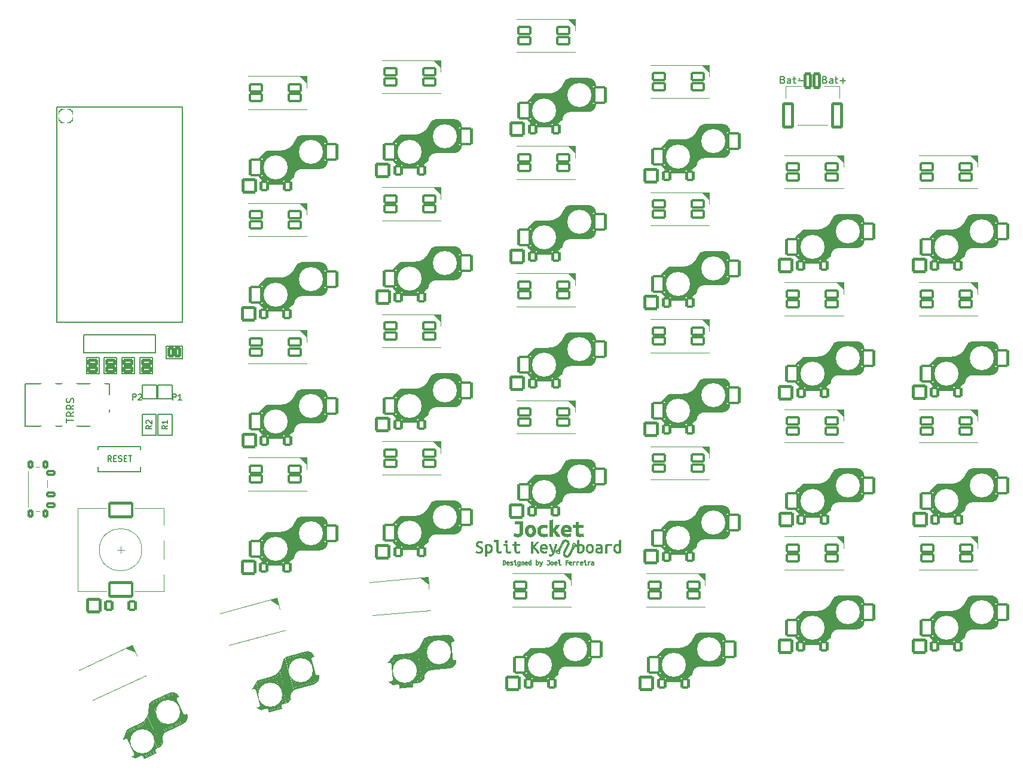
<source format=gto>
G04 #@! TF.GenerationSoftware,KiCad,Pcbnew,6.0.2+dfsg-1*
G04 #@! TF.CreationDate,2022-08-27T13:38:11+01:00*
G04 #@! TF.ProjectId,Jocket_Split_LP,4a6f636b-6574-45f5-9370-6c69745f4c50,rev?*
G04 #@! TF.SameCoordinates,Original*
G04 #@! TF.FileFunction,Legend,Top*
G04 #@! TF.FilePolarity,Positive*
%FSLAX46Y46*%
G04 Gerber Fmt 4.6, Leading zero omitted, Abs format (unit mm)*
G04 Created by KiCad (PCBNEW 6.0.2+dfsg-1) date 2022-08-27 13:38:11*
%MOMM*%
%LPD*%
G01*
G04 APERTURE LIST*
G04 Aperture macros list*
%AMRoundRect*
0 Rectangle with rounded corners*
0 $1 Rounding radius*
0 $2 $3 $4 $5 $6 $7 $8 $9 X,Y pos of 4 corners*
0 Add a 4 corners polygon primitive as box body*
4,1,4,$2,$3,$4,$5,$6,$7,$8,$9,$2,$3,0*
0 Add four circle primitives for the rounded corners*
1,1,$1+$1,$2,$3*
1,1,$1+$1,$4,$5*
1,1,$1+$1,$6,$7*
1,1,$1+$1,$8,$9*
0 Add four rect primitives between the rounded corners*
20,1,$1+$1,$2,$3,$4,$5,0*
20,1,$1+$1,$4,$5,$6,$7,0*
20,1,$1+$1,$6,$7,$8,$9,0*
20,1,$1+$1,$8,$9,$2,$3,0*%
%AMFreePoly0*
4,1,22,0.686777,0.580194,0.756366,0.524698,0.794986,0.444504,0.800000,0.400000,0.800000,0.200000,0.780194,0.113223,0.741421,0.058579,0.141421,-0.541421,0.066056,-0.588777,-0.022393,-0.598742,-0.106406,-0.569345,-0.141421,-0.541421,-0.741421,0.058579,-0.788777,0.133944,-0.800000,0.200000,-0.800000,0.400000,-0.780194,0.486777,-0.724698,0.556366,-0.644504,0.594986,-0.600000,0.600000,
0.600000,0.600000,0.686777,0.580194,0.686777,0.580194,$1*%
%AMFreePoly1*
4,1,26,0.706406,1.169345,0.769345,1.106406,0.798742,1.022393,0.800000,1.000000,0.800000,-0.250000,0.780194,-0.336777,0.724698,-0.406366,0.644504,-0.444986,0.600000,-0.450000,-0.600000,-0.450000,-0.686777,-0.430194,-0.756366,-0.374698,-0.794986,-0.294504,-0.800000,-0.250000,-0.800000,1.000000,-0.780194,1.086777,-0.724698,1.156366,-0.644504,1.194986,-0.555496,1.194986,-0.475302,1.156366,
-0.458579,1.141421,0.000000,0.682842,0.458579,1.141421,0.533944,1.188777,0.622393,1.198742,0.706406,1.169345,0.706406,1.169345,$1*%
G04 Aperture macros list end*
%ADD10C,0.150000*%
%ADD11C,0.120000*%
%ADD12C,0.100000*%
%ADD13C,0.010000*%
%ADD14C,0.200000*%
%ADD15C,1.397000*%
%ADD16C,1.200000*%
%ADD17O,2.500000X1.700000*%
%ADD18C,0.250000*%
%ADD19C,2.000000*%
%ADD20FreePoly0,270.000000*%
%ADD21RoundRect,0.200000X-0.800000X0.800000X-0.800000X-0.800000X0.800000X-0.800000X0.800000X0.800000X0*%
%ADD22FreePoly0,90.000000*%
%ADD23FreePoly1,270.000000*%
%ADD24FreePoly1,90.000000*%
%ADD25C,2.400000*%
%ADD26RoundRect,0.200000X-0.450000X-0.600000X0.450000X-0.600000X0.450000X0.600000X-0.450000X0.600000X0*%
%ADD27RoundRect,0.200000X-0.889000X-0.889000X0.889000X-0.889000X0.889000X0.889000X-0.889000X0.889000X0*%
%ADD28C,2.305000*%
%ADD29RoundRect,0.200000X-0.430000X-1.181415X1.181415X-0.430000X0.430000X1.181415X-1.181415X0.430000X0*%
%ADD30RoundRect,0.200000X-0.154268X-0.733963X0.661409X-0.353606X0.154268X0.733963X-0.661409X0.353606X0*%
%ADD31RoundRect,0.200000X-0.279375X-0.696024X0.589958X-0.463087X0.279375X0.696024X-0.589958X0.463087X0*%
%ADD32RoundRect,0.200000X-0.628618X-1.088798X1.088798X-0.628618X0.628618X1.088798X-1.088798X0.628618X0*%
%ADD33RoundRect,0.200000X-0.395994X-0.636937X0.500581X-0.558497X0.395994X0.636937X-0.500581X0.558497X0*%
%ADD34RoundRect,0.200000X-0.808136X-0.963099X0.963099X-0.808136X0.808136X0.963099X-0.963099X0.808136X0*%
%ADD35C,1.400000*%
%ADD36C,3.400000*%
%ADD37C,2.200000*%
%ADD38C,3.800000*%
%ADD39RoundRect,0.200000X0.850000X0.500000X-0.850000X0.500000X-0.850000X-0.500000X0.850000X-0.500000X0*%
%ADD40RoundRect,0.200000X0.800000X1.100000X-0.800000X1.100000X-0.800000X-1.100000X0.800000X-1.100000X0*%
%ADD41RoundRect,0.200000X0.559052X0.812379X-0.981671X0.093928X-0.559052X-0.812379X0.981671X-0.093928X0*%
%ADD42RoundRect,0.200000X0.260166X1.335033X-1.189926X0.658844X-0.260166X-1.335033X1.189926X-0.658844X0*%
%ADD43RoundRect,0.200000X0.803188X0.572180X-0.890343X0.424015X-0.803188X-0.572180X0.890343X-0.424015X0*%
%ADD44RoundRect,0.200000X0.701084X1.165539X-0.892827X1.026090X-0.701084X-1.165539X0.892827X-1.026090X0*%
%ADD45RoundRect,0.200000X-1.600000X-1.000000X1.600000X-1.000000X1.600000X1.000000X-1.600000X1.000000X0*%
%ADD46RoundRect,0.200000X0.691627X0.702959X-0.950446X0.262967X-0.691627X-0.702959X0.950446X-0.262967X0*%
%ADD47RoundRect,0.200000X0.488040X1.269574X-1.057442X0.855463X-0.488040X-1.269574X1.057442X-0.855463X0*%
%ADD48RoundRect,0.200000X-0.571500X0.317500X-0.571500X-0.317500X0.571500X-0.317500X0.571500X0.317500X0*%
%ADD49C,1.797000*%
%ADD50C,1.600000*%
%ADD51O,2.900000X2.100000*%
%ADD52C,1.250000*%
%ADD53RoundRect,0.200000X-0.500000X0.250000X-0.500000X-0.250000X0.500000X-0.250000X0.500000X0.250000X0*%
%ADD54RoundRect,0.200000X-0.250000X-0.400000X0.250000X-0.400000X0.250000X0.400000X-0.250000X0.400000X0*%
%ADD55RoundRect,0.200000X-0.400000X-0.950000X0.400000X-0.950000X0.400000X0.950000X-0.400000X0.950000X0*%
%ADD56RoundRect,0.200000X-0.650000X-1.675000X0.650000X-1.675000X0.650000X1.675000X-0.650000X1.675000X0*%
%ADD57RoundRect,0.200000X0.317500X0.571500X-0.317500X0.571500X-0.317500X-0.571500X0.317500X-0.571500X0*%
G04 APERTURE END LIST*
D10*
X97238095Y-95536904D02*
X96971428Y-95155952D01*
X96780952Y-95536904D02*
X96780952Y-94736904D01*
X97085714Y-94736904D01*
X97161904Y-94775000D01*
X97200000Y-94813095D01*
X97238095Y-94889285D01*
X97238095Y-95003571D01*
X97200000Y-95079761D01*
X97161904Y-95117857D01*
X97085714Y-95155952D01*
X96780952Y-95155952D01*
X97580952Y-95117857D02*
X97847619Y-95117857D01*
X97961904Y-95536904D02*
X97580952Y-95536904D01*
X97580952Y-94736904D01*
X97961904Y-94736904D01*
X98266666Y-95498809D02*
X98380952Y-95536904D01*
X98571428Y-95536904D01*
X98647619Y-95498809D01*
X98685714Y-95460714D01*
X98723809Y-95384523D01*
X98723809Y-95308333D01*
X98685714Y-95232142D01*
X98647619Y-95194047D01*
X98571428Y-95155952D01*
X98419047Y-95117857D01*
X98342857Y-95079761D01*
X98304761Y-95041666D01*
X98266666Y-94965476D01*
X98266666Y-94889285D01*
X98304761Y-94813095D01*
X98342857Y-94775000D01*
X98419047Y-94736904D01*
X98609523Y-94736904D01*
X98723809Y-94775000D01*
X99066666Y-95117857D02*
X99333333Y-95117857D01*
X99447619Y-95536904D02*
X99066666Y-95536904D01*
X99066666Y-94736904D01*
X99447619Y-94736904D01*
X99676190Y-94736904D02*
X100133333Y-94736904D01*
X99904761Y-95536904D02*
X99904761Y-94736904D01*
X105211904Y-90473333D02*
X104830952Y-90740000D01*
X105211904Y-90930476D02*
X104411904Y-90930476D01*
X104411904Y-90625714D01*
X104450000Y-90549523D01*
X104488095Y-90511428D01*
X104564285Y-90473333D01*
X104678571Y-90473333D01*
X104754761Y-90511428D01*
X104792857Y-90549523D01*
X104830952Y-90625714D01*
X104830952Y-90930476D01*
X105211904Y-89711428D02*
X105211904Y-90168571D01*
X105211904Y-89940000D02*
X104411904Y-89940000D01*
X104526190Y-90016190D01*
X104602380Y-90092380D01*
X104640476Y-90168571D01*
X100300076Y-86817695D02*
X100300076Y-86004895D01*
X100609714Y-86004895D01*
X100687123Y-86043600D01*
X100725828Y-86082304D01*
X100764533Y-86159714D01*
X100764533Y-86275828D01*
X100725828Y-86353238D01*
X100687123Y-86391942D01*
X100609714Y-86430647D01*
X100300076Y-86430647D01*
X101074171Y-86082304D02*
X101112876Y-86043600D01*
X101190285Y-86004895D01*
X101383809Y-86004895D01*
X101461219Y-86043600D01*
X101499923Y-86082304D01*
X101538628Y-86159714D01*
X101538628Y-86237123D01*
X101499923Y-86353238D01*
X101035466Y-86817695D01*
X101538628Y-86817695D01*
X90902380Y-90036904D02*
X90902380Y-89465476D01*
X91902380Y-89751190D02*
X90902380Y-89751190D01*
X91902380Y-88560714D02*
X91426190Y-88894047D01*
X91902380Y-89132142D02*
X90902380Y-89132142D01*
X90902380Y-88751190D01*
X90950000Y-88655952D01*
X90997619Y-88608333D01*
X91092857Y-88560714D01*
X91235714Y-88560714D01*
X91330952Y-88608333D01*
X91378571Y-88655952D01*
X91426190Y-88751190D01*
X91426190Y-89132142D01*
X91902380Y-87560714D02*
X91426190Y-87894047D01*
X91902380Y-88132142D02*
X90902380Y-88132142D01*
X90902380Y-87751190D01*
X90950000Y-87655952D01*
X90997619Y-87608333D01*
X91092857Y-87560714D01*
X91235714Y-87560714D01*
X91330952Y-87608333D01*
X91378571Y-87655952D01*
X91426190Y-87751190D01*
X91426190Y-88132142D01*
X91854761Y-87179761D02*
X91902380Y-87036904D01*
X91902380Y-86798809D01*
X91854761Y-86703571D01*
X91807142Y-86655952D01*
X91711904Y-86608333D01*
X91616666Y-86608333D01*
X91521428Y-86655952D01*
X91473809Y-86703571D01*
X91426190Y-86798809D01*
X91378571Y-86989285D01*
X91330952Y-87084523D01*
X91283333Y-87132142D01*
X91188095Y-87179761D01*
X91092857Y-87179761D01*
X90997619Y-87132142D01*
X90950000Y-87084523D01*
X90902380Y-86989285D01*
X90902380Y-86751190D01*
X90950000Y-86608333D01*
X105950076Y-86817695D02*
X105950076Y-86004895D01*
X106259714Y-86004895D01*
X106337123Y-86043600D01*
X106375828Y-86082304D01*
X106414533Y-86159714D01*
X106414533Y-86275828D01*
X106375828Y-86353238D01*
X106337123Y-86391942D01*
X106259714Y-86430647D01*
X105950076Y-86430647D01*
X107188628Y-86817695D02*
X106724171Y-86817695D01*
X106956400Y-86817695D02*
X106956400Y-86004895D01*
X106878990Y-86121009D01*
X106801580Y-86198419D01*
X106724171Y-86237123D01*
X102961904Y-90473333D02*
X102580952Y-90740000D01*
X102961904Y-90930476D02*
X102161904Y-90930476D01*
X102161904Y-90625714D01*
X102200000Y-90549523D01*
X102238095Y-90511428D01*
X102314285Y-90473333D01*
X102428571Y-90473333D01*
X102504761Y-90511428D01*
X102542857Y-90549523D01*
X102580952Y-90625714D01*
X102580952Y-90930476D01*
X102238095Y-90168571D02*
X102200000Y-90130476D01*
X102161904Y-90054285D01*
X102161904Y-89863809D01*
X102200000Y-89787619D01*
X102238095Y-89749523D01*
X102314285Y-89711428D01*
X102390476Y-89711428D01*
X102504761Y-89749523D01*
X102961904Y-90206666D01*
X102961904Y-89711428D01*
X192339285Y-41478571D02*
X192482142Y-41526190D01*
X192529761Y-41573809D01*
X192577380Y-41669047D01*
X192577380Y-41811904D01*
X192529761Y-41907142D01*
X192482142Y-41954761D01*
X192386904Y-42002380D01*
X192005952Y-42002380D01*
X192005952Y-41002380D01*
X192339285Y-41002380D01*
X192434523Y-41050000D01*
X192482142Y-41097619D01*
X192529761Y-41192857D01*
X192529761Y-41288095D01*
X192482142Y-41383333D01*
X192434523Y-41430952D01*
X192339285Y-41478571D01*
X192005952Y-41478571D01*
X193434523Y-42002380D02*
X193434523Y-41478571D01*
X193386904Y-41383333D01*
X193291666Y-41335714D01*
X193101190Y-41335714D01*
X193005952Y-41383333D01*
X193434523Y-41954761D02*
X193339285Y-42002380D01*
X193101190Y-42002380D01*
X193005952Y-41954761D01*
X192958333Y-41859523D01*
X192958333Y-41764285D01*
X193005952Y-41669047D01*
X193101190Y-41621428D01*
X193339285Y-41621428D01*
X193434523Y-41573809D01*
X193767857Y-41335714D02*
X194148809Y-41335714D01*
X193910714Y-41002380D02*
X193910714Y-41859523D01*
X193958333Y-41954761D01*
X194053571Y-42002380D01*
X194148809Y-42002380D01*
X194482142Y-41621428D02*
X195244047Y-41621428D01*
X198291241Y-41478571D02*
X198434098Y-41526190D01*
X198481717Y-41573809D01*
X198529336Y-41669047D01*
X198529336Y-41811904D01*
X198481717Y-41907142D01*
X198434098Y-41954761D01*
X198338860Y-42002380D01*
X197957908Y-42002380D01*
X197957908Y-41002380D01*
X198291241Y-41002380D01*
X198386479Y-41050000D01*
X198434098Y-41097619D01*
X198481717Y-41192857D01*
X198481717Y-41288095D01*
X198434098Y-41383333D01*
X198386479Y-41430952D01*
X198291241Y-41478571D01*
X197957908Y-41478571D01*
X199386479Y-42002380D02*
X199386479Y-41478571D01*
X199338860Y-41383333D01*
X199243622Y-41335714D01*
X199053146Y-41335714D01*
X198957908Y-41383333D01*
X199386479Y-41954761D02*
X199291241Y-42002380D01*
X199053146Y-42002380D01*
X198957908Y-41954761D01*
X198910289Y-41859523D01*
X198910289Y-41764285D01*
X198957908Y-41669047D01*
X199053146Y-41621428D01*
X199291241Y-41621428D01*
X199386479Y-41573809D01*
X199719813Y-41335714D02*
X200100765Y-41335714D01*
X199862670Y-41002380D02*
X199862670Y-41859523D01*
X199910289Y-41954761D01*
X200005527Y-42002380D01*
X200100765Y-42002380D01*
X200434098Y-41621428D02*
X201196003Y-41621428D01*
X200815051Y-42002380D02*
X200815051Y-41240476D01*
X89510000Y-45310000D02*
X107290000Y-45310000D01*
X107290000Y-45310000D02*
X107290000Y-75790000D01*
X89510000Y-45310000D02*
X89510000Y-75790000D01*
X107290000Y-75790000D02*
X89510000Y-75790000D01*
X101400000Y-93475000D02*
X95400000Y-93475000D01*
X101400000Y-93475000D02*
X101400000Y-94075000D01*
X95400000Y-93475000D02*
X95400000Y-94075000D01*
X101400000Y-96975000D02*
X101400000Y-96275000D01*
X95400000Y-96975000D02*
X101400000Y-96975000D01*
X95400000Y-96975000D02*
X95400000Y-96275000D01*
X121950000Y-51519500D02*
X121950000Y-56069500D01*
X118200000Y-55219500D02*
X119225000Y-56244500D01*
X119100000Y-51769500D02*
X119100000Y-56119500D01*
X119700000Y-51619500D02*
X119700000Y-56219500D01*
X121800000Y-51569500D02*
X121800000Y-56169500D01*
X119250000Y-51619500D02*
X119250000Y-56219500D01*
X121200000Y-51619500D02*
X121200000Y-56219500D01*
X125550000Y-49419500D02*
X125550000Y-54019500D01*
X126800000Y-54044500D02*
X124225000Y-54044500D01*
X123500000Y-49819500D02*
X123500000Y-54219500D01*
X121775000Y-56244500D02*
X119225000Y-56244500D01*
X126000000Y-49419500D02*
X126000000Y-54019500D01*
X122700000Y-51069500D02*
X122700000Y-55469500D01*
X124050000Y-49419500D02*
X124050000Y-54019500D01*
X127800000Y-53044500D02*
X127800000Y-50394500D01*
X121350000Y-51619500D02*
X121350000Y-56169500D01*
X125400000Y-49419500D02*
X125400000Y-54019500D01*
X121650000Y-51569500D02*
X121650000Y-56219500D01*
X127650000Y-49969500D02*
X127650000Y-53519500D01*
X126600000Y-49419500D02*
X126600000Y-54019500D01*
D11*
X116600000Y-40967960D02*
X124900000Y-40967960D01*
D10*
X126750000Y-49419500D02*
X126750000Y-54019500D01*
D11*
X124900000Y-45670500D02*
X116600000Y-45667960D01*
D10*
X123300000Y-50219500D02*
X123300000Y-54369500D01*
X118500000Y-52369500D02*
X118500000Y-55519500D01*
X121200000Y-51594500D02*
X119225000Y-51594500D01*
X119550000Y-51619500D02*
X119550000Y-56219500D01*
X124950000Y-49419500D02*
X124950000Y-54019500D01*
X118350000Y-52469500D02*
X118350000Y-55369500D01*
X120450000Y-51619500D02*
X120450000Y-56219500D01*
X126150000Y-49419500D02*
X126150000Y-54019500D01*
X120900000Y-51619500D02*
X120900000Y-56219500D01*
X121050000Y-51619500D02*
X121050000Y-56219500D01*
X124200000Y-49419500D02*
X124200000Y-54019500D01*
X118800000Y-52019500D02*
X118800000Y-55819500D01*
X127200000Y-49519500D02*
X127200000Y-53919500D01*
X125850000Y-49419500D02*
X125850000Y-54019500D01*
X119400000Y-51619500D02*
X119400000Y-56219500D01*
X123750000Y-49569500D02*
X123750000Y-54119500D01*
X118200000Y-55219500D02*
X118200000Y-52619500D01*
X118950000Y-51869500D02*
X118950000Y-55969500D01*
X126800000Y-49394500D02*
X124200000Y-49394500D01*
X123900000Y-49469500D02*
X123900000Y-54019500D01*
X118650000Y-52169500D02*
X118650000Y-55669500D01*
X124800000Y-49419500D02*
X124800000Y-54019500D01*
X124500000Y-49419500D02*
X124500000Y-54019500D01*
X127450000Y-49719500D02*
X127450000Y-53669500D01*
X119850000Y-51619500D02*
X119850000Y-56219500D01*
X122550000Y-51169500D02*
X122550000Y-55569500D01*
X127350000Y-49619500D02*
X127350000Y-53819500D01*
X126300000Y-49419500D02*
X126300000Y-54019500D01*
X124350000Y-49419500D02*
X124350000Y-53969500D01*
X120600000Y-51619500D02*
X120600000Y-56219500D01*
X123400000Y-50069500D02*
X123400000Y-54269500D01*
X125250000Y-49419500D02*
X125250000Y-54019500D01*
X125100000Y-49419500D02*
X125100000Y-54019500D01*
X124650000Y-49419500D02*
X124650000Y-54019500D01*
X122850000Y-50919500D02*
X122850000Y-55369500D01*
X125700000Y-49419500D02*
X125700000Y-54019500D01*
X120150000Y-51619500D02*
X120150000Y-56219500D01*
X126450000Y-49419500D02*
X126450000Y-54019500D01*
X123600000Y-49669500D02*
X123600000Y-54169500D01*
X122100000Y-51419500D02*
X122100000Y-55969500D01*
X120750000Y-51619500D02*
X120750000Y-56219500D01*
X118200000Y-52619500D02*
X119225000Y-51594500D01*
X121775000Y-56244500D02*
X123050000Y-55219500D01*
X120000000Y-51619500D02*
X120000000Y-56219500D01*
X126900000Y-49419500D02*
X126900000Y-53969500D01*
X127550000Y-49819500D02*
X127550000Y-53569500D01*
X127050000Y-49469500D02*
X127050000Y-53969500D01*
X122400000Y-51269500D02*
X122400000Y-55719500D01*
X122250000Y-51369500D02*
X122250000Y-55819500D01*
X121500000Y-51569500D02*
X121500000Y-56219500D01*
X123100000Y-50569500D02*
X123100000Y-54719500D01*
X123200000Y-50419500D02*
X123200000Y-54569500D01*
X123000000Y-50769500D02*
X123000000Y-55219500D01*
X120300000Y-51619500D02*
X120300000Y-56219500D01*
D11*
X124900000Y-40967960D02*
X124900000Y-42618960D01*
D10*
X124225000Y-54044500D02*
G75*
G03*
X123050000Y-55219500I2J-1175002D01*
G01*
X124199005Y-49395709D02*
G75*
G03*
X123337801Y-50097596I38796J-926887D01*
G01*
X126800000Y-54044500D02*
G75*
G03*
X127800000Y-53044500I1J999999D01*
G01*
X121200000Y-51594500D02*
G75*
G03*
X123337801Y-50097596I1J2274999D01*
G01*
X127800000Y-50394500D02*
G75*
G03*
X126800000Y-49394500I-999999J1D01*
G01*
D12*
X123892000Y-40970500D02*
X124900000Y-40967960D01*
X124900000Y-40967960D02*
X124900000Y-41983960D01*
X124900000Y-41983960D02*
X123892000Y-40970500D01*
G36*
X124900000Y-41983960D02*
G01*
X123892000Y-40970500D01*
X124900000Y-40967960D01*
X124900000Y-41983960D01*
G37*
X124900000Y-41983960D02*
X123892000Y-40970500D01*
X124900000Y-40967960D01*
X124900000Y-41983960D01*
D10*
X145000000Y-47169500D02*
X145000000Y-51769500D01*
X144850000Y-47169500D02*
X144850000Y-51769500D01*
X143950000Y-47169500D02*
X143950000Y-51769500D01*
X142750000Y-47319500D02*
X142750000Y-51869500D01*
X143500000Y-47169500D02*
X143500000Y-51769500D01*
X145800000Y-47144500D02*
X143200000Y-47144500D01*
X139900000Y-49369500D02*
X139900000Y-53969500D01*
X140350000Y-49369500D02*
X140350000Y-53919500D01*
X146550000Y-47569500D02*
X146550000Y-51319500D01*
X141850000Y-48669500D02*
X141850000Y-53119500D01*
X139750000Y-49369500D02*
X139750000Y-53969500D01*
X146650000Y-47719500D02*
X146650000Y-51269500D01*
X143050000Y-47169500D02*
X143050000Y-51769500D01*
X140775000Y-53994500D02*
X142050000Y-52969500D01*
X146200000Y-47269500D02*
X146200000Y-51669500D01*
X140200000Y-49369500D02*
X140200000Y-53969500D01*
X138100000Y-49519500D02*
X138100000Y-53869500D01*
X146050000Y-47219500D02*
X146050000Y-51719500D01*
X144400000Y-47169500D02*
X144400000Y-51769500D01*
X144700000Y-47169500D02*
X144700000Y-51769500D01*
X140775000Y-53994500D02*
X138225000Y-53994500D01*
X140500000Y-49319500D02*
X140500000Y-53969500D01*
X141400000Y-49019500D02*
X141400000Y-53469500D01*
X137200000Y-50369500D02*
X138225000Y-49344500D01*
X142600000Y-47419500D02*
X142600000Y-51919500D01*
X139300000Y-49369500D02*
X139300000Y-53969500D01*
X143800000Y-47169500D02*
X143800000Y-51769500D01*
X138400000Y-49369500D02*
X138400000Y-53969500D01*
X137200000Y-52969500D02*
X138225000Y-53994500D01*
X142500000Y-47569500D02*
X142500000Y-51969500D01*
X144550000Y-47169500D02*
X144550000Y-51769500D01*
X143650000Y-47169500D02*
X143650000Y-51769500D01*
X139000000Y-49369500D02*
X139000000Y-53969500D01*
X145450000Y-47169500D02*
X145450000Y-51769500D01*
X137500000Y-50119500D02*
X137500000Y-53269500D01*
X137350000Y-50219500D02*
X137350000Y-53119500D01*
X143350000Y-47169500D02*
X143350000Y-51719500D01*
X146450000Y-47469500D02*
X146450000Y-51419500D01*
X138250000Y-49369500D02*
X138250000Y-53969500D01*
X145800000Y-51794500D02*
X143225000Y-51794500D01*
X137200000Y-52969500D02*
X137200000Y-50369500D01*
D11*
X143900000Y-43420500D02*
X135600000Y-43417960D01*
D10*
X141700000Y-48819500D02*
X141700000Y-53219500D01*
X142100000Y-48319500D02*
X142100000Y-52469500D01*
X141250000Y-49119500D02*
X141250000Y-53569500D01*
X145150000Y-47169500D02*
X145150000Y-51769500D01*
X145300000Y-47169500D02*
X145300000Y-51769500D01*
X144100000Y-47169500D02*
X144100000Y-51769500D01*
X137950000Y-49619500D02*
X137950000Y-53719500D01*
X146350000Y-47369500D02*
X146350000Y-51569500D01*
X137800000Y-49769500D02*
X137800000Y-53569500D01*
X139150000Y-49369500D02*
X139150000Y-53969500D01*
X141550000Y-48919500D02*
X141550000Y-53319500D01*
X139600000Y-49369500D02*
X139600000Y-53969500D01*
X138550000Y-49369500D02*
X138550000Y-53969500D01*
X140050000Y-49369500D02*
X140050000Y-53969500D01*
X140950000Y-49269500D02*
X140950000Y-53819500D01*
X138850000Y-49369500D02*
X138850000Y-53969500D01*
X139450000Y-49369500D02*
X139450000Y-53969500D01*
X146800000Y-50794500D02*
X146800000Y-48144500D01*
X137650000Y-49919500D02*
X137650000Y-53419500D01*
X145900000Y-47169500D02*
X145900000Y-51719500D01*
X142400000Y-47819500D02*
X142400000Y-52019500D01*
X138700000Y-49369500D02*
X138700000Y-53969500D01*
D11*
X143900000Y-38717960D02*
X143900000Y-40368960D01*
D10*
X145750000Y-47169500D02*
X145750000Y-51769500D01*
X140650000Y-49319500D02*
X140650000Y-53969500D01*
X143200000Y-47169500D02*
X143200000Y-51769500D01*
X142200000Y-48169500D02*
X142200000Y-52319500D01*
D11*
X135600000Y-38717960D02*
X143900000Y-38717960D01*
D10*
X142900000Y-47219500D02*
X142900000Y-51769500D01*
X145600000Y-47169500D02*
X145600000Y-51769500D01*
X142000000Y-48519500D02*
X142000000Y-52969500D01*
X140200000Y-49344500D02*
X138225000Y-49344500D01*
X141100000Y-49169500D02*
X141100000Y-53719500D01*
X142300000Y-47969500D02*
X142300000Y-52119500D01*
X140800000Y-49319500D02*
X140800000Y-53919500D01*
X144250000Y-47169500D02*
X144250000Y-51769500D01*
X145800000Y-51794500D02*
G75*
G03*
X146800000Y-50794500I1J999999D01*
G01*
X143199005Y-47145709D02*
G75*
G03*
X142337801Y-47847596I38796J-926887D01*
G01*
X146800000Y-48144500D02*
G75*
G03*
X145800000Y-47144500I-999999J1D01*
G01*
X143225000Y-51794500D02*
G75*
G03*
X142050000Y-52969500I2J-1175002D01*
G01*
X140200000Y-49344500D02*
G75*
G03*
X142337801Y-47847596I1J2274999D01*
G01*
D12*
X142892000Y-38720500D02*
X143900000Y-38717960D01*
X143900000Y-38717960D02*
X143900000Y-39733960D01*
X143900000Y-39733960D02*
X142892000Y-38720500D01*
G36*
X143900000Y-39733960D02*
G01*
X142892000Y-38720500D01*
X143900000Y-38717960D01*
X143900000Y-39733960D01*
G37*
X143900000Y-39733960D02*
X142892000Y-38720500D01*
X143900000Y-38717960D01*
X143900000Y-39733960D01*
D10*
X162200000Y-41350000D02*
X162200000Y-45950000D01*
X159775000Y-48175000D02*
X161050000Y-47150000D01*
X162950000Y-41350000D02*
X162950000Y-45950000D01*
X156200000Y-47150000D02*
X156200000Y-44550000D01*
X157850000Y-43550000D02*
X157850000Y-48150000D01*
X165800000Y-44975000D02*
X165800000Y-42325000D01*
X163850000Y-41350000D02*
X163850000Y-45950000D01*
X159050000Y-43550000D02*
X159050000Y-48150000D01*
X159500000Y-43500000D02*
X159500000Y-48150000D01*
X157550000Y-43550000D02*
X157550000Y-48150000D01*
X161200000Y-42350000D02*
X161200000Y-46500000D01*
X157400000Y-43550000D02*
X157400000Y-48150000D01*
X156200000Y-44550000D02*
X157225000Y-43525000D01*
X165550000Y-41750000D02*
X165550000Y-45500000D01*
X158450000Y-43550000D02*
X158450000Y-48150000D01*
X165350000Y-41550000D02*
X165350000Y-45750000D01*
X160850000Y-42850000D02*
X160850000Y-47300000D01*
X164800000Y-45975000D02*
X162225000Y-45975000D01*
X158900000Y-43550000D02*
X158900000Y-48150000D01*
X159775000Y-48175000D02*
X157225000Y-48175000D01*
X163100000Y-41350000D02*
X163100000Y-45950000D01*
X165650000Y-41900000D02*
X165650000Y-45450000D01*
X165050000Y-41400000D02*
X165050000Y-45900000D01*
X158150000Y-43550000D02*
X158150000Y-48150000D01*
X159200000Y-43525000D02*
X157225000Y-43525000D01*
X161300000Y-42150000D02*
X161300000Y-46300000D01*
X157250000Y-43550000D02*
X157250000Y-48150000D01*
X163250000Y-41350000D02*
X163250000Y-45950000D01*
X164750000Y-41350000D02*
X164750000Y-45950000D01*
X156500000Y-44300000D02*
X156500000Y-47450000D01*
X160250000Y-43300000D02*
X160250000Y-47750000D01*
X162800000Y-41350000D02*
X162800000Y-45950000D01*
X162650000Y-41350000D02*
X162650000Y-45950000D01*
X160700000Y-43000000D02*
X160700000Y-47400000D01*
X159200000Y-43550000D02*
X159200000Y-48150000D01*
X161000000Y-42700000D02*
X161000000Y-47150000D01*
X161600000Y-41600000D02*
X161600000Y-46100000D01*
X164450000Y-41350000D02*
X164450000Y-45950000D01*
X163400000Y-41350000D02*
X163400000Y-45950000D01*
X161100000Y-42500000D02*
X161100000Y-46650000D01*
X165450000Y-41650000D02*
X165450000Y-45600000D01*
X157700000Y-43550000D02*
X157700000Y-48150000D01*
X164600000Y-41350000D02*
X164600000Y-45950000D01*
X164800000Y-41325000D02*
X162200000Y-41325000D01*
X159650000Y-43500000D02*
X159650000Y-48150000D01*
X158300000Y-43550000D02*
X158300000Y-48150000D01*
X164900000Y-41350000D02*
X164900000Y-45900000D01*
X164300000Y-41350000D02*
X164300000Y-45950000D01*
D11*
X162900000Y-37601000D02*
X154600000Y-37598460D01*
D10*
X164150000Y-41350000D02*
X164150000Y-45950000D01*
X160400000Y-43200000D02*
X160400000Y-47650000D01*
X156800000Y-43950000D02*
X156800000Y-47750000D01*
X159950000Y-43450000D02*
X159950000Y-48000000D01*
D11*
X162900000Y-32898460D02*
X162900000Y-34549460D01*
D10*
X158000000Y-43550000D02*
X158000000Y-48150000D01*
X157100000Y-43700000D02*
X157100000Y-48050000D01*
X161500000Y-41750000D02*
X161500000Y-46150000D01*
X162500000Y-41350000D02*
X162500000Y-45950000D01*
X165200000Y-41450000D02*
X165200000Y-45850000D01*
X160100000Y-43350000D02*
X160100000Y-47900000D01*
X161750000Y-41500000D02*
X161750000Y-46050000D01*
X158750000Y-43550000D02*
X158750000Y-48150000D01*
D11*
X154600000Y-32898460D02*
X162900000Y-32898460D01*
D10*
X156350000Y-44400000D02*
X156350000Y-47300000D01*
X159350000Y-43550000D02*
X159350000Y-48100000D01*
X161900000Y-41400000D02*
X161900000Y-45950000D01*
X162050000Y-41350000D02*
X162050000Y-45950000D01*
X158600000Y-43550000D02*
X158600000Y-48150000D01*
X162350000Y-41350000D02*
X162350000Y-45900000D01*
X164000000Y-41350000D02*
X164000000Y-45950000D01*
X163700000Y-41350000D02*
X163700000Y-45950000D01*
X156200000Y-47150000D02*
X157225000Y-48175000D01*
X161400000Y-42000000D02*
X161400000Y-46200000D01*
X156950000Y-43800000D02*
X156950000Y-47900000D01*
X159800000Y-43500000D02*
X159800000Y-48100000D01*
X160550000Y-43100000D02*
X160550000Y-47500000D01*
X163550000Y-41350000D02*
X163550000Y-45950000D01*
X156650000Y-44100000D02*
X156650000Y-47600000D01*
X162225000Y-45975000D02*
G75*
G03*
X161050000Y-47150000I2J-1175002D01*
G01*
X159200000Y-43525000D02*
G75*
G03*
X161337801Y-42028096I1J2274999D01*
G01*
X164800000Y-45975000D02*
G75*
G03*
X165800000Y-44975000I1J999999D01*
G01*
X165800000Y-42325000D02*
G75*
G03*
X164800000Y-41325000I-999999J1D01*
G01*
X162199005Y-41326209D02*
G75*
G03*
X161337801Y-42028096I38796J-926887D01*
G01*
D12*
X161892000Y-32901000D02*
X162900000Y-32898460D01*
X162900000Y-32898460D02*
X162900000Y-33914460D01*
X162900000Y-33914460D02*
X161892000Y-32901000D01*
G36*
X162900000Y-33914460D02*
G01*
X161892000Y-32901000D01*
X162900000Y-32898460D01*
X162900000Y-33914460D01*
G37*
X162900000Y-33914460D02*
X161892000Y-32901000D01*
X162900000Y-32898460D01*
X162900000Y-33914460D01*
D10*
X181050000Y-47869500D02*
X181050000Y-52469500D01*
X177600000Y-50069500D02*
X177600000Y-54669500D01*
X176100000Y-50219500D02*
X176100000Y-54569500D01*
X183750000Y-47869500D02*
X183750000Y-52469500D01*
X177450000Y-50069500D02*
X177450000Y-54669500D01*
X178500000Y-50019500D02*
X178500000Y-54669500D01*
X183900000Y-47869500D02*
X183900000Y-52419500D01*
X180500000Y-48269500D02*
X180500000Y-52669500D01*
X181800000Y-47869500D02*
X181800000Y-52469500D01*
X182700000Y-47869500D02*
X182700000Y-52469500D01*
X180600000Y-48119500D02*
X180600000Y-52619500D01*
X179100000Y-49869500D02*
X179100000Y-54419500D01*
X180300000Y-48669500D02*
X180300000Y-52819500D01*
X179400000Y-49719500D02*
X179400000Y-54169500D01*
X176550000Y-50069500D02*
X176550000Y-54669500D01*
X175200000Y-53669500D02*
X176225000Y-54694500D01*
X179550000Y-49619500D02*
X179550000Y-54019500D01*
X181650000Y-47869500D02*
X181650000Y-52469500D01*
X180400000Y-48519500D02*
X180400000Y-52719500D01*
X176850000Y-50069500D02*
X176850000Y-54669500D01*
X178800000Y-50019500D02*
X178800000Y-54619500D01*
X177900000Y-50069500D02*
X177900000Y-54669500D01*
X177150000Y-50069500D02*
X177150000Y-54669500D01*
X184800000Y-51494500D02*
X184800000Y-48844500D01*
X182400000Y-47869500D02*
X182400000Y-52469500D01*
X184350000Y-48069500D02*
X184350000Y-52269500D01*
X178650000Y-50019500D02*
X178650000Y-54669500D01*
X177000000Y-50069500D02*
X177000000Y-54669500D01*
X177300000Y-50069500D02*
X177300000Y-54669500D01*
X183450000Y-47869500D02*
X183450000Y-52469500D01*
X179700000Y-49519500D02*
X179700000Y-53919500D01*
X183300000Y-47869500D02*
X183300000Y-52469500D01*
X178200000Y-50044500D02*
X176225000Y-50044500D01*
X180750000Y-48019500D02*
X180750000Y-52569500D01*
X184200000Y-47969500D02*
X184200000Y-52369500D01*
X176250000Y-50069500D02*
X176250000Y-54669500D01*
X175650000Y-50619500D02*
X175650000Y-54119500D01*
X178775000Y-54694500D02*
X176225000Y-54694500D01*
X181950000Y-47869500D02*
X181950000Y-52469500D01*
X175950000Y-50319500D02*
X175950000Y-54419500D01*
X179850000Y-49369500D02*
X179850000Y-53819500D01*
X178050000Y-50069500D02*
X178050000Y-54669500D01*
X175800000Y-50469500D02*
X175800000Y-54269500D01*
D11*
X181900000Y-39417960D02*
X181900000Y-41068960D01*
D10*
X175200000Y-53669500D02*
X175200000Y-51069500D01*
X178350000Y-50069500D02*
X178350000Y-54619500D01*
X183800000Y-47844500D02*
X181200000Y-47844500D01*
X176700000Y-50069500D02*
X176700000Y-54669500D01*
X182250000Y-47869500D02*
X182250000Y-52469500D01*
X178775000Y-54694500D02*
X180050000Y-53669500D01*
X179250000Y-49819500D02*
X179250000Y-54269500D01*
X183150000Y-47869500D02*
X183150000Y-52469500D01*
X184650000Y-48419500D02*
X184650000Y-51969500D01*
X177750000Y-50069500D02*
X177750000Y-54669500D01*
X182100000Y-47869500D02*
X182100000Y-52469500D01*
X175350000Y-50919500D02*
X175350000Y-53819500D01*
X175500000Y-50819500D02*
X175500000Y-53969500D01*
X176400000Y-50069500D02*
X176400000Y-54669500D01*
X183800000Y-52494500D02*
X181225000Y-52494500D01*
X183600000Y-47869500D02*
X183600000Y-52469500D01*
D11*
X181900000Y-44120500D02*
X173600000Y-44117960D01*
D10*
X180200000Y-48869500D02*
X180200000Y-53019500D01*
D11*
X173600000Y-39417960D02*
X181900000Y-39417960D01*
D10*
X181350000Y-47869500D02*
X181350000Y-52419500D01*
X184550000Y-48269500D02*
X184550000Y-52019500D01*
X182850000Y-47869500D02*
X182850000Y-52469500D01*
X184050000Y-47919500D02*
X184050000Y-52419500D01*
X175200000Y-51069500D02*
X176225000Y-50044500D01*
X183000000Y-47869500D02*
X183000000Y-52469500D01*
X180000000Y-49219500D02*
X180000000Y-53669500D01*
X182550000Y-47869500D02*
X182550000Y-52469500D01*
X184450000Y-48169500D02*
X184450000Y-52119500D01*
X180900000Y-47919500D02*
X180900000Y-52469500D01*
X178200000Y-50069500D02*
X178200000Y-54669500D01*
X181200000Y-47869500D02*
X181200000Y-52469500D01*
X180100000Y-49019500D02*
X180100000Y-53169500D01*
X181500000Y-47869500D02*
X181500000Y-52469500D01*
X178950000Y-49969500D02*
X178950000Y-54519500D01*
X184800000Y-48844500D02*
G75*
G03*
X183800000Y-47844500I-999999J1D01*
G01*
X181225000Y-52494500D02*
G75*
G03*
X180050000Y-53669500I2J-1175002D01*
G01*
X183800000Y-52494500D02*
G75*
G03*
X184800000Y-51494500I1J999999D01*
G01*
X181199005Y-47845709D02*
G75*
G03*
X180337801Y-48547596I38796J-926887D01*
G01*
X178200000Y-50044500D02*
G75*
G03*
X180337801Y-48547596I1J2274999D01*
G01*
D12*
X180892000Y-39420500D02*
X181900000Y-39417960D01*
X181900000Y-39417960D02*
X181900000Y-40433960D01*
X181900000Y-40433960D02*
X180892000Y-39420500D01*
G36*
X181900000Y-40433960D02*
G01*
X180892000Y-39420500D01*
X181900000Y-39417960D01*
X181900000Y-40433960D01*
G37*
X181900000Y-40433960D02*
X180892000Y-39420500D01*
X181900000Y-39417960D01*
X181900000Y-40433960D01*
D10*
X197200000Y-62819500D02*
X197200000Y-67419500D01*
X200650000Y-60619500D02*
X200650000Y-65219500D01*
X195100000Y-62969500D02*
X195100000Y-67319500D01*
X203800000Y-64244500D02*
X203800000Y-61594500D01*
X203450000Y-60919500D02*
X203450000Y-64869500D01*
X201850000Y-60619500D02*
X201850000Y-65219500D01*
X199900000Y-60669500D02*
X199900000Y-65219500D01*
X200500000Y-60619500D02*
X200500000Y-65219500D01*
X202900000Y-60619500D02*
X202900000Y-65169500D01*
X198250000Y-62569500D02*
X198250000Y-67019500D01*
X199300000Y-61419500D02*
X199300000Y-65569500D01*
X195850000Y-62819500D02*
X195850000Y-67419500D01*
X198850000Y-62119500D02*
X198850000Y-66569500D01*
X199100000Y-61769500D02*
X199100000Y-65919500D01*
X203650000Y-61169500D02*
X203650000Y-64719500D01*
X196450000Y-62819500D02*
X196450000Y-67419500D01*
X203550000Y-61019500D02*
X203550000Y-64769500D01*
X198550000Y-62369500D02*
X198550000Y-66769500D01*
X202800000Y-65244500D02*
X200225000Y-65244500D01*
X200050000Y-60619500D02*
X200050000Y-65219500D01*
X197775000Y-67444500D02*
X195225000Y-67444500D01*
X194650000Y-63369500D02*
X194650000Y-66869500D01*
X202600000Y-60619500D02*
X202600000Y-65219500D01*
X198100000Y-62619500D02*
X198100000Y-67169500D01*
X197200000Y-62794500D02*
X195225000Y-62794500D01*
X194950000Y-63069500D02*
X194950000Y-67169500D01*
X203050000Y-60669500D02*
X203050000Y-65169500D01*
X194500000Y-63569500D02*
X194500000Y-66719500D01*
X196900000Y-62819500D02*
X196900000Y-67419500D01*
X197050000Y-62819500D02*
X197050000Y-67419500D01*
X199500000Y-61019500D02*
X199500000Y-65419500D01*
X194200000Y-63819500D02*
X195225000Y-62794500D01*
X200950000Y-60619500D02*
X200950000Y-65219500D01*
X194200000Y-66419500D02*
X194200000Y-63819500D01*
X200800000Y-60619500D02*
X200800000Y-65219500D01*
X199200000Y-61619500D02*
X199200000Y-65769500D01*
X200350000Y-60619500D02*
X200350000Y-65169500D01*
X199400000Y-61269500D02*
X199400000Y-65469500D01*
X197500000Y-62769500D02*
X197500000Y-67419500D01*
X203200000Y-60719500D02*
X203200000Y-65119500D01*
X199750000Y-60769500D02*
X199750000Y-65319500D01*
X200200000Y-60619500D02*
X200200000Y-65219500D01*
X202800000Y-60594500D02*
X200200000Y-60594500D01*
X196300000Y-62819500D02*
X196300000Y-67419500D01*
X197350000Y-62819500D02*
X197350000Y-67369500D01*
X202150000Y-60619500D02*
X202150000Y-65219500D01*
X201250000Y-60619500D02*
X201250000Y-65219500D01*
X201400000Y-60619500D02*
X201400000Y-65219500D01*
X195700000Y-62819500D02*
X195700000Y-67419500D01*
X196750000Y-62819500D02*
X196750000Y-67419500D01*
D11*
X192600000Y-52167960D02*
X200900000Y-52167960D01*
D10*
X194350000Y-63669500D02*
X194350000Y-66569500D01*
X196000000Y-62819500D02*
X196000000Y-67419500D01*
X199000000Y-61969500D02*
X199000000Y-66419500D01*
X196600000Y-62819500D02*
X196600000Y-67419500D01*
D11*
X200900000Y-56870500D02*
X192600000Y-56867960D01*
D10*
X202450000Y-60619500D02*
X202450000Y-65219500D01*
X201100000Y-60619500D02*
X201100000Y-65219500D01*
X194800000Y-63219500D02*
X194800000Y-67019500D01*
X197775000Y-67444500D02*
X199050000Y-66419500D01*
X195550000Y-62819500D02*
X195550000Y-67419500D01*
X197650000Y-62769500D02*
X197650000Y-67419500D01*
X201550000Y-60619500D02*
X201550000Y-65219500D01*
X194200000Y-66419500D02*
X195225000Y-67444500D01*
X202750000Y-60619500D02*
X202750000Y-65219500D01*
X199600000Y-60869500D02*
X199600000Y-65369500D01*
X195250000Y-62819500D02*
X195250000Y-67419500D01*
X202300000Y-60619500D02*
X202300000Y-65219500D01*
D11*
X200900000Y-52167960D02*
X200900000Y-53818960D01*
D10*
X197950000Y-62719500D02*
X197950000Y-67269500D01*
X202000000Y-60619500D02*
X202000000Y-65219500D01*
X196150000Y-62819500D02*
X196150000Y-67419500D01*
X201700000Y-60619500D02*
X201700000Y-65219500D01*
X198400000Y-62469500D02*
X198400000Y-66919500D01*
X195400000Y-62819500D02*
X195400000Y-67419500D01*
X203350000Y-60819500D02*
X203350000Y-65019500D01*
X197800000Y-62769500D02*
X197800000Y-67369500D01*
X198700000Y-62269500D02*
X198700000Y-66669500D01*
X203800000Y-61594500D02*
G75*
G03*
X202800000Y-60594500I-999999J1D01*
G01*
X197200000Y-62794500D02*
G75*
G03*
X199337801Y-61297596I1J2274999D01*
G01*
X202800000Y-65244500D02*
G75*
G03*
X203800000Y-64244500I1J999999D01*
G01*
X200199005Y-60595709D02*
G75*
G03*
X199337801Y-61297596I38796J-926887D01*
G01*
X200225000Y-65244500D02*
G75*
G03*
X199050000Y-66419500I2J-1175002D01*
G01*
D12*
X199892000Y-52170500D02*
X200900000Y-52167960D01*
X200900000Y-52167960D02*
X200900000Y-53183960D01*
X200900000Y-53183960D02*
X199892000Y-52170500D01*
G36*
X200900000Y-53183960D02*
G01*
X199892000Y-52170500D01*
X200900000Y-52167960D01*
X200900000Y-53183960D01*
G37*
X200900000Y-53183960D02*
X199892000Y-52170500D01*
X200900000Y-52167960D01*
X200900000Y-53183960D01*
D10*
X120000000Y-69619500D02*
X120000000Y-74219500D01*
X126800000Y-72044500D02*
X124225000Y-72044500D01*
X126600000Y-67419500D02*
X126600000Y-72019500D01*
X121650000Y-69569500D02*
X121650000Y-74219500D01*
X118200000Y-73219500D02*
X119225000Y-74244500D01*
X120900000Y-69619500D02*
X120900000Y-74219500D01*
X119550000Y-69619500D02*
X119550000Y-74219500D01*
X123500000Y-67819500D02*
X123500000Y-72219500D01*
X118950000Y-69869500D02*
X118950000Y-73969500D01*
X119100000Y-69769500D02*
X119100000Y-74119500D01*
X123100000Y-68569500D02*
X123100000Y-72719500D01*
X124500000Y-67419500D02*
X124500000Y-72019500D01*
X120150000Y-69619500D02*
X120150000Y-74219500D01*
X123750000Y-67569500D02*
X123750000Y-72119500D01*
X127450000Y-67719500D02*
X127450000Y-71669500D01*
X124050000Y-67419500D02*
X124050000Y-72019500D01*
X127550000Y-67819500D02*
X127550000Y-71569500D01*
X120450000Y-69619500D02*
X120450000Y-74219500D01*
X126800000Y-67394500D02*
X124200000Y-67394500D01*
X125850000Y-67419500D02*
X125850000Y-72019500D01*
X125550000Y-67419500D02*
X125550000Y-72019500D01*
X122400000Y-69269500D02*
X122400000Y-73719500D01*
X122100000Y-69419500D02*
X122100000Y-73969500D01*
X123000000Y-68769500D02*
X123000000Y-73219500D01*
X127200000Y-67519500D02*
X127200000Y-71919500D01*
X122250000Y-69369500D02*
X122250000Y-73819500D01*
X121775000Y-74244500D02*
X123050000Y-73219500D01*
X121775000Y-74244500D02*
X119225000Y-74244500D01*
D11*
X124900000Y-63670500D02*
X116600000Y-63667960D01*
D10*
X125400000Y-67419500D02*
X125400000Y-72019500D01*
X126150000Y-67419500D02*
X126150000Y-72019500D01*
X120750000Y-69619500D02*
X120750000Y-74219500D01*
D11*
X116600000Y-58967960D02*
X124900000Y-58967960D01*
D10*
X127800000Y-71044500D02*
X127800000Y-68394500D01*
X123600000Y-67669500D02*
X123600000Y-72169500D01*
X118500000Y-70369500D02*
X118500000Y-73519500D01*
X121500000Y-69569500D02*
X121500000Y-74219500D01*
X124350000Y-67419500D02*
X124350000Y-71969500D01*
X121200000Y-69619500D02*
X121200000Y-74219500D01*
X124200000Y-67419500D02*
X124200000Y-72019500D01*
X123200000Y-68419500D02*
X123200000Y-72569500D01*
X124650000Y-67419500D02*
X124650000Y-72019500D01*
X121050000Y-69619500D02*
X121050000Y-74219500D01*
X123400000Y-68069500D02*
X123400000Y-72269500D01*
X127650000Y-67969500D02*
X127650000Y-71519500D01*
X126750000Y-67419500D02*
X126750000Y-72019500D01*
D11*
X124900000Y-58967960D02*
X124900000Y-60618960D01*
D10*
X125100000Y-67419500D02*
X125100000Y-72019500D01*
X123900000Y-67469500D02*
X123900000Y-72019500D01*
X118650000Y-70169500D02*
X118650000Y-73669500D01*
X118200000Y-70619500D02*
X119225000Y-69594500D01*
X119400000Y-69619500D02*
X119400000Y-74219500D01*
X119700000Y-69619500D02*
X119700000Y-74219500D01*
X121200000Y-69594500D02*
X119225000Y-69594500D01*
X125700000Y-67419500D02*
X125700000Y-72019500D01*
X124950000Y-67419500D02*
X124950000Y-72019500D01*
X121350000Y-69619500D02*
X121350000Y-74169500D01*
X119250000Y-69619500D02*
X119250000Y-74219500D01*
X118200000Y-73219500D02*
X118200000Y-70619500D01*
X124800000Y-67419500D02*
X124800000Y-72019500D01*
X122550000Y-69169500D02*
X122550000Y-73569500D01*
X118800000Y-70019500D02*
X118800000Y-73819500D01*
X122700000Y-69069500D02*
X122700000Y-73469500D01*
X127350000Y-67619500D02*
X127350000Y-71819500D01*
X118350000Y-70469500D02*
X118350000Y-73369500D01*
X125250000Y-67419500D02*
X125250000Y-72019500D01*
X120300000Y-69619500D02*
X120300000Y-74219500D01*
X123300000Y-68219500D02*
X123300000Y-72369500D01*
X126900000Y-67419500D02*
X126900000Y-71969500D01*
X121950000Y-69519500D02*
X121950000Y-74069500D01*
X120600000Y-69619500D02*
X120600000Y-74219500D01*
X119850000Y-69619500D02*
X119850000Y-74219500D01*
X126000000Y-67419500D02*
X126000000Y-72019500D01*
X122850000Y-68919500D02*
X122850000Y-73369500D01*
X121800000Y-69569500D02*
X121800000Y-74169500D01*
X126300000Y-67419500D02*
X126300000Y-72019500D01*
X127050000Y-67469500D02*
X127050000Y-71969500D01*
X126450000Y-67419500D02*
X126450000Y-72019500D01*
X124199005Y-67395709D02*
G75*
G03*
X123337801Y-68097596I38796J-926887D01*
G01*
X126800000Y-72044500D02*
G75*
G03*
X127800000Y-71044500I1J999999D01*
G01*
X127800000Y-68394500D02*
G75*
G03*
X126800000Y-67394500I-999999J1D01*
G01*
X124225000Y-72044500D02*
G75*
G03*
X123050000Y-73219500I2J-1175002D01*
G01*
X121200000Y-69594500D02*
G75*
G03*
X123337801Y-68097596I1J2274999D01*
G01*
D12*
X123892000Y-58970500D02*
X124900000Y-58967960D01*
X124900000Y-58967960D02*
X124900000Y-59983960D01*
X124900000Y-59983960D02*
X123892000Y-58970500D01*
G36*
X124900000Y-59983960D02*
G01*
X123892000Y-58970500D01*
X124900000Y-58967960D01*
X124900000Y-59983960D01*
G37*
X124900000Y-59983960D02*
X123892000Y-58970500D01*
X124900000Y-58967960D01*
X124900000Y-59983960D01*
D10*
X141100000Y-67169500D02*
X141100000Y-71719500D01*
D11*
X143900000Y-61420500D02*
X135600000Y-61417960D01*
D10*
X137200000Y-70969500D02*
X137200000Y-68369500D01*
X142750000Y-65319500D02*
X142750000Y-69869500D01*
X145000000Y-65169500D02*
X145000000Y-69769500D01*
X140350000Y-67369500D02*
X140350000Y-71919500D01*
X140775000Y-71994500D02*
X142050000Y-70969500D01*
X140800000Y-67319500D02*
X140800000Y-71919500D01*
X146450000Y-65469500D02*
X146450000Y-69419500D01*
X146800000Y-68794500D02*
X146800000Y-66144500D01*
X145900000Y-65169500D02*
X145900000Y-69719500D01*
X146550000Y-65569500D02*
X146550000Y-69319500D01*
X146050000Y-65219500D02*
X146050000Y-69719500D01*
X139900000Y-67369500D02*
X139900000Y-71969500D01*
X137200000Y-70969500D02*
X138225000Y-71994500D01*
X141850000Y-66669500D02*
X141850000Y-71119500D01*
X138250000Y-67369500D02*
X138250000Y-71969500D01*
X141250000Y-67119500D02*
X141250000Y-71569500D01*
X145150000Y-65169500D02*
X145150000Y-69769500D01*
X145800000Y-65144500D02*
X143200000Y-65144500D01*
X141700000Y-66819500D02*
X141700000Y-71219500D01*
X144850000Y-65169500D02*
X144850000Y-69769500D01*
X143050000Y-65169500D02*
X143050000Y-69769500D01*
X139150000Y-67369500D02*
X139150000Y-71969500D01*
X143650000Y-65169500D02*
X143650000Y-69769500D01*
X137650000Y-67919500D02*
X137650000Y-71419500D01*
X138550000Y-67369500D02*
X138550000Y-71969500D01*
X138700000Y-67369500D02*
X138700000Y-71969500D01*
X139450000Y-67369500D02*
X139450000Y-71969500D01*
X137350000Y-68219500D02*
X137350000Y-71119500D01*
X137200000Y-68369500D02*
X138225000Y-67344500D01*
X137950000Y-67619500D02*
X137950000Y-71719500D01*
X140200000Y-67344500D02*
X138225000Y-67344500D01*
X139600000Y-67369500D02*
X139600000Y-71969500D01*
X144250000Y-65169500D02*
X144250000Y-69769500D01*
X140950000Y-67269500D02*
X140950000Y-71819500D01*
X146650000Y-65719500D02*
X146650000Y-69269500D01*
X140200000Y-67369500D02*
X140200000Y-71969500D01*
X145300000Y-65169500D02*
X145300000Y-69769500D01*
X138400000Y-67369500D02*
X138400000Y-71969500D01*
X142300000Y-65969500D02*
X142300000Y-70119500D01*
X137800000Y-67769500D02*
X137800000Y-71569500D01*
X141400000Y-67019500D02*
X141400000Y-71469500D01*
X139000000Y-67369500D02*
X139000000Y-71969500D01*
X146350000Y-65369500D02*
X146350000Y-69569500D01*
X139750000Y-67369500D02*
X139750000Y-71969500D01*
X140050000Y-67369500D02*
X140050000Y-71969500D01*
D11*
X143900000Y-56717960D02*
X143900000Y-58368960D01*
D10*
X138850000Y-67369500D02*
X138850000Y-71969500D01*
X144550000Y-65169500D02*
X144550000Y-69769500D01*
X144700000Y-65169500D02*
X144700000Y-69769500D01*
X145800000Y-69794500D02*
X143225000Y-69794500D01*
X142600000Y-65419500D02*
X142600000Y-69919500D01*
X139300000Y-67369500D02*
X139300000Y-71969500D01*
X140650000Y-67319500D02*
X140650000Y-71969500D01*
X142100000Y-66319500D02*
X142100000Y-70469500D01*
X143500000Y-65169500D02*
X143500000Y-69769500D01*
X137500000Y-68119500D02*
X137500000Y-71269500D01*
X142400000Y-65819500D02*
X142400000Y-70019500D01*
X143200000Y-65169500D02*
X143200000Y-69769500D01*
X143950000Y-65169500D02*
X143950000Y-69769500D01*
X145450000Y-65169500D02*
X145450000Y-69769500D01*
X145750000Y-65169500D02*
X145750000Y-69769500D01*
X138100000Y-67519500D02*
X138100000Y-71869500D01*
X144400000Y-65169500D02*
X144400000Y-69769500D01*
X140775000Y-71994500D02*
X138225000Y-71994500D01*
X140500000Y-67319500D02*
X140500000Y-71969500D01*
X142200000Y-66169500D02*
X142200000Y-70319500D01*
X146200000Y-65269500D02*
X146200000Y-69669500D01*
X142500000Y-65569500D02*
X142500000Y-69969500D01*
X142900000Y-65219500D02*
X142900000Y-69769500D01*
X142000000Y-66519500D02*
X142000000Y-70969500D01*
X144100000Y-65169500D02*
X144100000Y-69769500D01*
D11*
X135600000Y-56717960D02*
X143900000Y-56717960D01*
D10*
X141550000Y-66919500D02*
X141550000Y-71319500D01*
X145600000Y-65169500D02*
X145600000Y-69769500D01*
X143800000Y-65169500D02*
X143800000Y-69769500D01*
X143350000Y-65169500D02*
X143350000Y-69719500D01*
X140200000Y-67344500D02*
G75*
G03*
X142337801Y-65847596I1J2274999D01*
G01*
X146800000Y-66144500D02*
G75*
G03*
X145800000Y-65144500I-999999J1D01*
G01*
X143225000Y-69794500D02*
G75*
G03*
X142050000Y-70969500I2J-1175002D01*
G01*
X143199005Y-65145709D02*
G75*
G03*
X142337801Y-65847596I38796J-926887D01*
G01*
X145800000Y-69794500D02*
G75*
G03*
X146800000Y-68794500I1J999999D01*
G01*
D12*
X142892000Y-56720500D02*
X143900000Y-56717960D01*
X143900000Y-56717960D02*
X143900000Y-57733960D01*
X143900000Y-57733960D02*
X142892000Y-56720500D01*
G36*
X143900000Y-57733960D02*
G01*
X142892000Y-56720500D01*
X143900000Y-56717960D01*
X143900000Y-57733960D01*
G37*
X143900000Y-57733960D02*
X142892000Y-56720500D01*
X143900000Y-56717960D01*
X143900000Y-57733960D01*
D10*
X159950000Y-61440000D02*
X159950000Y-65990000D01*
X161000000Y-60690000D02*
X161000000Y-65140000D01*
X156350000Y-62390000D02*
X156350000Y-65290000D01*
X165350000Y-59540000D02*
X165350000Y-63740000D01*
X160250000Y-61290000D02*
X160250000Y-65740000D01*
X163850000Y-59340000D02*
X163850000Y-63940000D01*
X162050000Y-59340000D02*
X162050000Y-63940000D01*
X162500000Y-59340000D02*
X162500000Y-63940000D01*
X164800000Y-59315000D02*
X162200000Y-59315000D01*
X164750000Y-59340000D02*
X164750000Y-63940000D01*
X159350000Y-61540000D02*
X159350000Y-66090000D01*
X165550000Y-59740000D02*
X165550000Y-63490000D01*
X164300000Y-59340000D02*
X164300000Y-63940000D01*
X157250000Y-61540000D02*
X157250000Y-66140000D01*
X156500000Y-62290000D02*
X156500000Y-65440000D01*
X159800000Y-61490000D02*
X159800000Y-66090000D01*
X157700000Y-61540000D02*
X157700000Y-66140000D01*
X158300000Y-61540000D02*
X158300000Y-66140000D01*
X158750000Y-61540000D02*
X158750000Y-66140000D01*
X161900000Y-59390000D02*
X161900000Y-63940000D01*
X165200000Y-59440000D02*
X165200000Y-63840000D01*
X161400000Y-59990000D02*
X161400000Y-64190000D01*
X158450000Y-61540000D02*
X158450000Y-66140000D01*
X164450000Y-59340000D02*
X164450000Y-63940000D01*
X165050000Y-59390000D02*
X165050000Y-63890000D01*
X159200000Y-61515000D02*
X157225000Y-61515000D01*
X163100000Y-59340000D02*
X163100000Y-63940000D01*
X160100000Y-61340000D02*
X160100000Y-65890000D01*
D11*
X154600000Y-50888460D02*
X162900000Y-50888460D01*
X162900000Y-50888460D02*
X162900000Y-52539460D01*
D10*
X161100000Y-60490000D02*
X161100000Y-64640000D01*
X156950000Y-61790000D02*
X156950000Y-65890000D01*
X164150000Y-59340000D02*
X164150000Y-63940000D01*
X161750000Y-59490000D02*
X161750000Y-64040000D01*
X163550000Y-59340000D02*
X163550000Y-63940000D01*
X162350000Y-59340000D02*
X162350000Y-63890000D01*
X157550000Y-61540000D02*
X157550000Y-66140000D01*
X161300000Y-60140000D02*
X161300000Y-64290000D01*
X158000000Y-61540000D02*
X158000000Y-66140000D01*
X159775000Y-66165000D02*
X161050000Y-65140000D01*
X164800000Y-63965000D02*
X162225000Y-63965000D01*
X162650000Y-59340000D02*
X162650000Y-63940000D01*
X161200000Y-60340000D02*
X161200000Y-64490000D01*
X159650000Y-61490000D02*
X159650000Y-66140000D01*
X162950000Y-59340000D02*
X162950000Y-63940000D01*
X158150000Y-61540000D02*
X158150000Y-66140000D01*
X165650000Y-59890000D02*
X165650000Y-63440000D01*
X164600000Y-59340000D02*
X164600000Y-63940000D01*
X161600000Y-59590000D02*
X161600000Y-64090000D01*
X164000000Y-59340000D02*
X164000000Y-63940000D01*
X159500000Y-61490000D02*
X159500000Y-66140000D01*
X160700000Y-60990000D02*
X160700000Y-65390000D01*
X159200000Y-61540000D02*
X159200000Y-66140000D01*
X163250000Y-59340000D02*
X163250000Y-63940000D01*
X157850000Y-61540000D02*
X157850000Y-66140000D01*
X156800000Y-61940000D02*
X156800000Y-65740000D01*
X157100000Y-61690000D02*
X157100000Y-66040000D01*
X162200000Y-59340000D02*
X162200000Y-63940000D01*
X158900000Y-61540000D02*
X158900000Y-66140000D01*
X156650000Y-62090000D02*
X156650000Y-65590000D01*
X165450000Y-59640000D02*
X165450000Y-63590000D01*
X164900000Y-59340000D02*
X164900000Y-63890000D01*
X156200000Y-65140000D02*
X157225000Y-66165000D01*
D11*
X162900000Y-55591000D02*
X154600000Y-55588460D01*
D10*
X160850000Y-60840000D02*
X160850000Y-65290000D01*
X159050000Y-61540000D02*
X159050000Y-66140000D01*
X159775000Y-66165000D02*
X157225000Y-66165000D01*
X160400000Y-61190000D02*
X160400000Y-65640000D01*
X163400000Y-59340000D02*
X163400000Y-63940000D01*
X162800000Y-59340000D02*
X162800000Y-63940000D01*
X165800000Y-62965000D02*
X165800000Y-60315000D01*
X157400000Y-61540000D02*
X157400000Y-66140000D01*
X161500000Y-59740000D02*
X161500000Y-64140000D01*
X163700000Y-59340000D02*
X163700000Y-63940000D01*
X160550000Y-61090000D02*
X160550000Y-65490000D01*
X156200000Y-65140000D02*
X156200000Y-62540000D01*
X156200000Y-62540000D02*
X157225000Y-61515000D01*
X158600000Y-61540000D02*
X158600000Y-66140000D01*
X162199005Y-59316209D02*
G75*
G03*
X161337801Y-60018096I38796J-926887D01*
G01*
X159200000Y-61515000D02*
G75*
G03*
X161337801Y-60018096I1J2274999D01*
G01*
X162225000Y-63965000D02*
G75*
G03*
X161050000Y-65140000I2J-1175002D01*
G01*
X164800000Y-63965000D02*
G75*
G03*
X165800000Y-62965000I1J999999D01*
G01*
X165800000Y-60315000D02*
G75*
G03*
X164800000Y-59315000I-999999J1D01*
G01*
D12*
X161892000Y-50891000D02*
X162900000Y-50888460D01*
X162900000Y-50888460D02*
X162900000Y-51904460D01*
X162900000Y-51904460D02*
X161892000Y-50891000D01*
G36*
X162900000Y-51904460D02*
G01*
X161892000Y-50891000D01*
X162900000Y-50888460D01*
X162900000Y-51904460D01*
G37*
X162900000Y-51904460D02*
X161892000Y-50891000D01*
X162900000Y-50888460D01*
X162900000Y-51904460D01*
D10*
X178775000Y-72694500D02*
X180050000Y-71669500D01*
X184800000Y-69494500D02*
X184800000Y-66844500D01*
X178650000Y-68019500D02*
X178650000Y-72669500D01*
X178050000Y-68069500D02*
X178050000Y-72669500D01*
X176550000Y-68069500D02*
X176550000Y-72669500D01*
X177900000Y-68069500D02*
X177900000Y-72669500D01*
X184650000Y-66419500D02*
X184650000Y-69969500D01*
X181800000Y-65869500D02*
X181800000Y-70469500D01*
X180400000Y-66519500D02*
X180400000Y-70719500D01*
X183150000Y-65869500D02*
X183150000Y-70469500D01*
X183450000Y-65869500D02*
X183450000Y-70469500D01*
X183750000Y-65869500D02*
X183750000Y-70469500D01*
X179700000Y-67519500D02*
X179700000Y-71919500D01*
X180200000Y-66869500D02*
X180200000Y-71019500D01*
X178800000Y-68019500D02*
X178800000Y-72619500D01*
X178350000Y-68069500D02*
X178350000Y-72619500D01*
D11*
X173600000Y-57417960D02*
X181900000Y-57417960D01*
X181900000Y-62120500D02*
X173600000Y-62117960D01*
D10*
X175950000Y-68319500D02*
X175950000Y-72419500D01*
X179550000Y-67619500D02*
X179550000Y-72019500D01*
X179250000Y-67819500D02*
X179250000Y-72269500D01*
X184350000Y-66069500D02*
X184350000Y-70269500D01*
X183900000Y-65869500D02*
X183900000Y-70419500D01*
X179100000Y-67869500D02*
X179100000Y-72419500D01*
X184050000Y-65919500D02*
X184050000Y-70419500D01*
X181200000Y-65869500D02*
X181200000Y-70469500D01*
X184200000Y-65969500D02*
X184200000Y-70369500D01*
X180900000Y-65919500D02*
X180900000Y-70469500D01*
X175350000Y-68919500D02*
X175350000Y-71819500D01*
X176100000Y-68219500D02*
X176100000Y-72569500D01*
X183800000Y-65844500D02*
X181200000Y-65844500D01*
X177000000Y-68069500D02*
X177000000Y-72669500D01*
X183300000Y-65869500D02*
X183300000Y-70469500D01*
X182850000Y-65869500D02*
X182850000Y-70469500D01*
X178775000Y-72694500D02*
X176225000Y-72694500D01*
X175200000Y-69069500D02*
X176225000Y-68044500D01*
X177750000Y-68069500D02*
X177750000Y-72669500D01*
X184450000Y-66169500D02*
X184450000Y-70119500D01*
X184550000Y-66269500D02*
X184550000Y-70019500D01*
X180500000Y-66269500D02*
X180500000Y-70669500D01*
X176850000Y-68069500D02*
X176850000Y-72669500D01*
X180300000Y-66669500D02*
X180300000Y-70819500D01*
X180750000Y-66019500D02*
X180750000Y-70569500D01*
X178500000Y-68019500D02*
X178500000Y-72669500D01*
X180600000Y-66119500D02*
X180600000Y-70619500D01*
X175200000Y-71669500D02*
X176225000Y-72694500D01*
X183000000Y-65869500D02*
X183000000Y-70469500D01*
X180000000Y-67219500D02*
X180000000Y-71669500D01*
X181950000Y-65869500D02*
X181950000Y-70469500D01*
X176700000Y-68069500D02*
X176700000Y-72669500D01*
X183800000Y-70494500D02*
X181225000Y-70494500D01*
X177150000Y-68069500D02*
X177150000Y-72669500D01*
X182400000Y-65869500D02*
X182400000Y-70469500D01*
X182550000Y-65869500D02*
X182550000Y-70469500D01*
X177300000Y-68069500D02*
X177300000Y-72669500D01*
X177600000Y-68069500D02*
X177600000Y-72669500D01*
X179400000Y-67719500D02*
X179400000Y-72169500D01*
X181050000Y-65869500D02*
X181050000Y-70469500D01*
X178200000Y-68044500D02*
X176225000Y-68044500D01*
X175650000Y-68619500D02*
X175650000Y-72119500D01*
X180100000Y-67019500D02*
X180100000Y-71169500D01*
X175200000Y-71669500D02*
X175200000Y-69069500D01*
X181500000Y-65869500D02*
X181500000Y-70469500D01*
D11*
X181900000Y-57417960D02*
X181900000Y-59068960D01*
D10*
X183600000Y-65869500D02*
X183600000Y-70469500D01*
X176400000Y-68069500D02*
X176400000Y-72669500D01*
X181350000Y-65869500D02*
X181350000Y-70419500D01*
X178200000Y-68069500D02*
X178200000Y-72669500D01*
X182250000Y-65869500D02*
X182250000Y-70469500D01*
X182700000Y-65869500D02*
X182700000Y-70469500D01*
X175800000Y-68469500D02*
X175800000Y-72269500D01*
X178950000Y-67969500D02*
X178950000Y-72519500D01*
X179850000Y-67369500D02*
X179850000Y-71819500D01*
X175500000Y-68819500D02*
X175500000Y-71969500D01*
X177450000Y-68069500D02*
X177450000Y-72669500D01*
X176250000Y-68069500D02*
X176250000Y-72669500D01*
X182100000Y-65869500D02*
X182100000Y-70469500D01*
X181650000Y-65869500D02*
X181650000Y-70469500D01*
X181199005Y-65845709D02*
G75*
G03*
X180337801Y-66547596I38796J-926887D01*
G01*
X183800000Y-70494500D02*
G75*
G03*
X184800000Y-69494500I1J999999D01*
G01*
X178200000Y-68044500D02*
G75*
G03*
X180337801Y-66547596I1J2274999D01*
G01*
X181225000Y-70494500D02*
G75*
G03*
X180050000Y-71669500I2J-1175002D01*
G01*
X184800000Y-66844500D02*
G75*
G03*
X183800000Y-65844500I-999999J1D01*
G01*
D12*
X180892000Y-57420500D02*
X181900000Y-57417960D01*
X181900000Y-57417960D02*
X181900000Y-58433960D01*
X181900000Y-58433960D02*
X180892000Y-57420500D01*
G36*
X181900000Y-58433960D02*
G01*
X180892000Y-57420500D01*
X181900000Y-57417960D01*
X181900000Y-58433960D01*
G37*
X181900000Y-58433960D02*
X180892000Y-57420500D01*
X181900000Y-57417960D01*
X181900000Y-58433960D01*
D10*
X197200000Y-80794500D02*
X195225000Y-80794500D01*
X198250000Y-80569500D02*
X198250000Y-85019500D01*
X195100000Y-80969500D02*
X195100000Y-85319500D01*
X202150000Y-78619500D02*
X202150000Y-83219500D01*
X197950000Y-80719500D02*
X197950000Y-85269500D01*
X197800000Y-80769500D02*
X197800000Y-85369500D01*
X202800000Y-78594500D02*
X200200000Y-78594500D01*
X194200000Y-84419500D02*
X194200000Y-81819500D01*
X197650000Y-80769500D02*
X197650000Y-85419500D01*
X199900000Y-78669500D02*
X199900000Y-83219500D01*
X196000000Y-80819500D02*
X196000000Y-85419500D01*
X200800000Y-78619500D02*
X200800000Y-83219500D01*
X195850000Y-80819500D02*
X195850000Y-85419500D01*
X199200000Y-79619500D02*
X199200000Y-83769500D01*
X196450000Y-80819500D02*
X196450000Y-85419500D01*
X201550000Y-78619500D02*
X201550000Y-83219500D01*
X195250000Y-80819500D02*
X195250000Y-85419500D01*
X203450000Y-78919500D02*
X203450000Y-82869500D01*
X195700000Y-80819500D02*
X195700000Y-85419500D01*
X199600000Y-78869500D02*
X199600000Y-83369500D01*
X195400000Y-80819500D02*
X195400000Y-85419500D01*
X199750000Y-78769500D02*
X199750000Y-83319500D01*
X200650000Y-78619500D02*
X200650000Y-83219500D01*
X201850000Y-78619500D02*
X201850000Y-83219500D01*
X202900000Y-78619500D02*
X202900000Y-83169500D01*
X200050000Y-78619500D02*
X200050000Y-83219500D01*
X200500000Y-78619500D02*
X200500000Y-83219500D01*
X201250000Y-78619500D02*
X201250000Y-83219500D01*
X200200000Y-78619500D02*
X200200000Y-83219500D01*
X203350000Y-78819500D02*
X203350000Y-83019500D01*
X197775000Y-85444500D02*
X195225000Y-85444500D01*
X201400000Y-78619500D02*
X201400000Y-83219500D01*
X198700000Y-80269500D02*
X198700000Y-84669500D01*
X194200000Y-81819500D02*
X195225000Y-80794500D01*
X203800000Y-82244500D02*
X203800000Y-79594500D01*
X194800000Y-81219500D02*
X194800000Y-85019500D01*
X196750000Y-80819500D02*
X196750000Y-85419500D01*
X196900000Y-80819500D02*
X196900000Y-85419500D01*
X197350000Y-80819500D02*
X197350000Y-85369500D01*
X202450000Y-78619500D02*
X202450000Y-83219500D01*
X202000000Y-78619500D02*
X202000000Y-83219500D01*
X200350000Y-78619500D02*
X200350000Y-83169500D01*
X195550000Y-80819500D02*
X195550000Y-85419500D01*
X197050000Y-80819500D02*
X197050000Y-85419500D01*
X201700000Y-78619500D02*
X201700000Y-83219500D01*
X200950000Y-78619500D02*
X200950000Y-83219500D01*
D11*
X192600000Y-70167960D02*
X200900000Y-70167960D01*
D10*
X199400000Y-79269500D02*
X199400000Y-83469500D01*
D11*
X200900000Y-70167960D02*
X200900000Y-71818960D01*
D10*
X202300000Y-78619500D02*
X202300000Y-83219500D01*
D11*
X200900000Y-74870500D02*
X192600000Y-74867960D01*
D10*
X199000000Y-79969500D02*
X199000000Y-84419500D01*
X197775000Y-85444500D02*
X199050000Y-84419500D01*
X196600000Y-80819500D02*
X196600000Y-85419500D01*
X201100000Y-78619500D02*
X201100000Y-83219500D01*
X194350000Y-81669500D02*
X194350000Y-84569500D01*
X199500000Y-79019500D02*
X199500000Y-83419500D01*
X203050000Y-78669500D02*
X203050000Y-83169500D01*
X198400000Y-80469500D02*
X198400000Y-84919500D01*
X202600000Y-78619500D02*
X202600000Y-83219500D01*
X197200000Y-80819500D02*
X197200000Y-85419500D01*
X199100000Y-79769500D02*
X199100000Y-83919500D01*
X198100000Y-80619500D02*
X198100000Y-85169500D01*
X202800000Y-83244500D02*
X200225000Y-83244500D01*
X194950000Y-81069500D02*
X194950000Y-85169500D01*
X194500000Y-81569500D02*
X194500000Y-84719500D01*
X196300000Y-80819500D02*
X196300000Y-85419500D01*
X203650000Y-79169500D02*
X203650000Y-82719500D01*
X203200000Y-78719500D02*
X203200000Y-83119500D01*
X198550000Y-80369500D02*
X198550000Y-84769500D01*
X194650000Y-81369500D02*
X194650000Y-84869500D01*
X202750000Y-78619500D02*
X202750000Y-83219500D01*
X196150000Y-80819500D02*
X196150000Y-85419500D01*
X203550000Y-79019500D02*
X203550000Y-82769500D01*
X198850000Y-80119500D02*
X198850000Y-84569500D01*
X199300000Y-79419500D02*
X199300000Y-83569500D01*
X197500000Y-80769500D02*
X197500000Y-85419500D01*
X194200000Y-84419500D02*
X195225000Y-85444500D01*
X197200000Y-80794500D02*
G75*
G03*
X199337801Y-79297596I1J2274999D01*
G01*
X200199005Y-78595709D02*
G75*
G03*
X199337801Y-79297596I38796J-926887D01*
G01*
X203800000Y-79594500D02*
G75*
G03*
X202800000Y-78594500I-999999J1D01*
G01*
X200225000Y-83244500D02*
G75*
G03*
X199050000Y-84419500I2J-1175002D01*
G01*
X202800000Y-83244500D02*
G75*
G03*
X203800000Y-82244500I1J999999D01*
G01*
D12*
X199892000Y-70170500D02*
X200900000Y-70167960D01*
X200900000Y-70167960D02*
X200900000Y-71183960D01*
X200900000Y-71183960D02*
X199892000Y-70170500D01*
G36*
X200900000Y-71183960D02*
G01*
X199892000Y-70170500D01*
X200900000Y-70167960D01*
X200900000Y-71183960D01*
G37*
X200900000Y-71183960D02*
X199892000Y-70170500D01*
X200900000Y-70167960D01*
X200900000Y-71183960D01*
D10*
X221450000Y-78619500D02*
X221450000Y-83219500D01*
X215300000Y-80819500D02*
X215300000Y-85419500D01*
X218900000Y-78669500D02*
X218900000Y-83219500D01*
X218750000Y-78769500D02*
X218750000Y-83319500D01*
X216050000Y-80819500D02*
X216050000Y-85419500D01*
X218000000Y-79969500D02*
X218000000Y-84419500D01*
X216950000Y-80719500D02*
X216950000Y-85269500D01*
X217700000Y-80269500D02*
X217700000Y-84669500D01*
X218300000Y-79419500D02*
X218300000Y-83569500D01*
X214700000Y-80819500D02*
X214700000Y-85419500D01*
X220550000Y-78619500D02*
X220550000Y-83219500D01*
D11*
X211600000Y-70167960D02*
X219900000Y-70167960D01*
D10*
X220400000Y-78619500D02*
X220400000Y-83219500D01*
X219650000Y-78619500D02*
X219650000Y-83219500D01*
X214250000Y-80819500D02*
X214250000Y-85419500D01*
X213800000Y-81219500D02*
X213800000Y-85019500D01*
X221000000Y-78619500D02*
X221000000Y-83219500D01*
X213200000Y-81819500D02*
X214225000Y-80794500D01*
X217850000Y-80119500D02*
X217850000Y-84569500D01*
X220700000Y-78619500D02*
X220700000Y-83219500D01*
X218200000Y-79619500D02*
X218200000Y-83769500D01*
X215150000Y-80819500D02*
X215150000Y-85419500D01*
X222050000Y-78669500D02*
X222050000Y-83169500D01*
X222550000Y-79019500D02*
X222550000Y-82769500D01*
X219950000Y-78619500D02*
X219950000Y-83219500D01*
X218600000Y-78869500D02*
X218600000Y-83369500D01*
X216775000Y-85444500D02*
X218050000Y-84419500D01*
X222200000Y-78719500D02*
X222200000Y-83119500D01*
X221600000Y-78619500D02*
X221600000Y-83219500D01*
X221800000Y-78594500D02*
X219200000Y-78594500D01*
X217250000Y-80569500D02*
X217250000Y-85019500D01*
X219800000Y-78619500D02*
X219800000Y-83219500D01*
X221900000Y-78619500D02*
X221900000Y-83169500D01*
X217400000Y-80469500D02*
X217400000Y-84919500D01*
X220250000Y-78619500D02*
X220250000Y-83219500D01*
X215450000Y-80819500D02*
X215450000Y-85419500D01*
X221150000Y-78619500D02*
X221150000Y-83219500D01*
X213950000Y-81069500D02*
X213950000Y-85169500D01*
X213350000Y-81669500D02*
X213350000Y-84569500D01*
X213500000Y-81569500D02*
X213500000Y-84719500D01*
X219500000Y-78619500D02*
X219500000Y-83219500D01*
X222350000Y-78819500D02*
X222350000Y-83019500D01*
X216775000Y-85444500D02*
X214225000Y-85444500D01*
X220100000Y-78619500D02*
X220100000Y-83219500D01*
X214400000Y-80819500D02*
X214400000Y-85419500D01*
X219350000Y-78619500D02*
X219350000Y-83169500D01*
X213650000Y-81369500D02*
X213650000Y-84869500D01*
X221300000Y-78619500D02*
X221300000Y-83219500D01*
X216200000Y-80794500D02*
X214225000Y-80794500D01*
X216800000Y-80769500D02*
X216800000Y-85369500D01*
X218500000Y-79019500D02*
X218500000Y-83419500D01*
X222450000Y-78919500D02*
X222450000Y-82869500D01*
X219200000Y-78619500D02*
X219200000Y-83219500D01*
X218100000Y-79769500D02*
X218100000Y-83919500D01*
D11*
X219900000Y-74870500D02*
X211600000Y-74867960D01*
D10*
X216200000Y-80819500D02*
X216200000Y-85419500D01*
X215000000Y-80819500D02*
X215000000Y-85419500D01*
X217550000Y-80369500D02*
X217550000Y-84769500D01*
X214850000Y-80819500D02*
X214850000Y-85419500D01*
X213200000Y-84419500D02*
X213200000Y-81819500D01*
X214100000Y-80969500D02*
X214100000Y-85319500D01*
X222650000Y-79169500D02*
X222650000Y-82719500D01*
X215900000Y-80819500D02*
X215900000Y-85419500D01*
D11*
X219900000Y-70167960D02*
X219900000Y-71818960D01*
D10*
X217100000Y-80619500D02*
X217100000Y-85169500D01*
X222800000Y-82244500D02*
X222800000Y-79594500D01*
X219050000Y-78619500D02*
X219050000Y-83219500D01*
X215600000Y-80819500D02*
X215600000Y-85419500D01*
X216650000Y-80769500D02*
X216650000Y-85419500D01*
X220850000Y-78619500D02*
X220850000Y-83219500D01*
X221750000Y-78619500D02*
X221750000Y-83219500D01*
X213200000Y-84419500D02*
X214225000Y-85444500D01*
X216350000Y-80819500D02*
X216350000Y-85369500D01*
X218400000Y-79269500D02*
X218400000Y-83469500D01*
X216500000Y-80769500D02*
X216500000Y-85419500D01*
X215750000Y-80819500D02*
X215750000Y-85419500D01*
X214550000Y-80819500D02*
X214550000Y-85419500D01*
X221800000Y-83244500D02*
X219225000Y-83244500D01*
X219225000Y-83244500D02*
G75*
G03*
X218050000Y-84419500I2J-1175002D01*
G01*
X221800000Y-83244500D02*
G75*
G03*
X222800000Y-82244500I1J999999D01*
G01*
X222800000Y-79594500D02*
G75*
G03*
X221800000Y-78594500I-999999J1D01*
G01*
X219199005Y-78595709D02*
G75*
G03*
X218337801Y-79297596I38796J-926887D01*
G01*
X216200000Y-80794500D02*
G75*
G03*
X218337801Y-79297596I1J2274999D01*
G01*
D12*
X218892000Y-70170500D02*
X219900000Y-70167960D01*
X219900000Y-70167960D02*
X219900000Y-71183960D01*
X219900000Y-71183960D02*
X218892000Y-70170500D01*
G36*
X219900000Y-71183960D02*
G01*
X218892000Y-70170500D01*
X219900000Y-70167960D01*
X219900000Y-71183960D01*
G37*
X219900000Y-71183960D02*
X218892000Y-70170500D01*
X219900000Y-70167960D01*
X219900000Y-71183960D01*
D10*
X125400000Y-85419500D02*
X125400000Y-90019500D01*
X123600000Y-85669500D02*
X123600000Y-90169500D01*
X122550000Y-87169500D02*
X122550000Y-91569500D01*
X121775000Y-92244500D02*
X119225000Y-92244500D01*
X124650000Y-85419500D02*
X124650000Y-90019500D01*
X126750000Y-85419500D02*
X126750000Y-90019500D01*
X120600000Y-87619500D02*
X120600000Y-92219500D01*
X126800000Y-90044500D02*
X124225000Y-90044500D01*
X119550000Y-87619500D02*
X119550000Y-92219500D01*
X126600000Y-85419500D02*
X126600000Y-90019500D01*
D11*
X124900000Y-81670500D02*
X116600000Y-81667960D01*
D10*
X122100000Y-87419500D02*
X122100000Y-91969500D01*
X119700000Y-87619500D02*
X119700000Y-92219500D01*
X127650000Y-85969500D02*
X127650000Y-89519500D01*
X123500000Y-85819500D02*
X123500000Y-90219500D01*
D11*
X124900000Y-76967960D02*
X124900000Y-78618960D01*
D10*
X121350000Y-87619500D02*
X121350000Y-92169500D01*
X126300000Y-85419500D02*
X126300000Y-90019500D01*
X125250000Y-85419500D02*
X125250000Y-90019500D01*
X120900000Y-87619500D02*
X120900000Y-92219500D01*
X119400000Y-87619500D02*
X119400000Y-92219500D01*
X123200000Y-86419500D02*
X123200000Y-90569500D01*
X122700000Y-87069500D02*
X122700000Y-91469500D01*
X127450000Y-85719500D02*
X127450000Y-89669500D01*
X123300000Y-86219500D02*
X123300000Y-90369500D01*
X121650000Y-87569500D02*
X121650000Y-92219500D01*
D11*
X116600000Y-76967960D02*
X124900000Y-76967960D01*
D10*
X127550000Y-85819500D02*
X127550000Y-89569500D01*
X126900000Y-85419500D02*
X126900000Y-89969500D01*
X127350000Y-85619500D02*
X127350000Y-89819500D01*
X120750000Y-87619500D02*
X120750000Y-92219500D01*
X118200000Y-91219500D02*
X118200000Y-88619500D01*
X122250000Y-87369500D02*
X122250000Y-91819500D01*
X119100000Y-87769500D02*
X119100000Y-92119500D01*
X126000000Y-85419500D02*
X126000000Y-90019500D01*
X122850000Y-86919500D02*
X122850000Y-91369500D01*
X121500000Y-87569500D02*
X121500000Y-92219500D01*
X123400000Y-86069500D02*
X123400000Y-90269500D01*
X125850000Y-85419500D02*
X125850000Y-90019500D01*
X121050000Y-87619500D02*
X121050000Y-92219500D01*
X123900000Y-85469500D02*
X123900000Y-90019500D01*
X118650000Y-88169500D02*
X118650000Y-91669500D01*
X126450000Y-85419500D02*
X126450000Y-90019500D01*
X125700000Y-85419500D02*
X125700000Y-90019500D01*
X121950000Y-87519500D02*
X121950000Y-92069500D01*
X118350000Y-88469500D02*
X118350000Y-91369500D01*
X124350000Y-85419500D02*
X124350000Y-89969500D01*
X118200000Y-91219500D02*
X119225000Y-92244500D01*
X125100000Y-85419500D02*
X125100000Y-90019500D01*
X123000000Y-86769500D02*
X123000000Y-91219500D01*
X126150000Y-85419500D02*
X126150000Y-90019500D01*
X118950000Y-87869500D02*
X118950000Y-91969500D01*
X118800000Y-88019500D02*
X118800000Y-91819500D01*
X120300000Y-87619500D02*
X120300000Y-92219500D01*
X123750000Y-85569500D02*
X123750000Y-90119500D01*
X121775000Y-92244500D02*
X123050000Y-91219500D01*
X119850000Y-87619500D02*
X119850000Y-92219500D01*
X120000000Y-87619500D02*
X120000000Y-92219500D01*
X124050000Y-85419500D02*
X124050000Y-90019500D01*
X127050000Y-85469500D02*
X127050000Y-89969500D01*
X125550000Y-85419500D02*
X125550000Y-90019500D01*
X127200000Y-85519500D02*
X127200000Y-89919500D01*
X124500000Y-85419500D02*
X124500000Y-90019500D01*
X124200000Y-85419500D02*
X124200000Y-90019500D01*
X118200000Y-88619500D02*
X119225000Y-87594500D01*
X119250000Y-87619500D02*
X119250000Y-92219500D01*
X124950000Y-85419500D02*
X124950000Y-90019500D01*
X121800000Y-87569500D02*
X121800000Y-92169500D01*
X127800000Y-89044500D02*
X127800000Y-86394500D01*
X123100000Y-86569500D02*
X123100000Y-90719500D01*
X120450000Y-87619500D02*
X120450000Y-92219500D01*
X120150000Y-87619500D02*
X120150000Y-92219500D01*
X122400000Y-87269500D02*
X122400000Y-91719500D01*
X118500000Y-88369500D02*
X118500000Y-91519500D01*
X126800000Y-85394500D02*
X124200000Y-85394500D01*
X121200000Y-87594500D02*
X119225000Y-87594500D01*
X124800000Y-85419500D02*
X124800000Y-90019500D01*
X121200000Y-87619500D02*
X121200000Y-92219500D01*
X127800000Y-86394500D02*
G75*
G03*
X126800000Y-85394500I-999999J1D01*
G01*
X124225000Y-90044500D02*
G75*
G03*
X123050000Y-91219500I2J-1175002D01*
G01*
X126800000Y-90044500D02*
G75*
G03*
X127800000Y-89044500I1J999999D01*
G01*
X121200000Y-87594500D02*
G75*
G03*
X123337801Y-86097596I1J2274999D01*
G01*
X124199005Y-85395709D02*
G75*
G03*
X123337801Y-86097596I38796J-926887D01*
G01*
D12*
X123892000Y-76970500D02*
X124900000Y-76967960D01*
X124900000Y-76967960D02*
X124900000Y-77983960D01*
X124900000Y-77983960D02*
X123892000Y-76970500D01*
G36*
X124900000Y-77983960D02*
G01*
X123892000Y-76970500D01*
X124900000Y-76967960D01*
X124900000Y-77983960D01*
G37*
X124900000Y-77983960D02*
X123892000Y-76970500D01*
X124900000Y-76967960D01*
X124900000Y-77983960D01*
D10*
X140500000Y-85319500D02*
X140500000Y-89969500D01*
X139450000Y-85369500D02*
X139450000Y-89969500D01*
X140200000Y-85344500D02*
X138225000Y-85344500D01*
X137350000Y-86219500D02*
X137350000Y-89119500D01*
X140775000Y-89994500D02*
X138225000Y-89994500D01*
X137800000Y-85769500D02*
X137800000Y-89569500D01*
D11*
X143900000Y-74717960D02*
X143900000Y-76368960D01*
D10*
X141250000Y-85119500D02*
X141250000Y-89569500D01*
X140800000Y-85319500D02*
X140800000Y-89919500D01*
D11*
X135600000Y-74717960D02*
X143900000Y-74717960D01*
D10*
X140200000Y-85369500D02*
X140200000Y-89969500D01*
X139000000Y-85369500D02*
X139000000Y-89969500D01*
X144400000Y-83169500D02*
X144400000Y-87769500D01*
X144250000Y-83169500D02*
X144250000Y-87769500D01*
X142100000Y-84319500D02*
X142100000Y-88469500D01*
X137500000Y-86119500D02*
X137500000Y-89269500D01*
X143650000Y-83169500D02*
X143650000Y-87769500D01*
X145150000Y-83169500D02*
X145150000Y-87769500D01*
X143350000Y-83169500D02*
X143350000Y-87719500D01*
X145300000Y-83169500D02*
X145300000Y-87769500D01*
X138100000Y-85519500D02*
X138100000Y-89869500D01*
D11*
X143900000Y-79420500D02*
X135600000Y-79417960D01*
D10*
X142600000Y-83419500D02*
X142600000Y-87919500D01*
X141850000Y-84669500D02*
X141850000Y-89119500D01*
X141100000Y-85169500D02*
X141100000Y-89719500D01*
X143200000Y-83169500D02*
X143200000Y-87769500D01*
X144100000Y-83169500D02*
X144100000Y-87769500D01*
X141700000Y-84819500D02*
X141700000Y-89219500D01*
X141400000Y-85019500D02*
X141400000Y-89469500D01*
X137650000Y-85919500D02*
X137650000Y-89419500D01*
X145600000Y-83169500D02*
X145600000Y-87769500D01*
X143500000Y-83169500D02*
X143500000Y-87769500D01*
X142000000Y-84519500D02*
X142000000Y-88969500D01*
X142900000Y-83219500D02*
X142900000Y-87769500D01*
X145450000Y-83169500D02*
X145450000Y-87769500D01*
X138250000Y-85369500D02*
X138250000Y-89969500D01*
X139300000Y-85369500D02*
X139300000Y-89969500D01*
X146650000Y-83719500D02*
X146650000Y-87269500D01*
X143800000Y-83169500D02*
X143800000Y-87769500D01*
X142500000Y-83569500D02*
X142500000Y-87969500D01*
X144850000Y-83169500D02*
X144850000Y-87769500D01*
X140350000Y-85369500D02*
X140350000Y-89919500D01*
X146200000Y-83269500D02*
X146200000Y-87669500D01*
X146450000Y-83469500D02*
X146450000Y-87419500D01*
X139750000Y-85369500D02*
X139750000Y-89969500D01*
X146800000Y-86794500D02*
X146800000Y-84144500D01*
X137950000Y-85619500D02*
X137950000Y-89719500D01*
X142200000Y-84169500D02*
X142200000Y-88319500D01*
X137200000Y-86369500D02*
X138225000Y-85344500D01*
X139600000Y-85369500D02*
X139600000Y-89969500D01*
X140650000Y-85319500D02*
X140650000Y-89969500D01*
X145800000Y-83144500D02*
X143200000Y-83144500D01*
X145000000Y-83169500D02*
X145000000Y-87769500D01*
X143950000Y-83169500D02*
X143950000Y-87769500D01*
X144700000Y-83169500D02*
X144700000Y-87769500D01*
X145900000Y-83169500D02*
X145900000Y-87719500D01*
X140775000Y-89994500D02*
X142050000Y-88969500D01*
X138850000Y-85369500D02*
X138850000Y-89969500D01*
X141550000Y-84919500D02*
X141550000Y-89319500D01*
X139150000Y-85369500D02*
X139150000Y-89969500D01*
X142400000Y-83819500D02*
X142400000Y-88019500D01*
X142300000Y-83969500D02*
X142300000Y-88119500D01*
X137200000Y-88969500D02*
X137200000Y-86369500D01*
X139900000Y-85369500D02*
X139900000Y-89969500D01*
X146550000Y-83569500D02*
X146550000Y-87319500D01*
X144550000Y-83169500D02*
X144550000Y-87769500D01*
X145800000Y-87794500D02*
X143225000Y-87794500D01*
X140050000Y-85369500D02*
X140050000Y-89969500D01*
X140950000Y-85269500D02*
X140950000Y-89819500D01*
X143050000Y-83169500D02*
X143050000Y-87769500D01*
X146350000Y-83369500D02*
X146350000Y-87569500D01*
X145750000Y-83169500D02*
X145750000Y-87769500D01*
X142750000Y-83319500D02*
X142750000Y-87869500D01*
X137200000Y-88969500D02*
X138225000Y-89994500D01*
X138550000Y-85369500D02*
X138550000Y-89969500D01*
X138700000Y-85369500D02*
X138700000Y-89969500D01*
X146050000Y-83219500D02*
X146050000Y-87719500D01*
X138400000Y-85369500D02*
X138400000Y-89969500D01*
X143225000Y-87794500D02*
G75*
G03*
X142050000Y-88969500I2J-1175002D01*
G01*
X146800000Y-84144500D02*
G75*
G03*
X145800000Y-83144500I-999999J1D01*
G01*
X143199005Y-83145709D02*
G75*
G03*
X142337801Y-83847596I38796J-926887D01*
G01*
X145800000Y-87794500D02*
G75*
G03*
X146800000Y-86794500I1J999999D01*
G01*
X140200000Y-85344500D02*
G75*
G03*
X142337801Y-83847596I1J2274999D01*
G01*
D12*
X142892000Y-74720500D02*
X143900000Y-74717960D01*
X143900000Y-74717960D02*
X143900000Y-75733960D01*
X143900000Y-75733960D02*
X142892000Y-74720500D01*
G36*
X143900000Y-75733960D02*
G01*
X142892000Y-74720500D01*
X143900000Y-74717960D01*
X143900000Y-75733960D01*
G37*
X143900000Y-75733960D02*
X142892000Y-74720500D01*
X143900000Y-74717960D01*
X143900000Y-75733960D01*
D10*
X160250000Y-79290000D02*
X160250000Y-83740000D01*
X158750000Y-79540000D02*
X158750000Y-84140000D01*
X160400000Y-79190000D02*
X160400000Y-83640000D01*
X159200000Y-79515000D02*
X157225000Y-79515000D01*
X165650000Y-77890000D02*
X165650000Y-81440000D01*
X164450000Y-77340000D02*
X164450000Y-81940000D01*
X161000000Y-78690000D02*
X161000000Y-83140000D01*
X160100000Y-79340000D02*
X160100000Y-83890000D01*
X157100000Y-79690000D02*
X157100000Y-84040000D01*
X156200000Y-80540000D02*
X157225000Y-79515000D01*
X165800000Y-80965000D02*
X165800000Y-78315000D01*
X163100000Y-77340000D02*
X163100000Y-81940000D01*
X159775000Y-84165000D02*
X157225000Y-84165000D01*
X160550000Y-79090000D02*
X160550000Y-83490000D01*
X164900000Y-77340000D02*
X164900000Y-81890000D01*
X156200000Y-83140000D02*
X156200000Y-80540000D01*
X165050000Y-77390000D02*
X165050000Y-81890000D01*
X159950000Y-79440000D02*
X159950000Y-83990000D01*
X159800000Y-79490000D02*
X159800000Y-84090000D01*
X163700000Y-77340000D02*
X163700000Y-81940000D01*
X156500000Y-80290000D02*
X156500000Y-83440000D01*
X164750000Y-77340000D02*
X164750000Y-81940000D01*
X157850000Y-79540000D02*
X157850000Y-84140000D01*
X157700000Y-79540000D02*
X157700000Y-84140000D01*
X161500000Y-77740000D02*
X161500000Y-82140000D01*
X159350000Y-79540000D02*
X159350000Y-84090000D01*
X159775000Y-84165000D02*
X161050000Y-83140000D01*
X156350000Y-80390000D02*
X156350000Y-83290000D01*
X156800000Y-79940000D02*
X156800000Y-83740000D01*
X161400000Y-77990000D02*
X161400000Y-82190000D01*
X158900000Y-79540000D02*
X158900000Y-84140000D01*
X160850000Y-78840000D02*
X160850000Y-83290000D01*
X158450000Y-79540000D02*
X158450000Y-84140000D01*
X163550000Y-77340000D02*
X163550000Y-81940000D01*
X161200000Y-78340000D02*
X161200000Y-82490000D01*
X156950000Y-79790000D02*
X156950000Y-83890000D01*
X162350000Y-77340000D02*
X162350000Y-81890000D01*
X162650000Y-77340000D02*
X162650000Y-81940000D01*
X158150000Y-79540000D02*
X158150000Y-84140000D01*
X161600000Y-77590000D02*
X161600000Y-82090000D01*
X163250000Y-77340000D02*
X163250000Y-81940000D01*
X165350000Y-77540000D02*
X165350000Y-81740000D01*
X158000000Y-79540000D02*
X158000000Y-84140000D01*
X161900000Y-77390000D02*
X161900000Y-81940000D01*
X163400000Y-77340000D02*
X163400000Y-81940000D01*
X165200000Y-77440000D02*
X165200000Y-81840000D01*
X159650000Y-79490000D02*
X159650000Y-84140000D01*
X162950000Y-77340000D02*
X162950000Y-81940000D01*
X156650000Y-80090000D02*
X156650000Y-83590000D01*
X162050000Y-77340000D02*
X162050000Y-81940000D01*
X164150000Y-77340000D02*
X164150000Y-81940000D01*
X161750000Y-77490000D02*
X161750000Y-82040000D01*
D11*
X162900000Y-68888460D02*
X162900000Y-70539460D01*
D10*
X159200000Y-79540000D02*
X159200000Y-84140000D01*
X164600000Y-77340000D02*
X164600000Y-81940000D01*
X162200000Y-77340000D02*
X162200000Y-81940000D01*
X162500000Y-77340000D02*
X162500000Y-81940000D01*
X157400000Y-79540000D02*
X157400000Y-84140000D01*
X164000000Y-77340000D02*
X164000000Y-81940000D01*
X165550000Y-77740000D02*
X165550000Y-81490000D01*
D11*
X154600000Y-68888460D02*
X162900000Y-68888460D01*
D10*
X164800000Y-81965000D02*
X162225000Y-81965000D01*
X159500000Y-79490000D02*
X159500000Y-84140000D01*
X161100000Y-78490000D02*
X161100000Y-82640000D01*
X157550000Y-79540000D02*
X157550000Y-84140000D01*
D11*
X162900000Y-73591000D02*
X154600000Y-73588460D01*
D10*
X160700000Y-78990000D02*
X160700000Y-83390000D01*
X162800000Y-77340000D02*
X162800000Y-81940000D01*
X158600000Y-79540000D02*
X158600000Y-84140000D01*
X158300000Y-79540000D02*
X158300000Y-84140000D01*
X159050000Y-79540000D02*
X159050000Y-84140000D01*
X163850000Y-77340000D02*
X163850000Y-81940000D01*
X156200000Y-83140000D02*
X157225000Y-84165000D01*
X164300000Y-77340000D02*
X164300000Y-81940000D01*
X161300000Y-78140000D02*
X161300000Y-82290000D01*
X165450000Y-77640000D02*
X165450000Y-81590000D01*
X164800000Y-77315000D02*
X162200000Y-77315000D01*
X157250000Y-79540000D02*
X157250000Y-84140000D01*
X162225000Y-81965000D02*
G75*
G03*
X161050000Y-83140000I2J-1175002D01*
G01*
X162199005Y-77316209D02*
G75*
G03*
X161337801Y-78018096I38796J-926887D01*
G01*
X165800000Y-78315000D02*
G75*
G03*
X164800000Y-77315000I-999999J1D01*
G01*
X164800000Y-81965000D02*
G75*
G03*
X165800000Y-80965000I1J999999D01*
G01*
X159200000Y-79515000D02*
G75*
G03*
X161337801Y-78018096I1J2274999D01*
G01*
D12*
X161892000Y-68891000D02*
X162900000Y-68888460D01*
X162900000Y-68888460D02*
X162900000Y-69904460D01*
X162900000Y-69904460D02*
X161892000Y-68891000D01*
G36*
X162900000Y-69904460D02*
G01*
X161892000Y-68891000D01*
X162900000Y-68888460D01*
X162900000Y-69904460D01*
G37*
X162900000Y-69904460D02*
X161892000Y-68891000D01*
X162900000Y-68888460D01*
X162900000Y-69904460D01*
D10*
X175800000Y-86469500D02*
X175800000Y-90269500D01*
X180750000Y-84019500D02*
X180750000Y-88569500D01*
X180900000Y-83919500D02*
X180900000Y-88469500D01*
X179100000Y-85869500D02*
X179100000Y-90419500D01*
X180600000Y-84119500D02*
X180600000Y-88619500D01*
X178350000Y-86069500D02*
X178350000Y-90619500D01*
X183800000Y-83844500D02*
X181200000Y-83844500D01*
X179400000Y-85719500D02*
X179400000Y-90169500D01*
X183750000Y-83869500D02*
X183750000Y-88469500D01*
X182850000Y-83869500D02*
X182850000Y-88469500D01*
X179850000Y-85369500D02*
X179850000Y-89819500D01*
D11*
X173600000Y-75417960D02*
X181900000Y-75417960D01*
D10*
X184450000Y-84169500D02*
X184450000Y-88119500D01*
X177900000Y-86069500D02*
X177900000Y-90669500D01*
X178500000Y-86019500D02*
X178500000Y-90669500D01*
X183000000Y-83869500D02*
X183000000Y-88469500D01*
X175650000Y-86619500D02*
X175650000Y-90119500D01*
X182700000Y-83869500D02*
X182700000Y-88469500D01*
X175200000Y-89669500D02*
X176225000Y-90694500D01*
X178775000Y-90694500D02*
X176225000Y-90694500D01*
X177150000Y-86069500D02*
X177150000Y-90669500D01*
X177450000Y-86069500D02*
X177450000Y-90669500D01*
X180000000Y-85219500D02*
X180000000Y-89669500D01*
X182250000Y-83869500D02*
X182250000Y-88469500D01*
X183300000Y-83869500D02*
X183300000Y-88469500D01*
X175350000Y-86919500D02*
X175350000Y-89819500D01*
X179700000Y-85519500D02*
X179700000Y-89919500D01*
X184050000Y-83919500D02*
X184050000Y-88419500D01*
X175200000Y-89669500D02*
X175200000Y-87069500D01*
X183800000Y-88494500D02*
X181225000Y-88494500D01*
X184350000Y-84069500D02*
X184350000Y-88269500D01*
X176400000Y-86069500D02*
X176400000Y-90669500D01*
X184650000Y-84419500D02*
X184650000Y-87969500D01*
X179550000Y-85619500D02*
X179550000Y-90019500D01*
X178775000Y-90694500D02*
X180050000Y-89669500D01*
X181800000Y-83869500D02*
X181800000Y-88469500D01*
X178200000Y-86044500D02*
X176225000Y-86044500D01*
X181950000Y-83869500D02*
X181950000Y-88469500D01*
X176250000Y-86069500D02*
X176250000Y-90669500D01*
X179250000Y-85819500D02*
X179250000Y-90269500D01*
X182550000Y-83869500D02*
X182550000Y-88469500D01*
X182400000Y-83869500D02*
X182400000Y-88469500D01*
X184800000Y-87494500D02*
X184800000Y-84844500D01*
X177300000Y-86069500D02*
X177300000Y-90669500D01*
X180200000Y-84869500D02*
X180200000Y-89019500D01*
X178950000Y-85969500D02*
X178950000Y-90519500D01*
X177600000Y-86069500D02*
X177600000Y-90669500D01*
D11*
X181900000Y-80120500D02*
X173600000Y-80117960D01*
D10*
X184200000Y-83969500D02*
X184200000Y-88369500D01*
X183150000Y-83869500D02*
X183150000Y-88469500D01*
X180100000Y-85019500D02*
X180100000Y-89169500D01*
X181350000Y-83869500D02*
X181350000Y-88419500D01*
X177750000Y-86069500D02*
X177750000Y-90669500D01*
X176850000Y-86069500D02*
X176850000Y-90669500D01*
X177000000Y-86069500D02*
X177000000Y-90669500D01*
X175200000Y-87069500D02*
X176225000Y-86044500D01*
D11*
X181900000Y-75417960D02*
X181900000Y-77068960D01*
D10*
X178800000Y-86019500D02*
X178800000Y-90619500D01*
X181200000Y-83869500D02*
X181200000Y-88469500D01*
X180400000Y-84519500D02*
X180400000Y-88719500D01*
X176700000Y-86069500D02*
X176700000Y-90669500D01*
X183450000Y-83869500D02*
X183450000Y-88469500D01*
X178650000Y-86019500D02*
X178650000Y-90669500D01*
X181500000Y-83869500D02*
X181500000Y-88469500D01*
X182100000Y-83869500D02*
X182100000Y-88469500D01*
X178200000Y-86069500D02*
X178200000Y-90669500D01*
X183600000Y-83869500D02*
X183600000Y-88469500D01*
X184550000Y-84269500D02*
X184550000Y-88019500D01*
X183900000Y-83869500D02*
X183900000Y-88419500D01*
X181650000Y-83869500D02*
X181650000Y-88469500D01*
X178050000Y-86069500D02*
X178050000Y-90669500D01*
X180500000Y-84269500D02*
X180500000Y-88669500D01*
X175950000Y-86319500D02*
X175950000Y-90419500D01*
X175500000Y-86819500D02*
X175500000Y-89969500D01*
X176550000Y-86069500D02*
X176550000Y-90669500D01*
X181050000Y-83869500D02*
X181050000Y-88469500D01*
X180300000Y-84669500D02*
X180300000Y-88819500D01*
X176100000Y-86219500D02*
X176100000Y-90569500D01*
X178200000Y-86044500D02*
G75*
G03*
X180337801Y-84547596I1J2274999D01*
G01*
X184800000Y-84844500D02*
G75*
G03*
X183800000Y-83844500I-999999J1D01*
G01*
X181225000Y-88494500D02*
G75*
G03*
X180050000Y-89669500I2J-1175002D01*
G01*
X181199005Y-83845709D02*
G75*
G03*
X180337801Y-84547596I38796J-926887D01*
G01*
X183800000Y-88494500D02*
G75*
G03*
X184800000Y-87494500I1J999999D01*
G01*
D12*
X180892000Y-75420500D02*
X181900000Y-75417960D01*
X181900000Y-75417960D02*
X181900000Y-76433960D01*
X181900000Y-76433960D02*
X180892000Y-75420500D01*
G36*
X181900000Y-76433960D02*
G01*
X180892000Y-75420500D01*
X181900000Y-75417960D01*
X181900000Y-76433960D01*
G37*
X181900000Y-76433960D02*
X180892000Y-75420500D01*
X181900000Y-75417960D01*
X181900000Y-76433960D01*
D10*
X203450000Y-96919500D02*
X203450000Y-100869500D01*
X200350000Y-96619500D02*
X200350000Y-101169500D01*
X198400000Y-98469500D02*
X198400000Y-102919500D01*
X196600000Y-98819500D02*
X196600000Y-103419500D01*
X199500000Y-97019500D02*
X199500000Y-101419500D01*
X199900000Y-96669500D02*
X199900000Y-101219500D01*
X197650000Y-98769500D02*
X197650000Y-103419500D01*
X196900000Y-98819500D02*
X196900000Y-103419500D01*
X195550000Y-98819500D02*
X195550000Y-103419500D01*
X194800000Y-99219500D02*
X194800000Y-103019500D01*
X203800000Y-100244500D02*
X203800000Y-97594500D01*
X201850000Y-96619500D02*
X201850000Y-101219500D01*
X194200000Y-102419500D02*
X195225000Y-103444500D01*
X198850000Y-98119500D02*
X198850000Y-102569500D01*
X203050000Y-96669500D02*
X203050000Y-101169500D01*
X202300000Y-96619500D02*
X202300000Y-101219500D01*
X200950000Y-96619500D02*
X200950000Y-101219500D01*
X202150000Y-96619500D02*
X202150000Y-101219500D01*
X197775000Y-103444500D02*
X195225000Y-103444500D01*
X202450000Y-96619500D02*
X202450000Y-101219500D01*
X199000000Y-97969500D02*
X199000000Y-102419500D01*
X200050000Y-96619500D02*
X200050000Y-101219500D01*
X194950000Y-99069500D02*
X194950000Y-103169500D01*
X197800000Y-98769500D02*
X197800000Y-103369500D01*
X196750000Y-98819500D02*
X196750000Y-103419500D01*
X202000000Y-96619500D02*
X202000000Y-101219500D01*
X203550000Y-97019500D02*
X203550000Y-100769500D01*
X200800000Y-96619500D02*
X200800000Y-101219500D01*
X194200000Y-99819500D02*
X195225000Y-98794500D01*
X194350000Y-99669500D02*
X194350000Y-102569500D01*
X197500000Y-98769500D02*
X197500000Y-103419500D01*
X201100000Y-96619500D02*
X201100000Y-101219500D01*
X195250000Y-98819500D02*
X195250000Y-103419500D01*
X196450000Y-98819500D02*
X196450000Y-103419500D01*
X194650000Y-99369500D02*
X194650000Y-102869500D01*
X203200000Y-96719500D02*
X203200000Y-101119500D01*
X199200000Y-97619500D02*
X199200000Y-101769500D01*
X202800000Y-101244500D02*
X200225000Y-101244500D01*
X199300000Y-97419500D02*
X199300000Y-101569500D01*
X203350000Y-96819500D02*
X203350000Y-101019500D01*
D11*
X200900000Y-88167960D02*
X200900000Y-89818960D01*
D10*
X200650000Y-96619500D02*
X200650000Y-101219500D01*
X195850000Y-98819500D02*
X195850000Y-103419500D01*
X202900000Y-96619500D02*
X202900000Y-101169500D01*
X196000000Y-98819500D02*
X196000000Y-103419500D01*
X198550000Y-98369500D02*
X198550000Y-102769500D01*
X200200000Y-96619500D02*
X200200000Y-101219500D01*
X195100000Y-98969500D02*
X195100000Y-103319500D01*
D11*
X200900000Y-92870500D02*
X192600000Y-92867960D01*
D10*
X194200000Y-102419500D02*
X194200000Y-99819500D01*
X201250000Y-96619500D02*
X201250000Y-101219500D01*
X202750000Y-96619500D02*
X202750000Y-101219500D01*
X199600000Y-96869500D02*
X199600000Y-101369500D01*
X197200000Y-98794500D02*
X195225000Y-98794500D01*
X202600000Y-96619500D02*
X202600000Y-101219500D01*
X199400000Y-97269500D02*
X199400000Y-101469500D01*
X198700000Y-98269500D02*
X198700000Y-102669500D01*
X198100000Y-98619500D02*
X198100000Y-103169500D01*
X199750000Y-96769500D02*
X199750000Y-101319500D01*
X201550000Y-96619500D02*
X201550000Y-101219500D01*
X203650000Y-97169500D02*
X203650000Y-100719500D01*
X197775000Y-103444500D02*
X199050000Y-102419500D01*
X195700000Y-98819500D02*
X195700000Y-103419500D01*
X199100000Y-97769500D02*
X199100000Y-101919500D01*
X197350000Y-98819500D02*
X197350000Y-103369500D01*
X200500000Y-96619500D02*
X200500000Y-101219500D01*
X195400000Y-98819500D02*
X195400000Y-103419500D01*
X196300000Y-98819500D02*
X196300000Y-103419500D01*
X196150000Y-98819500D02*
X196150000Y-103419500D01*
X194500000Y-99569500D02*
X194500000Y-102719500D01*
X201400000Y-96619500D02*
X201400000Y-101219500D01*
X197950000Y-98719500D02*
X197950000Y-103269500D01*
D11*
X192600000Y-88167960D02*
X200900000Y-88167960D01*
D10*
X202800000Y-96594500D02*
X200200000Y-96594500D01*
X198250000Y-98569500D02*
X198250000Y-103019500D01*
X197050000Y-98819500D02*
X197050000Y-103419500D01*
X201700000Y-96619500D02*
X201700000Y-101219500D01*
X197200000Y-98819500D02*
X197200000Y-103419500D01*
X200225000Y-101244500D02*
G75*
G03*
X199050000Y-102419500I2J-1175002D01*
G01*
X200199005Y-96595709D02*
G75*
G03*
X199337801Y-97297596I38796J-926887D01*
G01*
X202800000Y-101244500D02*
G75*
G03*
X203800000Y-100244500I1J999999D01*
G01*
X203800000Y-97594500D02*
G75*
G03*
X202800000Y-96594500I-999999J1D01*
G01*
X197200000Y-98794500D02*
G75*
G03*
X199337801Y-97297596I1J2274999D01*
G01*
D12*
X199892000Y-88170500D02*
X200900000Y-88167960D01*
X200900000Y-88167960D02*
X200900000Y-89183960D01*
X200900000Y-89183960D02*
X199892000Y-88170500D01*
G36*
X200900000Y-89183960D02*
G01*
X199892000Y-88170500D01*
X200900000Y-88167960D01*
X200900000Y-89183960D01*
G37*
X200900000Y-89183960D02*
X199892000Y-88170500D01*
X200900000Y-88167960D01*
X200900000Y-89183960D01*
D10*
X215150000Y-98819500D02*
X215150000Y-103419500D01*
X218900000Y-96669500D02*
X218900000Y-101219500D01*
X218000000Y-97969500D02*
X218000000Y-102419500D01*
X220400000Y-96619500D02*
X220400000Y-101219500D01*
X216200000Y-98794500D02*
X214225000Y-98794500D01*
X219200000Y-96619500D02*
X219200000Y-101219500D01*
X218100000Y-97769500D02*
X218100000Y-101919500D01*
X214400000Y-98819500D02*
X214400000Y-103419500D01*
X219950000Y-96619500D02*
X219950000Y-101219500D01*
X216950000Y-98719500D02*
X216950000Y-103269500D01*
X216500000Y-98769500D02*
X216500000Y-103419500D01*
X222050000Y-96669500D02*
X222050000Y-101169500D01*
X217250000Y-98569500D02*
X217250000Y-103019500D01*
X217700000Y-98269500D02*
X217700000Y-102669500D01*
X216775000Y-103444500D02*
X214225000Y-103444500D01*
X222650000Y-97169500D02*
X222650000Y-100719500D01*
X220700000Y-96619500D02*
X220700000Y-101219500D01*
X218300000Y-97419500D02*
X218300000Y-101569500D01*
X217400000Y-98469500D02*
X217400000Y-102919500D01*
X221800000Y-101244500D02*
X219225000Y-101244500D01*
X213500000Y-99569500D02*
X213500000Y-102719500D01*
X215750000Y-98819500D02*
X215750000Y-103419500D01*
X215900000Y-98819500D02*
X215900000Y-103419500D01*
X222200000Y-96719500D02*
X222200000Y-101119500D01*
X221300000Y-96619500D02*
X221300000Y-101219500D01*
X213200000Y-99819500D02*
X214225000Y-98794500D01*
X214250000Y-98819500D02*
X214250000Y-103419500D01*
X213200000Y-102419500D02*
X213200000Y-99819500D01*
X213350000Y-99669500D02*
X213350000Y-102569500D01*
X213650000Y-99369500D02*
X213650000Y-102869500D01*
X221450000Y-96619500D02*
X221450000Y-101219500D01*
X218750000Y-96769500D02*
X218750000Y-101319500D01*
X216650000Y-98769500D02*
X216650000Y-103419500D01*
X218500000Y-97019500D02*
X218500000Y-101419500D01*
X220850000Y-96619500D02*
X220850000Y-101219500D01*
X213200000Y-102419500D02*
X214225000Y-103444500D01*
X222550000Y-97019500D02*
X222550000Y-100769500D01*
X218200000Y-97619500D02*
X218200000Y-101769500D01*
X214850000Y-98819500D02*
X214850000Y-103419500D01*
X218600000Y-96869500D02*
X218600000Y-101369500D01*
X222800000Y-100244500D02*
X222800000Y-97594500D01*
X221000000Y-96619500D02*
X221000000Y-101219500D01*
X220550000Y-96619500D02*
X220550000Y-101219500D01*
X220100000Y-96619500D02*
X220100000Y-101219500D01*
X216775000Y-103444500D02*
X218050000Y-102419500D01*
X218400000Y-97269500D02*
X218400000Y-101469500D01*
X216200000Y-98819500D02*
X216200000Y-103419500D01*
X214100000Y-98969500D02*
X214100000Y-103319500D01*
X219800000Y-96619500D02*
X219800000Y-101219500D01*
X217850000Y-98119500D02*
X217850000Y-102569500D01*
X221600000Y-96619500D02*
X221600000Y-101219500D01*
X217100000Y-98619500D02*
X217100000Y-103169500D01*
X221150000Y-96619500D02*
X221150000Y-101219500D01*
X219650000Y-96619500D02*
X219650000Y-101219500D01*
X222350000Y-96819500D02*
X222350000Y-101019500D01*
X216050000Y-98819500D02*
X216050000Y-103419500D01*
X219050000Y-96619500D02*
X219050000Y-101219500D01*
D11*
X211600000Y-88167960D02*
X219900000Y-88167960D01*
X219900000Y-92870500D02*
X211600000Y-92867960D01*
D10*
X215300000Y-98819500D02*
X215300000Y-103419500D01*
X220250000Y-96619500D02*
X220250000Y-101219500D01*
X213800000Y-99219500D02*
X213800000Y-103019500D01*
X215600000Y-98819500D02*
X215600000Y-103419500D01*
D11*
X219900000Y-88167960D02*
X219900000Y-89818960D01*
D10*
X219500000Y-96619500D02*
X219500000Y-101219500D01*
X221750000Y-96619500D02*
X221750000Y-101219500D01*
X213950000Y-99069500D02*
X213950000Y-103169500D01*
X217550000Y-98369500D02*
X217550000Y-102769500D01*
X222450000Y-96919500D02*
X222450000Y-100869500D01*
X216800000Y-98769500D02*
X216800000Y-103369500D01*
X215000000Y-98819500D02*
X215000000Y-103419500D01*
X215450000Y-98819500D02*
X215450000Y-103419500D01*
X216350000Y-98819500D02*
X216350000Y-103369500D01*
X214550000Y-98819500D02*
X214550000Y-103419500D01*
X221900000Y-96619500D02*
X221900000Y-101169500D01*
X214700000Y-98819500D02*
X214700000Y-103419500D01*
X221800000Y-96594500D02*
X219200000Y-96594500D01*
X219350000Y-96619500D02*
X219350000Y-101169500D01*
X219199005Y-96595709D02*
G75*
G03*
X218337801Y-97297596I38796J-926887D01*
G01*
X222800000Y-97594500D02*
G75*
G03*
X221800000Y-96594500I-999999J1D01*
G01*
X219225000Y-101244500D02*
G75*
G03*
X218050000Y-102419500I2J-1175002D01*
G01*
X221800000Y-101244500D02*
G75*
G03*
X222800000Y-100244500I1J999999D01*
G01*
X216200000Y-98794500D02*
G75*
G03*
X218337801Y-97297596I1J2274999D01*
G01*
D12*
X218892000Y-88170500D02*
X219900000Y-88167960D01*
X219900000Y-88167960D02*
X219900000Y-89183960D01*
X219900000Y-89183960D02*
X218892000Y-88170500D01*
G36*
X219900000Y-89183960D02*
G01*
X218892000Y-88170500D01*
X219900000Y-88167960D01*
X219900000Y-89183960D01*
G37*
X219900000Y-89183960D02*
X218892000Y-88170500D01*
X219900000Y-88167960D01*
X219900000Y-89183960D01*
D10*
X126800000Y-103394500D02*
X124200000Y-103394500D01*
X118200000Y-106619500D02*
X119225000Y-105594500D01*
X127650000Y-103969500D02*
X127650000Y-107519500D01*
X122250000Y-105369500D02*
X122250000Y-109819500D01*
X125550000Y-103419500D02*
X125550000Y-108019500D01*
X120300000Y-105619500D02*
X120300000Y-110219500D01*
X124350000Y-103419500D02*
X124350000Y-107969500D01*
X125400000Y-103419500D02*
X125400000Y-108019500D01*
X125100000Y-103419500D02*
X125100000Y-108019500D01*
X123500000Y-103819500D02*
X123500000Y-108219500D01*
X119700000Y-105619500D02*
X119700000Y-110219500D01*
X126750000Y-103419500D02*
X126750000Y-108019500D01*
D11*
X124900000Y-99670500D02*
X116600000Y-99667960D01*
D10*
X125850000Y-103419500D02*
X125850000Y-108019500D01*
X127200000Y-103519500D02*
X127200000Y-107919500D01*
X124650000Y-103419500D02*
X124650000Y-108019500D01*
X124800000Y-103419500D02*
X124800000Y-108019500D01*
X122100000Y-105419500D02*
X122100000Y-109969500D01*
X126000000Y-103419500D02*
X126000000Y-108019500D01*
X121950000Y-105519500D02*
X121950000Y-110069500D01*
X123750000Y-103569500D02*
X123750000Y-108119500D01*
X119100000Y-105769500D02*
X119100000Y-110119500D01*
X121500000Y-105569500D02*
X121500000Y-110219500D01*
X120450000Y-105619500D02*
X120450000Y-110219500D01*
X120000000Y-105619500D02*
X120000000Y-110219500D01*
X124200000Y-103419500D02*
X124200000Y-108019500D01*
X123100000Y-104569500D02*
X123100000Y-108719500D01*
X127800000Y-107044500D02*
X127800000Y-104394500D01*
X119850000Y-105619500D02*
X119850000Y-110219500D01*
X118200000Y-109219500D02*
X118200000Y-106619500D01*
X126900000Y-103419500D02*
X126900000Y-107969500D01*
X122550000Y-105169500D02*
X122550000Y-109569500D01*
X121200000Y-105619500D02*
X121200000Y-110219500D01*
X120750000Y-105619500D02*
X120750000Y-110219500D01*
X121650000Y-105569500D02*
X121650000Y-110219500D01*
X123900000Y-103469500D02*
X123900000Y-108019500D01*
X126800000Y-108044500D02*
X124225000Y-108044500D01*
X121350000Y-105619500D02*
X121350000Y-110169500D01*
X118950000Y-105869500D02*
X118950000Y-109969500D01*
X122850000Y-104919500D02*
X122850000Y-109369500D01*
X121800000Y-105569500D02*
X121800000Y-110169500D01*
X126450000Y-103419500D02*
X126450000Y-108019500D01*
X124950000Y-103419500D02*
X124950000Y-108019500D01*
X123000000Y-104769500D02*
X123000000Y-109219500D01*
X118650000Y-106169500D02*
X118650000Y-109669500D01*
X122400000Y-105269500D02*
X122400000Y-109719500D01*
X127050000Y-103469500D02*
X127050000Y-107969500D01*
X123300000Y-104219500D02*
X123300000Y-108369500D01*
X123600000Y-103669500D02*
X123600000Y-108169500D01*
X118350000Y-106469500D02*
X118350000Y-109369500D01*
X123200000Y-104419500D02*
X123200000Y-108569500D01*
X121200000Y-105594500D02*
X119225000Y-105594500D01*
X119250000Y-105619500D02*
X119250000Y-110219500D01*
X119550000Y-105619500D02*
X119550000Y-110219500D01*
D11*
X124900000Y-94967960D02*
X124900000Y-96618960D01*
X116600000Y-94967960D02*
X124900000Y-94967960D01*
D10*
X127550000Y-103819500D02*
X127550000Y-107569500D01*
X120900000Y-105619500D02*
X120900000Y-110219500D01*
X121775000Y-110244500D02*
X123050000Y-109219500D01*
X120150000Y-105619500D02*
X120150000Y-110219500D01*
X124050000Y-103419500D02*
X124050000Y-108019500D01*
X118800000Y-106019500D02*
X118800000Y-109819500D01*
X118500000Y-106369500D02*
X118500000Y-109519500D01*
X127450000Y-103719500D02*
X127450000Y-107669500D01*
X121775000Y-110244500D02*
X119225000Y-110244500D01*
X126600000Y-103419500D02*
X126600000Y-108019500D01*
X120600000Y-105619500D02*
X120600000Y-110219500D01*
X125700000Y-103419500D02*
X125700000Y-108019500D01*
X126300000Y-103419500D02*
X126300000Y-108019500D01*
X122700000Y-105069500D02*
X122700000Y-109469500D01*
X123400000Y-104069500D02*
X123400000Y-108269500D01*
X121050000Y-105619500D02*
X121050000Y-110219500D01*
X118200000Y-109219500D02*
X119225000Y-110244500D01*
X127350000Y-103619500D02*
X127350000Y-107819500D01*
X119400000Y-105619500D02*
X119400000Y-110219500D01*
X125250000Y-103419500D02*
X125250000Y-108019500D01*
X126150000Y-103419500D02*
X126150000Y-108019500D01*
X124500000Y-103419500D02*
X124500000Y-108019500D01*
X127800000Y-104394500D02*
G75*
G03*
X126800000Y-103394500I-999999J1D01*
G01*
X124225000Y-108044500D02*
G75*
G03*
X123050000Y-109219500I2J-1175002D01*
G01*
X126800000Y-108044500D02*
G75*
G03*
X127800000Y-107044500I1J999999D01*
G01*
X121200000Y-105594500D02*
G75*
G03*
X123337801Y-104097596I1J2274999D01*
G01*
X124199005Y-103395709D02*
G75*
G03*
X123337801Y-104097596I38796J-926887D01*
G01*
D12*
X123892000Y-94970500D02*
X124900000Y-94967960D01*
X124900000Y-94967960D02*
X124900000Y-95983960D01*
X124900000Y-95983960D02*
X123892000Y-94970500D01*
G36*
X124900000Y-95983960D02*
G01*
X123892000Y-94970500D01*
X124900000Y-94967960D01*
X124900000Y-95983960D01*
G37*
X124900000Y-95983960D02*
X123892000Y-94970500D01*
X124900000Y-94967960D01*
X124900000Y-95983960D01*
D10*
X145800000Y-105794500D02*
X143225000Y-105794500D01*
X144550000Y-101169500D02*
X144550000Y-105769500D01*
X145450000Y-101169500D02*
X145450000Y-105769500D01*
X137650000Y-103919500D02*
X137650000Y-107419500D01*
X137200000Y-104369500D02*
X138225000Y-103344500D01*
X140775000Y-107994500D02*
X142050000Y-106969500D01*
X145900000Y-101169500D02*
X145900000Y-105719500D01*
X142500000Y-101569500D02*
X142500000Y-105969500D01*
X146800000Y-104794500D02*
X146800000Y-102144500D01*
X142100000Y-102319500D02*
X142100000Y-106469500D01*
X146200000Y-101269500D02*
X146200000Y-105669500D01*
X138100000Y-103519500D02*
X138100000Y-107869500D01*
X145300000Y-101169500D02*
X145300000Y-105769500D01*
X145000000Y-101169500D02*
X145000000Y-105769500D01*
D11*
X143900000Y-92717960D02*
X143900000Y-94368960D01*
D10*
X142400000Y-101819500D02*
X142400000Y-106019500D01*
X141250000Y-103119500D02*
X141250000Y-107569500D01*
X143800000Y-101169500D02*
X143800000Y-105769500D01*
X141850000Y-102669500D02*
X141850000Y-107119500D01*
X141700000Y-102819500D02*
X141700000Y-107219500D01*
X140050000Y-103369500D02*
X140050000Y-107969500D01*
X140350000Y-103369500D02*
X140350000Y-107919500D01*
X140200000Y-103344500D02*
X138225000Y-103344500D01*
X144100000Y-101169500D02*
X144100000Y-105769500D01*
X143500000Y-101169500D02*
X143500000Y-105769500D01*
X146350000Y-101369500D02*
X146350000Y-105569500D01*
X141400000Y-103019500D02*
X141400000Y-107469500D01*
X138850000Y-103369500D02*
X138850000Y-107969500D01*
X137200000Y-106969500D02*
X138225000Y-107994500D01*
X142900000Y-101219500D02*
X142900000Y-105769500D01*
X142000000Y-102519500D02*
X142000000Y-106969500D01*
X139300000Y-103369500D02*
X139300000Y-107969500D01*
X144850000Y-101169500D02*
X144850000Y-105769500D01*
X137950000Y-103619500D02*
X137950000Y-107719500D01*
X145150000Y-101169500D02*
X145150000Y-105769500D01*
X146550000Y-101569500D02*
X146550000Y-105319500D01*
X145800000Y-101144500D02*
X143200000Y-101144500D01*
X143050000Y-101169500D02*
X143050000Y-105769500D01*
X140775000Y-107994500D02*
X138225000Y-107994500D01*
X138400000Y-103369500D02*
X138400000Y-107969500D01*
X139000000Y-103369500D02*
X139000000Y-107969500D01*
X139900000Y-103369500D02*
X139900000Y-107969500D01*
X142200000Y-102169500D02*
X142200000Y-106319500D01*
X143350000Y-101169500D02*
X143350000Y-105719500D01*
X145600000Y-101169500D02*
X145600000Y-105769500D01*
X142600000Y-101419500D02*
X142600000Y-105919500D01*
X143950000Y-101169500D02*
X143950000Y-105769500D01*
X146050000Y-101219500D02*
X146050000Y-105719500D01*
X139600000Y-103369500D02*
X139600000Y-107969500D01*
X137350000Y-104219500D02*
X137350000Y-107119500D01*
X144700000Y-101169500D02*
X144700000Y-105769500D01*
X145750000Y-101169500D02*
X145750000Y-105769500D01*
X140500000Y-103319500D02*
X140500000Y-107969500D01*
X142750000Y-101319500D02*
X142750000Y-105869500D01*
X139750000Y-103369500D02*
X139750000Y-107969500D01*
X141550000Y-102919500D02*
X141550000Y-107319500D01*
X137800000Y-103769500D02*
X137800000Y-107569500D01*
X144250000Y-101169500D02*
X144250000Y-105769500D01*
X143200000Y-101169500D02*
X143200000Y-105769500D01*
X138550000Y-103369500D02*
X138550000Y-107969500D01*
X139450000Y-103369500D02*
X139450000Y-107969500D01*
X139150000Y-103369500D02*
X139150000Y-107969500D01*
X146650000Y-101719500D02*
X146650000Y-105269500D01*
X140650000Y-103319500D02*
X140650000Y-107969500D01*
X138250000Y-103369500D02*
X138250000Y-107969500D01*
X140200000Y-103369500D02*
X140200000Y-107969500D01*
X140950000Y-103269500D02*
X140950000Y-107819500D01*
X142300000Y-101969500D02*
X142300000Y-106119500D01*
D11*
X143900000Y-97420500D02*
X135600000Y-97417960D01*
X135600000Y-92717960D02*
X143900000Y-92717960D01*
D10*
X140800000Y-103319500D02*
X140800000Y-107919500D01*
X141100000Y-103169500D02*
X141100000Y-107719500D01*
X143650000Y-101169500D02*
X143650000Y-105769500D01*
X137500000Y-104119500D02*
X137500000Y-107269500D01*
X137200000Y-106969500D02*
X137200000Y-104369500D01*
X144400000Y-101169500D02*
X144400000Y-105769500D01*
X146450000Y-101469500D02*
X146450000Y-105419500D01*
X138700000Y-103369500D02*
X138700000Y-107969500D01*
X145800000Y-105794500D02*
G75*
G03*
X146800000Y-104794500I1J999999D01*
G01*
X143199005Y-101145709D02*
G75*
G03*
X142337801Y-101847596I38796J-926887D01*
G01*
X140200000Y-103344500D02*
G75*
G03*
X142337801Y-101847596I1J2274999D01*
G01*
X146800000Y-102144500D02*
G75*
G03*
X145800000Y-101144500I-999999J1D01*
G01*
X143225000Y-105794500D02*
G75*
G03*
X142050000Y-106969500I2J-1175002D01*
G01*
D12*
X142892000Y-92720500D02*
X143900000Y-92717960D01*
X143900000Y-92717960D02*
X143900000Y-93733960D01*
X143900000Y-93733960D02*
X142892000Y-92720500D01*
G36*
X143900000Y-93733960D02*
G01*
X142892000Y-92720500D01*
X143900000Y-92717960D01*
X143900000Y-93733960D01*
G37*
X143900000Y-93733960D02*
X142892000Y-92720500D01*
X143900000Y-92717960D01*
X143900000Y-93733960D01*
D10*
X164800000Y-99965000D02*
X162225000Y-99965000D01*
X162800000Y-95340000D02*
X162800000Y-99940000D01*
X164300000Y-95340000D02*
X164300000Y-99940000D01*
X164900000Y-95340000D02*
X164900000Y-99890000D01*
X161600000Y-95590000D02*
X161600000Y-100090000D01*
X156650000Y-98090000D02*
X156650000Y-101590000D01*
X159775000Y-102165000D02*
X157225000Y-102165000D01*
X163400000Y-95340000D02*
X163400000Y-99940000D01*
X164800000Y-95315000D02*
X162200000Y-95315000D01*
X158450000Y-97540000D02*
X158450000Y-102140000D01*
X165800000Y-98965000D02*
X165800000Y-96315000D01*
X158750000Y-97540000D02*
X158750000Y-102140000D01*
X156800000Y-97940000D02*
X156800000Y-101740000D01*
X162200000Y-95340000D02*
X162200000Y-99940000D01*
X156500000Y-98290000D02*
X156500000Y-101440000D01*
X159200000Y-97540000D02*
X159200000Y-102140000D01*
X159950000Y-97440000D02*
X159950000Y-101990000D01*
X162950000Y-95340000D02*
X162950000Y-99940000D01*
X160400000Y-97190000D02*
X160400000Y-101640000D01*
X158600000Y-97540000D02*
X158600000Y-102140000D01*
X158900000Y-97540000D02*
X158900000Y-102140000D01*
X156350000Y-98390000D02*
X156350000Y-101290000D01*
X159800000Y-97490000D02*
X159800000Y-102090000D01*
X158150000Y-97540000D02*
X158150000Y-102140000D01*
X161200000Y-96340000D02*
X161200000Y-100490000D01*
D11*
X162900000Y-86888460D02*
X162900000Y-88539460D01*
D10*
X163850000Y-95340000D02*
X163850000Y-99940000D01*
X156200000Y-101140000D02*
X157225000Y-102165000D01*
X160550000Y-97090000D02*
X160550000Y-101490000D01*
X159200000Y-97515000D02*
X157225000Y-97515000D01*
X165550000Y-95740000D02*
X165550000Y-99490000D01*
X156200000Y-101140000D02*
X156200000Y-98540000D01*
X161100000Y-96490000D02*
X161100000Y-100640000D01*
X163550000Y-95340000D02*
X163550000Y-99940000D01*
X160700000Y-96990000D02*
X160700000Y-101390000D01*
X157700000Y-97540000D02*
X157700000Y-102140000D01*
X159350000Y-97540000D02*
X159350000Y-102090000D01*
X164150000Y-95340000D02*
X164150000Y-99940000D01*
X164750000Y-95340000D02*
X164750000Y-99940000D01*
X161750000Y-95490000D02*
X161750000Y-100040000D01*
X160250000Y-97290000D02*
X160250000Y-101740000D01*
X165350000Y-95540000D02*
X165350000Y-99740000D01*
X162650000Y-95340000D02*
X162650000Y-99940000D01*
X160100000Y-97340000D02*
X160100000Y-101890000D01*
X158300000Y-97540000D02*
X158300000Y-102140000D01*
D11*
X154600000Y-86888460D02*
X162900000Y-86888460D01*
D10*
X164600000Y-95340000D02*
X164600000Y-99940000D01*
X160850000Y-96840000D02*
X160850000Y-101290000D01*
X161300000Y-96140000D02*
X161300000Y-100290000D01*
X159500000Y-97490000D02*
X159500000Y-102140000D01*
X158000000Y-97540000D02*
X158000000Y-102140000D01*
X162050000Y-95340000D02*
X162050000Y-99940000D01*
X162350000Y-95340000D02*
X162350000Y-99890000D01*
X163250000Y-95340000D02*
X163250000Y-99940000D01*
X156950000Y-97790000D02*
X156950000Y-101890000D01*
X156200000Y-98540000D02*
X157225000Y-97515000D01*
X163100000Y-95340000D02*
X163100000Y-99940000D01*
X159775000Y-102165000D02*
X161050000Y-101140000D01*
X157100000Y-97690000D02*
X157100000Y-102040000D01*
X159650000Y-97490000D02*
X159650000Y-102140000D01*
D11*
X162900000Y-91591000D02*
X154600000Y-91588460D01*
D10*
X161500000Y-95740000D02*
X161500000Y-100140000D01*
X161900000Y-95390000D02*
X161900000Y-99940000D01*
X159050000Y-97540000D02*
X159050000Y-102140000D01*
X161000000Y-96690000D02*
X161000000Y-101140000D01*
X164450000Y-95340000D02*
X164450000Y-99940000D01*
X165450000Y-95640000D02*
X165450000Y-99590000D01*
X165650000Y-95890000D02*
X165650000Y-99440000D01*
X157850000Y-97540000D02*
X157850000Y-102140000D01*
X157250000Y-97540000D02*
X157250000Y-102140000D01*
X165050000Y-95390000D02*
X165050000Y-99890000D01*
X161400000Y-95990000D02*
X161400000Y-100190000D01*
X157400000Y-97540000D02*
X157400000Y-102140000D01*
X163700000Y-95340000D02*
X163700000Y-99940000D01*
X162500000Y-95340000D02*
X162500000Y-99940000D01*
X165200000Y-95440000D02*
X165200000Y-99840000D01*
X157550000Y-97540000D02*
X157550000Y-102140000D01*
X164000000Y-95340000D02*
X164000000Y-99940000D01*
X162225000Y-99965000D02*
G75*
G03*
X161050000Y-101140000I2J-1175002D01*
G01*
X159200000Y-97515000D02*
G75*
G03*
X161337801Y-96018096I1J2274999D01*
G01*
X162199005Y-95316209D02*
G75*
G03*
X161337801Y-96018096I38796J-926887D01*
G01*
X165800000Y-96315000D02*
G75*
G03*
X164800000Y-95315000I-999999J1D01*
G01*
X164800000Y-99965000D02*
G75*
G03*
X165800000Y-98965000I1J999999D01*
G01*
D12*
X161892000Y-86891000D02*
X162900000Y-86888460D01*
X162900000Y-86888460D02*
X162900000Y-87904460D01*
X162900000Y-87904460D02*
X161892000Y-86891000D01*
G36*
X162900000Y-87904460D02*
G01*
X161892000Y-86891000D01*
X162900000Y-86888460D01*
X162900000Y-87904460D01*
G37*
X162900000Y-87904460D02*
X161892000Y-86891000D01*
X162900000Y-86888460D01*
X162900000Y-87904460D01*
D10*
X176400000Y-104069500D02*
X176400000Y-108669500D01*
X184550000Y-102269500D02*
X184550000Y-106019500D01*
X182400000Y-101869500D02*
X182400000Y-106469500D01*
X175200000Y-107669500D02*
X176225000Y-108694500D01*
X177450000Y-104069500D02*
X177450000Y-108669500D01*
X178050000Y-104069500D02*
X178050000Y-108669500D01*
X180300000Y-102669500D02*
X180300000Y-106819500D01*
X175650000Y-104619500D02*
X175650000Y-108119500D01*
X184450000Y-102169500D02*
X184450000Y-106119500D01*
X176250000Y-104069500D02*
X176250000Y-108669500D01*
D11*
X181900000Y-98120500D02*
X173600000Y-98117960D01*
D10*
X178200000Y-104069500D02*
X178200000Y-108669500D01*
X180200000Y-102869500D02*
X180200000Y-107019500D01*
D11*
X173600000Y-93417960D02*
X181900000Y-93417960D01*
D10*
X183900000Y-101869500D02*
X183900000Y-106419500D01*
X180900000Y-101919500D02*
X180900000Y-106469500D01*
X182850000Y-101869500D02*
X182850000Y-106469500D01*
X181200000Y-101869500D02*
X181200000Y-106469500D01*
X182700000Y-101869500D02*
X182700000Y-106469500D01*
D11*
X181900000Y-93417960D02*
X181900000Y-95068960D01*
D10*
X178650000Y-104019500D02*
X178650000Y-108669500D01*
X176100000Y-104219500D02*
X176100000Y-108569500D01*
X181500000Y-101869500D02*
X181500000Y-106469500D01*
X177000000Y-104069500D02*
X177000000Y-108669500D01*
X177600000Y-104069500D02*
X177600000Y-108669500D01*
X178350000Y-104069500D02*
X178350000Y-108619500D01*
X179850000Y-103369500D02*
X179850000Y-107819500D01*
X179700000Y-103519500D02*
X179700000Y-107919500D01*
X178775000Y-108694500D02*
X176225000Y-108694500D01*
X179550000Y-103619500D02*
X179550000Y-108019500D01*
X183750000Y-101869500D02*
X183750000Y-106469500D01*
X178775000Y-108694500D02*
X180050000Y-107669500D01*
X180100000Y-103019500D02*
X180100000Y-107169500D01*
X183000000Y-101869500D02*
X183000000Y-106469500D01*
X181950000Y-101869500D02*
X181950000Y-106469500D01*
X177900000Y-104069500D02*
X177900000Y-108669500D01*
X183450000Y-101869500D02*
X183450000Y-106469500D01*
X178950000Y-103969500D02*
X178950000Y-108519500D01*
X181350000Y-101869500D02*
X181350000Y-106419500D01*
X182100000Y-101869500D02*
X182100000Y-106469500D01*
X180600000Y-102119500D02*
X180600000Y-106619500D01*
X175950000Y-104319500D02*
X175950000Y-108419500D01*
X183800000Y-106494500D02*
X181225000Y-106494500D01*
X180500000Y-102269500D02*
X180500000Y-106669500D01*
X180000000Y-103219500D02*
X180000000Y-107669500D01*
X183600000Y-101869500D02*
X183600000Y-106469500D01*
X184800000Y-105494500D02*
X184800000Y-102844500D01*
X177750000Y-104069500D02*
X177750000Y-108669500D01*
X178500000Y-104019500D02*
X178500000Y-108669500D01*
X183300000Y-101869500D02*
X183300000Y-106469500D01*
X178200000Y-104044500D02*
X176225000Y-104044500D01*
X179250000Y-103819500D02*
X179250000Y-108269500D01*
X179400000Y-103719500D02*
X179400000Y-108169500D01*
X184350000Y-102069500D02*
X184350000Y-106269500D01*
X184200000Y-101969500D02*
X184200000Y-106369500D01*
X182250000Y-101869500D02*
X182250000Y-106469500D01*
X184650000Y-102419500D02*
X184650000Y-105969500D01*
X177150000Y-104069500D02*
X177150000Y-108669500D01*
X175500000Y-104819500D02*
X175500000Y-107969500D01*
X177300000Y-104069500D02*
X177300000Y-108669500D01*
X175800000Y-104469500D02*
X175800000Y-108269500D01*
X180750000Y-102019500D02*
X180750000Y-106569500D01*
X181050000Y-101869500D02*
X181050000Y-106469500D01*
X183150000Y-101869500D02*
X183150000Y-106469500D01*
X175200000Y-105069500D02*
X176225000Y-104044500D01*
X181800000Y-101869500D02*
X181800000Y-106469500D01*
X184050000Y-101919500D02*
X184050000Y-106419500D01*
X175350000Y-104919500D02*
X175350000Y-107819500D01*
X175200000Y-107669500D02*
X175200000Y-105069500D01*
X176550000Y-104069500D02*
X176550000Y-108669500D01*
X180400000Y-102519500D02*
X180400000Y-106719500D01*
X182550000Y-101869500D02*
X182550000Y-106469500D01*
X179100000Y-103869500D02*
X179100000Y-108419500D01*
X178800000Y-104019500D02*
X178800000Y-108619500D01*
X183800000Y-101844500D02*
X181200000Y-101844500D01*
X176850000Y-104069500D02*
X176850000Y-108669500D01*
X181650000Y-101869500D02*
X181650000Y-106469500D01*
X176700000Y-104069500D02*
X176700000Y-108669500D01*
X181199005Y-101845709D02*
G75*
G03*
X180337801Y-102547596I38796J-926887D01*
G01*
X178200000Y-104044500D02*
G75*
G03*
X180337801Y-102547596I1J2274999D01*
G01*
X184800000Y-102844500D02*
G75*
G03*
X183800000Y-101844500I-999999J1D01*
G01*
X183800000Y-106494500D02*
G75*
G03*
X184800000Y-105494500I1J999999D01*
G01*
X181225000Y-106494500D02*
G75*
G03*
X180050000Y-107669500I2J-1175002D01*
G01*
D12*
X180892000Y-93420500D02*
X181900000Y-93417960D01*
X181900000Y-93417960D02*
X181900000Y-94433960D01*
X181900000Y-94433960D02*
X180892000Y-93420500D01*
G36*
X181900000Y-94433960D02*
G01*
X180892000Y-93420500D01*
X181900000Y-93417960D01*
X181900000Y-94433960D01*
G37*
X181900000Y-94433960D02*
X180892000Y-93420500D01*
X181900000Y-93417960D01*
X181900000Y-94433960D01*
D11*
X200900000Y-106167960D02*
X200900000Y-107818960D01*
D10*
X202800000Y-119244500D02*
X200225000Y-119244500D01*
X203200000Y-114719500D02*
X203200000Y-119119500D01*
X200650000Y-114619500D02*
X200650000Y-119219500D01*
X199100000Y-115769500D02*
X199100000Y-119919500D01*
X202300000Y-114619500D02*
X202300000Y-119219500D01*
X201550000Y-114619500D02*
X201550000Y-119219500D01*
X194950000Y-117069500D02*
X194950000Y-121169500D01*
X197775000Y-121444500D02*
X199050000Y-120419500D01*
X195250000Y-116819500D02*
X195250000Y-121419500D01*
X199000000Y-115969500D02*
X199000000Y-120419500D01*
X196900000Y-116819500D02*
X196900000Y-121419500D01*
X200050000Y-114619500D02*
X200050000Y-119219500D01*
X197800000Y-116769500D02*
X197800000Y-121369500D01*
X194650000Y-117369500D02*
X194650000Y-120869500D01*
X201400000Y-114619500D02*
X201400000Y-119219500D01*
X194800000Y-117219500D02*
X194800000Y-121019500D01*
X195550000Y-116819500D02*
X195550000Y-121419500D01*
X197200000Y-116794500D02*
X195225000Y-116794500D01*
X198100000Y-116619500D02*
X198100000Y-121169500D01*
X194200000Y-117819500D02*
X195225000Y-116794500D01*
X194200000Y-120419500D02*
X194200000Y-117819500D01*
X198550000Y-116369500D02*
X198550000Y-120769500D01*
X203550000Y-115019500D02*
X203550000Y-118769500D01*
X199500000Y-115019500D02*
X199500000Y-119419500D01*
X196300000Y-116819500D02*
X196300000Y-121419500D01*
X196000000Y-116819500D02*
X196000000Y-121419500D01*
X198700000Y-116269500D02*
X198700000Y-120669500D01*
X197500000Y-116769500D02*
X197500000Y-121419500D01*
X194350000Y-117669500D02*
X194350000Y-120569500D01*
X196600000Y-116819500D02*
X196600000Y-121419500D01*
X197200000Y-116819500D02*
X197200000Y-121419500D01*
X198850000Y-116119500D02*
X198850000Y-120569500D01*
X202600000Y-114619500D02*
X202600000Y-119219500D01*
X201700000Y-114619500D02*
X201700000Y-119219500D01*
X202900000Y-114619500D02*
X202900000Y-119169500D01*
X198400000Y-116469500D02*
X198400000Y-120919500D01*
X199600000Y-114869500D02*
X199600000Y-119369500D01*
X200500000Y-114619500D02*
X200500000Y-119219500D01*
X199900000Y-114669500D02*
X199900000Y-119219500D01*
X202150000Y-114619500D02*
X202150000Y-119219500D01*
X203350000Y-114819500D02*
X203350000Y-119019500D01*
X199300000Y-115419500D02*
X199300000Y-119569500D01*
X202800000Y-114594500D02*
X200200000Y-114594500D01*
X200200000Y-114619500D02*
X200200000Y-119219500D01*
X196450000Y-116819500D02*
X196450000Y-121419500D01*
X196150000Y-116819500D02*
X196150000Y-121419500D01*
X203450000Y-114919500D02*
X203450000Y-118869500D01*
X202750000Y-114619500D02*
X202750000Y-119219500D01*
D11*
X192600000Y-106167960D02*
X200900000Y-106167960D01*
D10*
X200350000Y-114619500D02*
X200350000Y-119169500D01*
X197650000Y-116769500D02*
X197650000Y-121419500D01*
X197950000Y-116719500D02*
X197950000Y-121269500D01*
X201100000Y-114619500D02*
X201100000Y-119219500D01*
D11*
X200900000Y-110870500D02*
X192600000Y-110867960D01*
D10*
X195400000Y-116819500D02*
X195400000Y-121419500D01*
X197350000Y-116819500D02*
X197350000Y-121369500D01*
X202000000Y-114619500D02*
X202000000Y-119219500D01*
X198250000Y-116569500D02*
X198250000Y-121019500D01*
X195700000Y-116819500D02*
X195700000Y-121419500D01*
X200800000Y-114619500D02*
X200800000Y-119219500D01*
X202450000Y-114619500D02*
X202450000Y-119219500D01*
X203800000Y-118244500D02*
X203800000Y-115594500D01*
X194200000Y-120419500D02*
X195225000Y-121444500D01*
X201250000Y-114619500D02*
X201250000Y-119219500D01*
X199200000Y-115619500D02*
X199200000Y-119769500D01*
X200950000Y-114619500D02*
X200950000Y-119219500D01*
X194500000Y-117569500D02*
X194500000Y-120719500D01*
X197775000Y-121444500D02*
X195225000Y-121444500D01*
X199750000Y-114769500D02*
X199750000Y-119319500D01*
X203050000Y-114669500D02*
X203050000Y-119169500D01*
X203650000Y-115169500D02*
X203650000Y-118719500D01*
X196750000Y-116819500D02*
X196750000Y-121419500D01*
X199400000Y-115269500D02*
X199400000Y-119469500D01*
X195850000Y-116819500D02*
X195850000Y-121419500D01*
X195100000Y-116969500D02*
X195100000Y-121319500D01*
X197050000Y-116819500D02*
X197050000Y-121419500D01*
X201850000Y-114619500D02*
X201850000Y-119219500D01*
X200225000Y-119244500D02*
G75*
G03*
X199050000Y-120419500I2J-1175002D01*
G01*
X197200000Y-116794500D02*
G75*
G03*
X199337801Y-115297596I1J2274999D01*
G01*
X200199005Y-114595709D02*
G75*
G03*
X199337801Y-115297596I38796J-926887D01*
G01*
X203800000Y-115594500D02*
G75*
G03*
X202800000Y-114594500I-999999J1D01*
G01*
X202800000Y-119244500D02*
G75*
G03*
X203800000Y-118244500I1J999999D01*
G01*
D12*
X199892000Y-106170500D02*
X200900000Y-106167960D01*
X200900000Y-106167960D02*
X200900000Y-107183960D01*
X200900000Y-107183960D02*
X199892000Y-106170500D01*
G36*
X200900000Y-107183960D02*
G01*
X199892000Y-106170500D01*
X200900000Y-106167960D01*
X200900000Y-107183960D01*
G37*
X200900000Y-107183960D02*
X199892000Y-106170500D01*
X200900000Y-106167960D01*
X200900000Y-107183960D01*
D10*
X220262493Y-114619500D02*
X220262493Y-119219500D01*
X215012493Y-116819500D02*
X215012493Y-121419500D01*
X221312493Y-114619500D02*
X221312493Y-119219500D01*
X219212493Y-114619500D02*
X219212493Y-119219500D01*
X219362493Y-114619500D02*
X219362493Y-119169500D01*
X219062493Y-114619500D02*
X219062493Y-119219500D01*
X218412493Y-115269500D02*
X218412493Y-119469500D01*
X221612493Y-114619500D02*
X221612493Y-119219500D01*
X216212493Y-116819500D02*
X216212493Y-121419500D01*
X214262493Y-116819500D02*
X214262493Y-121419500D01*
X215312493Y-116819500D02*
X215312493Y-121419500D01*
X217562493Y-116369500D02*
X217562493Y-120769500D01*
D11*
X219912493Y-110870500D02*
X211612493Y-110867960D01*
D10*
X213212493Y-120419500D02*
X214237493Y-121444500D01*
X214712493Y-116819500D02*
X214712493Y-121419500D01*
X222212493Y-114719500D02*
X222212493Y-119119500D01*
X216787493Y-121444500D02*
X218062493Y-120419500D01*
X222662493Y-115169500D02*
X222662493Y-118719500D01*
X214112493Y-116969500D02*
X214112493Y-121319500D01*
X219662493Y-114619500D02*
X219662493Y-119219500D01*
X222062493Y-114669500D02*
X222062493Y-119169500D01*
X213662493Y-117369500D02*
X213662493Y-120869500D01*
X214562493Y-116819500D02*
X214562493Y-121419500D01*
X218762493Y-114769500D02*
X218762493Y-119319500D01*
X222362493Y-114819500D02*
X222362493Y-119019500D01*
X221462493Y-114619500D02*
X221462493Y-119219500D01*
X218112493Y-115769500D02*
X218112493Y-119919500D01*
X221012493Y-114619500D02*
X221012493Y-119219500D01*
X221812493Y-119244500D02*
X219237493Y-119244500D01*
X218512493Y-115019500D02*
X218512493Y-119419500D01*
X214862493Y-116819500D02*
X214862493Y-121419500D01*
X215612493Y-116819500D02*
X215612493Y-121419500D01*
X213362493Y-117669500D02*
X213362493Y-120569500D01*
X217712493Y-116269500D02*
X217712493Y-120669500D01*
X215162493Y-116819500D02*
X215162493Y-121419500D01*
X218212493Y-115619500D02*
X218212493Y-119769500D01*
X222562493Y-115019500D02*
X222562493Y-118769500D01*
X218612493Y-114869500D02*
X218612493Y-119369500D01*
X222812493Y-118244500D02*
X222812493Y-115594500D01*
X215462493Y-116819500D02*
X215462493Y-121419500D01*
X218312493Y-115419500D02*
X218312493Y-119569500D01*
X221762493Y-114619500D02*
X221762493Y-119219500D01*
X213512493Y-117569500D02*
X213512493Y-120719500D01*
X220112493Y-114619500D02*
X220112493Y-119219500D01*
X219512493Y-114619500D02*
X219512493Y-119219500D01*
X222462493Y-114919500D02*
X222462493Y-118869500D01*
X220562493Y-114619500D02*
X220562493Y-119219500D01*
X216662493Y-116769500D02*
X216662493Y-121419500D01*
X220712493Y-114619500D02*
X220712493Y-119219500D01*
X217862493Y-116119500D02*
X217862493Y-120569500D01*
X220412493Y-114619500D02*
X220412493Y-119219500D01*
X216062493Y-116819500D02*
X216062493Y-121419500D01*
X219962493Y-114619500D02*
X219962493Y-119219500D01*
X217412493Y-116469500D02*
X217412493Y-120919500D01*
X216787493Y-121444500D02*
X214237493Y-121444500D01*
X213962493Y-117069500D02*
X213962493Y-121169500D01*
X218012493Y-115969500D02*
X218012493Y-120419500D01*
X213212493Y-117819500D02*
X214237493Y-116794500D01*
X221912493Y-114619500D02*
X221912493Y-119169500D01*
X218912493Y-114669500D02*
X218912493Y-119219500D01*
X213812493Y-117219500D02*
X213812493Y-121019500D01*
X216512493Y-116769500D02*
X216512493Y-121419500D01*
X213212493Y-120419500D02*
X213212493Y-117819500D01*
X215912493Y-116819500D02*
X215912493Y-121419500D01*
X219812493Y-114619500D02*
X219812493Y-119219500D01*
D11*
X211612493Y-106167960D02*
X219912493Y-106167960D01*
D10*
X216362493Y-116819500D02*
X216362493Y-121369500D01*
X221812493Y-114594500D02*
X219212493Y-114594500D01*
X217112493Y-116619500D02*
X217112493Y-121169500D01*
X221162493Y-114619500D02*
X221162493Y-119219500D01*
D11*
X219912493Y-106167960D02*
X219912493Y-107818960D01*
D10*
X216812493Y-116769500D02*
X216812493Y-121369500D01*
X220862493Y-114619500D02*
X220862493Y-119219500D01*
X217262493Y-116569500D02*
X217262493Y-121019500D01*
X214412493Y-116819500D02*
X214412493Y-121419500D01*
X216212493Y-116794500D02*
X214237493Y-116794500D01*
X216962493Y-116719500D02*
X216962493Y-121269500D01*
X215762493Y-116819500D02*
X215762493Y-121419500D01*
X216212493Y-116794500D02*
G75*
G03*
X218350294Y-115297596I1J2274999D01*
G01*
X219211498Y-114595709D02*
G75*
G03*
X218350294Y-115297596I38796J-926887D01*
G01*
X219237493Y-119244500D02*
G75*
G03*
X218062493Y-120419500I2J-1175002D01*
G01*
X222812493Y-115594500D02*
G75*
G03*
X221812493Y-114594500I-999999J1D01*
G01*
X221812493Y-119244500D02*
G75*
G03*
X222812493Y-118244500I1J999999D01*
G01*
D12*
X218904493Y-106170500D02*
X219912493Y-106167960D01*
X219912493Y-106167960D02*
X219912493Y-107183960D01*
X219912493Y-107183960D02*
X218904493Y-106170500D01*
G36*
X219912493Y-107183960D02*
G01*
X218904493Y-106170500D01*
X219912493Y-106167960D01*
X219912493Y-107183960D01*
G37*
X219912493Y-107183960D02*
X218904493Y-106170500D01*
X219912493Y-106167960D01*
X219912493Y-107183960D01*
D10*
X106453440Y-128564545D02*
X107953735Y-131781937D01*
X100625344Y-133102804D02*
X102569388Y-137271820D01*
X102036229Y-132224222D02*
X103959142Y-136347923D01*
X103502077Y-129333930D02*
X105446121Y-133502946D01*
X104181808Y-129016966D02*
X106125852Y-133185982D01*
X105133431Y-128573217D02*
X107077475Y-132742233D01*
X101691783Y-132550347D02*
X103656958Y-136764678D01*
X104317754Y-128953574D02*
X106261798Y-133122590D01*
X107888938Y-131288048D02*
X106768999Y-128886333D01*
X99226430Y-134361986D02*
X100705594Y-137534063D01*
X106299417Y-128470860D02*
X107884235Y-131869514D01*
X104045862Y-129080359D02*
X105989906Y-133249375D01*
X100897237Y-132976018D02*
X102841281Y-137145034D01*
X99537775Y-133609946D02*
X101481819Y-137778962D01*
X102656108Y-130004256D02*
X104557890Y-134082641D01*
X106166524Y-128422491D02*
X107835866Y-132002407D01*
X105698346Y-128364962D02*
X107600129Y-132443347D01*
X105269377Y-128509825D02*
X107213421Y-132678840D01*
X105405323Y-128446432D02*
X107349367Y-132615448D01*
X101305075Y-132785840D02*
X103249119Y-136954856D01*
X102583311Y-131031242D02*
X104337177Y-134792420D01*
X102338412Y-131807467D02*
X104197933Y-135795221D01*
X99809667Y-133483160D02*
X101753711Y-137652176D01*
X102504650Y-131454105D02*
X104385302Y-135487174D01*
X99081324Y-134760664D02*
X100306916Y-137388956D01*
D11*
X92634524Y-125076311D02*
X100156879Y-121568579D01*
D10*
X105440073Y-128402643D02*
X103083673Y-129501451D01*
X103773969Y-129207145D02*
X105718013Y-133376160D01*
X103094238Y-129524108D02*
X105038282Y-133693124D01*
X100761291Y-133039411D02*
X102705335Y-137208427D01*
X102628870Y-130182464D02*
X104488391Y-134170218D01*
X100217506Y-133292982D02*
X102161550Y-137461998D01*
X103638023Y-129270537D02*
X105582067Y-133439553D01*
X104861539Y-128700003D02*
X106805583Y-132869019D01*
X103909915Y-129143752D02*
X105853959Y-133312768D01*
X102843477Y-129696209D02*
X104766390Y-133819910D01*
X101827729Y-132486954D02*
X103771773Y-136655970D01*
X104725592Y-128763395D02*
X106669636Y-132932411D01*
X102577204Y-131254766D02*
X104457855Y-135287835D01*
X102958292Y-129587501D02*
X104902336Y-133756517D01*
X99371537Y-133963308D02*
X101104272Y-137679170D01*
X101294510Y-132763183D02*
X99504552Y-133597854D01*
X102151044Y-132115514D02*
X104031695Y-136148584D01*
X105855424Y-128346884D02*
X107714944Y-132334639D01*
X102610549Y-130853034D02*
X104364415Y-134614212D01*
X102244728Y-131961491D02*
X104125379Y-135994560D01*
X106033632Y-128374122D02*
X107808628Y-132180615D01*
X102749793Y-129850233D02*
X104672706Y-133973933D01*
X104453700Y-128890181D02*
X106397744Y-133059197D01*
X101441021Y-132722448D02*
X103363934Y-136846148D01*
X100081560Y-133356375D02*
X102025604Y-137525391D01*
X101169129Y-132849233D02*
X103113173Y-137018249D01*
X99673721Y-133546553D02*
X101617765Y-137715569D01*
X104589646Y-128826788D02*
X106533690Y-132995804D01*
X100107578Y-137316403D02*
X99008770Y-134960003D01*
D11*
X102144258Y-125830528D02*
X94620830Y-129335957D01*
D10*
X100107578Y-137316403D02*
X101469727Y-137812185D01*
X104997485Y-128636610D02*
X106941529Y-132805626D01*
X107405248Y-132616974D02*
X105071506Y-133705216D01*
X105541269Y-128383039D02*
X107464182Y-132506739D01*
X101555837Y-132613739D02*
X103521012Y-136828071D01*
X103230185Y-129460716D02*
X105153098Y-133584416D01*
X101942544Y-132378246D02*
X103865457Y-136501946D01*
X100489398Y-133166197D02*
X102433442Y-137335213D01*
X99465222Y-133809285D02*
X101303611Y-137751724D01*
X99175008Y-134606640D02*
X100506255Y-137461510D01*
X99945614Y-133419768D02*
X101889658Y-137588783D01*
D11*
X100156879Y-121568579D02*
X100854621Y-123064893D01*
D10*
X101033183Y-132912626D02*
X102977227Y-137081642D01*
X103780812Y-136734508D02*
X104503170Y-135266704D01*
X102432097Y-131653444D02*
X104291617Y-135641198D01*
X99008770Y-134960003D02*
X99504552Y-133597854D01*
X103780812Y-136734508D02*
X101469727Y-137812185D01*
X100353452Y-133229589D02*
X102297496Y-137398605D01*
X102643894Y-130451303D02*
X104418891Y-134257796D01*
X102616656Y-130629511D02*
X104370522Y-134390688D01*
X99298984Y-134162647D02*
X100904933Y-137606617D01*
X103366131Y-129397323D02*
X105310175Y-133566339D01*
X107405249Y-132616975D02*
G75*
G03*
X107888938Y-131288048I-422618J906308D01*
G01*
X103083282Y-129502967D02*
G75*
G03*
X102599396Y-130503053I426878J-823648D01*
G01*
X105071506Y-133705216D02*
G75*
G03*
X104503170Y-135266704I496579J-1064913D01*
G01*
X101294510Y-132763182D02*
G75*
G03*
X102599396Y-130503053I-961459J2061851D01*
G01*
X106769000Y-128886332D02*
G75*
G03*
X105440073Y-128402643I-906308J-422618D01*
G01*
D12*
X99244394Y-121996880D02*
X100156879Y-121568579D01*
X100156879Y-121568579D02*
X100586259Y-122489388D01*
X100586259Y-122489388D02*
X99244394Y-121996880D01*
G36*
X100586259Y-122489388D02*
G01*
X99244394Y-121996880D01*
X100156879Y-121568579D01*
X100586259Y-122489388D01*
G37*
X100586259Y-122489388D02*
X99244394Y-121996880D01*
X100156879Y-121568579D01*
X100586259Y-122489388D01*
D10*
X136634315Y-126717227D02*
X137744749Y-127648992D01*
X140285045Y-127426745D02*
X141465859Y-126294522D01*
X145099181Y-124797159D02*
X142533980Y-125021585D01*
D11*
X142476569Y-116620620D02*
X134207931Y-117341483D01*
D10*
X138561992Y-122934826D02*
X138962908Y-127517321D01*
X144795705Y-120181043D02*
X145192264Y-124713729D01*
X140891850Y-122028316D02*
X141279693Y-126461382D01*
X139309138Y-122869459D02*
X139710054Y-127451955D01*
X136407710Y-124127121D02*
X137339475Y-123016687D01*
X138113704Y-122974046D02*
X138514621Y-127556541D01*
X139306959Y-122844554D02*
X137339475Y-123016687D01*
X143450842Y-120298703D02*
X143851759Y-124881199D01*
X141279129Y-121291759D02*
X141640825Y-125425967D01*
X138860850Y-122908679D02*
X139261767Y-127491175D01*
X139603639Y-122793502D02*
X140008913Y-127425808D01*
X145103279Y-120254516D02*
X145486764Y-124637772D01*
X140188282Y-122591780D02*
X140584841Y-127124466D01*
X142554267Y-120377143D02*
X142955183Y-124959639D01*
X144646276Y-120194116D02*
X145047192Y-124776612D01*
X140333353Y-122528897D02*
X140721197Y-126961963D01*
X145478094Y-120522869D02*
X145804928Y-124258600D01*
X139159709Y-122882532D02*
X139560625Y-127465028D01*
X141530052Y-120717705D02*
X141922252Y-125200582D01*
X143002555Y-120337923D02*
X143403471Y-124920419D01*
X138263134Y-122960972D02*
X138664050Y-127543468D01*
X141670765Y-120605013D02*
X142067324Y-125137698D01*
D11*
X133798299Y-112659368D02*
X142066715Y-111935975D01*
D10*
X142255409Y-120403290D02*
X142651967Y-124935976D01*
X140474067Y-122416204D02*
X140861910Y-126849270D01*
X136544065Y-123964618D02*
X136796817Y-126853583D01*
X141196940Y-121499714D02*
X141558637Y-125633922D01*
X142703696Y-120364070D02*
X143104613Y-124946565D01*
X141443505Y-120875850D02*
X141826991Y-125259107D01*
X139010280Y-122895606D02*
X139411196Y-127478101D01*
X137665417Y-123013266D02*
X138066333Y-127595761D01*
X142404838Y-120390217D02*
X142805754Y-124972712D01*
X137366558Y-123039413D02*
X137767475Y-127621908D01*
X138711421Y-122921752D02*
X139112338Y-127504248D01*
X136634315Y-126717227D02*
X136407710Y-124127121D01*
X140614781Y-122303511D02*
X140998266Y-126686768D01*
X146008220Y-123713808D02*
X145777257Y-121073892D01*
X145261424Y-120341062D02*
X145627478Y-124525079D01*
X145590787Y-120663583D02*
X145900190Y-124200074D01*
X140755494Y-122190818D02*
X141138980Y-126574075D01*
X139458567Y-122856386D02*
X139855126Y-127389071D01*
X139902497Y-122767356D02*
X140303413Y-127349851D01*
X141956550Y-120429437D02*
X142357467Y-125011932D01*
X136816777Y-123639613D02*
X137121822Y-127126295D01*
X144693907Y-120164854D02*
X142103801Y-120391458D01*
X142105979Y-120416363D02*
X142506896Y-124998859D01*
X144496847Y-120207190D02*
X144897763Y-124789685D01*
X144048559Y-120246410D02*
X144449476Y-124828905D01*
X136953133Y-123477111D02*
X137284325Y-127262650D01*
X143301413Y-120311776D02*
X143702329Y-124894272D01*
D11*
X142066715Y-111935975D02*
X142210610Y-113580692D01*
D10*
X140047568Y-122704473D02*
X140444127Y-127237158D01*
X143749701Y-120272556D02*
X144150617Y-124855052D01*
X145369759Y-120431966D02*
X145714024Y-124366935D01*
X141028206Y-121865813D02*
X141416049Y-126298879D01*
X142853125Y-120350997D02*
X143254042Y-124933492D01*
X137089489Y-123314608D02*
X137446827Y-127399006D01*
X144347417Y-120220263D02*
X144748334Y-124802759D01*
X144949492Y-120217779D02*
X145341693Y-124700655D01*
X143151984Y-120324850D02*
X143552900Y-124907345D01*
X141110394Y-121657859D02*
X141472091Y-125792067D01*
X139753068Y-122780429D02*
X140158342Y-127412734D01*
X136684779Y-123851925D02*
X136959320Y-126989939D01*
X141365675Y-121133614D02*
X141731729Y-125317632D01*
X137230202Y-123201915D02*
X137609330Y-127535362D01*
X137964275Y-122987119D02*
X138365192Y-127569615D01*
X143899130Y-120259483D02*
X144300046Y-124841979D01*
X137515988Y-123026339D02*
X137916904Y-127608835D01*
X144197988Y-120233336D02*
X144598905Y-124815832D01*
X138412563Y-122947899D02*
X138813479Y-127530395D01*
X140285045Y-127426745D02*
X137744749Y-127648992D01*
X141811479Y-120492320D02*
X142208037Y-125025006D01*
X143600271Y-120285630D02*
X144001188Y-124868125D01*
X137814846Y-123000193D02*
X138215762Y-127582688D01*
X139306959Y-122844554D02*
G75*
G03*
X141306161Y-121167025I-198278J2266342D01*
G01*
X142102915Y-120392749D02*
G75*
G03*
X141306161Y-121167025I119432J-919979D01*
G01*
X145777256Y-121073892D02*
G75*
G03*
X144693907Y-120164854I-996193J-87155D01*
G01*
X145099181Y-124797159D02*
G75*
G03*
X146008220Y-123713808I-87155J996194D01*
G01*
X142533980Y-125021585D02*
G75*
G03*
X141465859Y-126294522I102410J-1170531D01*
G01*
D12*
X141062773Y-112026358D02*
X142066715Y-111935975D01*
X142066715Y-111935975D02*
X142155266Y-112948109D01*
X142155266Y-112948109D02*
X141062773Y-112026358D01*
G36*
X142155266Y-112948109D02*
G01*
X141062773Y-112026358D01*
X142066715Y-111935975D01*
X142155266Y-112948109D01*
G37*
X142155266Y-112948109D02*
X141062773Y-112026358D01*
X142066715Y-111935975D01*
X142155266Y-112948109D01*
D10*
X157550000Y-122059500D02*
X157550000Y-126659500D01*
X159175000Y-126684500D02*
X160450000Y-125659500D01*
X164750000Y-120059500D02*
X164750000Y-124259500D01*
X164950000Y-120259500D02*
X164950000Y-124009500D01*
X164450000Y-119909500D02*
X164450000Y-124409500D01*
X158750000Y-122059500D02*
X158750000Y-126609500D01*
X156500000Y-122209500D02*
X156500000Y-126559500D01*
X155900000Y-122809500D02*
X155900000Y-125959500D01*
X162200000Y-119859500D02*
X162200000Y-124459500D01*
X157850000Y-122059500D02*
X157850000Y-126659500D01*
X156650000Y-122059500D02*
X156650000Y-126659500D01*
X160100000Y-121509500D02*
X160100000Y-125909500D01*
X159950000Y-121609500D02*
X159950000Y-126009500D01*
X161450000Y-119859500D02*
X161450000Y-124459500D01*
X162800000Y-119859500D02*
X162800000Y-124459500D01*
X158900000Y-122009500D02*
X158900000Y-126659500D01*
X156800000Y-122059500D02*
X156800000Y-126659500D01*
X155600000Y-125659500D02*
X156625000Y-126684500D01*
X157100000Y-122059500D02*
X157100000Y-126659500D01*
X159350000Y-121959500D02*
X159350000Y-126509500D01*
X163550000Y-119859500D02*
X163550000Y-124459500D01*
X164200000Y-124484500D02*
X161625000Y-124484500D01*
X161900000Y-119859500D02*
X161900000Y-124459500D01*
X163400000Y-119859500D02*
X163400000Y-124459500D01*
X155600000Y-125659500D02*
X155600000Y-123059500D01*
X163700000Y-119859500D02*
X163700000Y-124459500D01*
X158450000Y-122059500D02*
X158450000Y-126659500D01*
X160250000Y-121359500D02*
X160250000Y-125809500D01*
D11*
X154000000Y-111407960D02*
X162300000Y-111407960D01*
D10*
X162350000Y-119859500D02*
X162350000Y-124459500D01*
X164000000Y-119859500D02*
X164000000Y-124459500D01*
X162650000Y-119859500D02*
X162650000Y-124459500D01*
X157250000Y-122059500D02*
X157250000Y-126659500D01*
D11*
X162300000Y-111407960D02*
X162300000Y-113058960D01*
D10*
X161300000Y-119909500D02*
X161300000Y-124459500D01*
X164150000Y-119859500D02*
X164150000Y-124459500D01*
X158000000Y-122059500D02*
X158000000Y-126659500D01*
X160700000Y-120659500D02*
X160700000Y-124809500D01*
X161600000Y-119859500D02*
X161600000Y-124459500D01*
X164850000Y-120159500D02*
X164850000Y-124109500D01*
X163100000Y-119859500D02*
X163100000Y-124459500D01*
X163250000Y-119859500D02*
X163250000Y-124459500D01*
X159175000Y-126684500D02*
X156625000Y-126684500D01*
X159050000Y-122009500D02*
X159050000Y-126659500D01*
X164200000Y-119834500D02*
X161600000Y-119834500D01*
X155750000Y-122909500D02*
X155750000Y-125809500D01*
X165200000Y-123484500D02*
X165200000Y-120834500D01*
X155600000Y-123059500D02*
X156625000Y-122034500D01*
X157400000Y-122059500D02*
X157400000Y-126659500D01*
X158150000Y-122059500D02*
X158150000Y-126659500D01*
X163850000Y-119859500D02*
X163850000Y-124459500D01*
X159200000Y-122009500D02*
X159200000Y-126609500D01*
X165050000Y-120409500D02*
X165050000Y-123959500D01*
X161750000Y-119859500D02*
X161750000Y-124409500D01*
X164600000Y-119959500D02*
X164600000Y-124359500D01*
X162050000Y-119859500D02*
X162050000Y-124459500D01*
X156350000Y-122309500D02*
X156350000Y-126409500D01*
X160800000Y-120509500D02*
X160800000Y-124709500D01*
X162500000Y-119859500D02*
X162500000Y-124459500D01*
X158300000Y-122059500D02*
X158300000Y-126659500D01*
X158600000Y-122034500D02*
X156625000Y-122034500D01*
D11*
X162300000Y-116110500D02*
X154000000Y-116107960D01*
D10*
X162950000Y-119859500D02*
X162950000Y-124459500D01*
X159650000Y-121809500D02*
X159650000Y-126259500D01*
X160400000Y-121209500D02*
X160400000Y-125659500D01*
X156050000Y-122609500D02*
X156050000Y-126109500D01*
X161150000Y-120009500D02*
X161150000Y-124559500D01*
X159500000Y-121859500D02*
X159500000Y-126409500D01*
X160900000Y-120259500D02*
X160900000Y-124659500D01*
X158600000Y-122059500D02*
X158600000Y-126659500D01*
X157700000Y-122059500D02*
X157700000Y-126659500D01*
X160600000Y-120859500D02*
X160600000Y-125009500D01*
X159800000Y-121709500D02*
X159800000Y-126159500D01*
X156200000Y-122459500D02*
X156200000Y-126259500D01*
X156950000Y-122059500D02*
X156950000Y-126659500D01*
X160500000Y-121009500D02*
X160500000Y-125159500D01*
X161000000Y-120109500D02*
X161000000Y-124609500D01*
X164300000Y-119859500D02*
X164300000Y-124409500D01*
X161625000Y-124484500D02*
G75*
G03*
X160450000Y-125659500I2J-1175002D01*
G01*
X165200000Y-120834500D02*
G75*
G03*
X164200000Y-119834500I-999999J1D01*
G01*
X158600000Y-122034500D02*
G75*
G03*
X160737801Y-120537596I1J2274999D01*
G01*
X164200000Y-124484500D02*
G75*
G03*
X165200000Y-123484500I1J999999D01*
G01*
X161599005Y-119835709D02*
G75*
G03*
X160737801Y-120537596I38796J-926887D01*
G01*
D12*
X161292000Y-111410500D02*
X162300000Y-111407960D01*
X162300000Y-111407960D02*
X162300000Y-112423960D01*
X162300000Y-112423960D02*
X161292000Y-111410500D01*
G36*
X162300000Y-112423960D02*
G01*
X161292000Y-111410500D01*
X162300000Y-111407960D01*
X162300000Y-112423960D01*
G37*
X162300000Y-112423960D02*
X161292000Y-111410500D01*
X162300000Y-111407960D01*
X162300000Y-112423960D01*
D11*
X92450000Y-102150000D02*
X92450000Y-113950000D01*
X98550000Y-107550000D02*
X98550000Y-108550000D01*
X98050000Y-108050000D02*
X99050000Y-108050000D01*
X104650000Y-113950000D02*
X100550000Y-113950000D01*
X96550000Y-113950000D02*
X92450000Y-113950000D01*
X104650000Y-102150000D02*
X104650000Y-104550000D01*
X100550000Y-102150000D02*
X104650000Y-102150000D01*
X104650000Y-111550000D02*
X104650000Y-113950000D01*
X104650000Y-106750000D02*
X104650000Y-109350000D01*
X96550000Y-102150000D02*
X92450000Y-102150000D01*
X101550000Y-108050000D02*
G75*
G03*
X101550000Y-108050000I-3000000J0D01*
G01*
D10*
X177900000Y-122019500D02*
X177900000Y-126669500D01*
X179600000Y-120869500D02*
X179600000Y-125019500D01*
X181650000Y-119869500D02*
X181650000Y-124469500D01*
X178200000Y-122019500D02*
X178200000Y-126619500D01*
X174600000Y-125669500D02*
X175625000Y-126694500D01*
X181950000Y-119869500D02*
X181950000Y-124469500D01*
X183450000Y-119919500D02*
X183450000Y-124419500D01*
X182400000Y-119869500D02*
X182400000Y-124469500D01*
X175200000Y-122469500D02*
X175200000Y-126269500D01*
X174600000Y-125669500D02*
X174600000Y-123069500D01*
X183600000Y-119969500D02*
X183600000Y-124369500D01*
X175800000Y-122069500D02*
X175800000Y-126669500D01*
X178050000Y-122019500D02*
X178050000Y-126669500D01*
X175500000Y-122219500D02*
X175500000Y-126569500D01*
X183000000Y-119869500D02*
X183000000Y-124469500D01*
X178500000Y-121869500D02*
X178500000Y-126419500D01*
X183300000Y-119869500D02*
X183300000Y-124419500D01*
X183950000Y-120269500D02*
X183950000Y-124019500D01*
X178175000Y-126694500D02*
X179450000Y-125669500D01*
X178175000Y-126694500D02*
X175625000Y-126694500D01*
X179400000Y-121219500D02*
X179400000Y-125669500D01*
X176100000Y-122069500D02*
X176100000Y-126669500D01*
X180150000Y-120019500D02*
X180150000Y-124569500D01*
X178650000Y-121819500D02*
X178650000Y-126269500D01*
X183750000Y-120069500D02*
X183750000Y-124269500D01*
X178800000Y-121719500D02*
X178800000Y-126169500D01*
X183200000Y-119844500D02*
X180600000Y-119844500D01*
X176850000Y-122069500D02*
X176850000Y-126669500D01*
X177450000Y-122069500D02*
X177450000Y-126669500D01*
X183150000Y-119869500D02*
X183150000Y-124469500D01*
X178350000Y-121969500D02*
X178350000Y-126519500D01*
X176250000Y-122069500D02*
X176250000Y-126669500D01*
X180000000Y-120119500D02*
X180000000Y-124619500D01*
D11*
X173000000Y-111417960D02*
X181300000Y-111417960D01*
D10*
X175350000Y-122319500D02*
X175350000Y-126419500D01*
D11*
X181300000Y-116120500D02*
X173000000Y-116117960D01*
D10*
X177750000Y-122069500D02*
X177750000Y-126619500D01*
X177000000Y-122069500D02*
X177000000Y-126669500D01*
X174600000Y-123069500D02*
X175625000Y-122044500D01*
X180600000Y-119869500D02*
X180600000Y-124469500D01*
X179700000Y-120669500D02*
X179700000Y-124819500D01*
X182850000Y-119869500D02*
X182850000Y-124469500D01*
X182700000Y-119869500D02*
X182700000Y-124469500D01*
X177600000Y-122044500D02*
X175625000Y-122044500D01*
X181200000Y-119869500D02*
X181200000Y-124469500D01*
X184200000Y-123494500D02*
X184200000Y-120844500D01*
X180450000Y-119869500D02*
X180450000Y-124469500D01*
X178950000Y-121619500D02*
X178950000Y-126019500D01*
X177150000Y-122069500D02*
X177150000Y-126669500D01*
X179100000Y-121519500D02*
X179100000Y-125919500D01*
X175950000Y-122069500D02*
X175950000Y-126669500D01*
X177300000Y-122069500D02*
X177300000Y-126669500D01*
X174900000Y-122819500D02*
X174900000Y-125969500D01*
X179900000Y-120269500D02*
X179900000Y-124669500D01*
X179250000Y-121369500D02*
X179250000Y-125819500D01*
X181500000Y-119869500D02*
X181500000Y-124469500D01*
X182550000Y-119869500D02*
X182550000Y-124469500D01*
X183850000Y-120169500D02*
X183850000Y-124119500D01*
X182100000Y-119869500D02*
X182100000Y-124469500D01*
X180900000Y-119869500D02*
X180900000Y-124469500D01*
X176700000Y-122069500D02*
X176700000Y-126669500D01*
X181800000Y-119869500D02*
X181800000Y-124469500D01*
X180750000Y-119869500D02*
X180750000Y-124419500D01*
X176400000Y-122069500D02*
X176400000Y-126669500D01*
X179800000Y-120519500D02*
X179800000Y-124719500D01*
X179500000Y-121019500D02*
X179500000Y-125169500D01*
X182250000Y-119869500D02*
X182250000Y-124469500D01*
X174750000Y-122919500D02*
X174750000Y-125819500D01*
X175650000Y-122069500D02*
X175650000Y-126669500D01*
X184050000Y-120419500D02*
X184050000Y-123969500D01*
D11*
X181300000Y-111417960D02*
X181300000Y-113068960D01*
D10*
X181050000Y-119869500D02*
X181050000Y-124469500D01*
X176550000Y-122069500D02*
X176550000Y-126669500D01*
X177600000Y-122069500D02*
X177600000Y-126669500D01*
X183200000Y-124494500D02*
X180625000Y-124494500D01*
X175050000Y-122619500D02*
X175050000Y-126119500D01*
X180300000Y-119919500D02*
X180300000Y-124469500D01*
X181350000Y-119869500D02*
X181350000Y-124469500D01*
X177600000Y-122044500D02*
G75*
G03*
X179737801Y-120547596I1J2274999D01*
G01*
X180599005Y-119845709D02*
G75*
G03*
X179737801Y-120547596I38796J-926887D01*
G01*
X184200000Y-120844500D02*
G75*
G03*
X183200000Y-119844500I-999999J1D01*
G01*
X180625000Y-124494500D02*
G75*
G03*
X179450000Y-125669500I2J-1175002D01*
G01*
X183200000Y-124494500D02*
G75*
G03*
X184200000Y-123494500I1J999999D01*
G01*
D12*
X180292000Y-111420500D02*
X181300000Y-111417960D01*
X181300000Y-111417960D02*
X181300000Y-112433960D01*
X181300000Y-112433960D02*
X180292000Y-111420500D01*
G36*
X181300000Y-112433960D02*
G01*
X180292000Y-111420500D01*
X181300000Y-111417960D01*
X181300000Y-112433960D01*
G37*
X181300000Y-112433960D02*
X180292000Y-111420500D01*
X181300000Y-111417960D01*
X181300000Y-112433960D01*
D10*
X122915087Y-123036926D02*
X124105654Y-127480185D01*
X121614712Y-130451121D02*
X122580978Y-129131052D01*
X121168805Y-125213047D02*
X122307609Y-129463121D01*
D11*
X120679371Y-114886307D02*
X121106681Y-116481050D01*
D10*
X124653753Y-122571052D02*
X125844321Y-127014311D01*
X117896238Y-130386325D02*
X117223308Y-127874918D01*
X125407547Y-122679657D02*
X126429882Y-126495064D01*
X122190642Y-123231041D02*
X123381210Y-127674299D01*
X121274871Y-125029335D02*
X122426616Y-129327705D01*
X118848045Y-126404295D02*
X120038612Y-130847553D01*
X124363975Y-122648698D02*
X125554543Y-127091957D01*
X124508864Y-122609875D02*
X125699432Y-127053134D01*
X117329374Y-127691206D02*
X118079949Y-130492391D01*
X119282711Y-126287826D02*
X120473279Y-130731085D01*
X117541506Y-127323782D02*
X118447373Y-130704523D01*
X126606194Y-125800773D02*
X125920324Y-123241070D01*
X125665437Y-122869374D02*
X126584244Y-126298411D01*
X120007156Y-126093712D02*
X121184782Y-130488674D01*
X121618022Y-123798584D02*
X122756826Y-128048658D01*
X125530021Y-122750367D02*
X126500593Y-126372589D01*
X124074198Y-122726344D02*
X125264765Y-127169602D01*
X117223308Y-127874918D02*
X117948093Y-126619554D01*
X118123600Y-126598409D02*
X119314168Y-131041668D01*
X120679836Y-125706412D02*
X121857463Y-130101375D01*
X119572489Y-126210180D02*
X120763057Y-130653439D01*
X121794798Y-123492398D02*
X122972425Y-127887361D01*
X123639531Y-122842812D02*
X124830099Y-127286071D01*
X124798642Y-122532229D02*
X125976269Y-126927192D01*
X121483535Y-124455786D02*
X122557634Y-128464378D01*
X124956472Y-122541703D02*
X126121157Y-126888369D01*
X122045753Y-123269864D02*
X123236321Y-127713122D01*
X120560829Y-125841828D02*
X121738456Y-130236790D01*
X119137822Y-126326649D02*
X120328390Y-130769908D01*
X121614712Y-130451121D02*
X119151601Y-131111109D01*
X121049798Y-125348462D02*
X122188602Y-129598536D01*
X119427600Y-126249003D02*
X120618168Y-130692262D01*
X123204864Y-122959281D02*
X124395432Y-127402539D01*
X117647572Y-127140071D02*
X118631085Y-130810589D01*
X118268489Y-126559586D02*
X119459057Y-131002845D01*
X120428881Y-125928947D02*
X121619449Y-130372206D01*
X120139103Y-126006593D02*
X121342612Y-130498148D01*
X119862267Y-126132535D02*
X121052834Y-130575793D01*
X117872645Y-126820944D02*
X118998508Y-131022721D01*
X125285072Y-122608946D02*
X126372112Y-126665834D01*
D11*
X112662186Y-117034505D02*
X120679371Y-114886307D01*
D10*
X124219086Y-122687521D02*
X125409654Y-127130779D01*
X117978711Y-126637232D02*
X119169279Y-131080491D01*
X123929309Y-122765166D02*
X125119876Y-127208425D01*
X121380937Y-124845623D02*
X122532682Y-129143993D01*
X119717378Y-126171357D02*
X120907945Y-130614616D01*
X123784420Y-122803989D02*
X124974987Y-127247248D01*
X122335531Y-123192218D02*
X123513158Y-127587180D01*
X121913805Y-123356983D02*
X123091432Y-127751945D01*
D11*
X121896478Y-119428611D02*
X113878636Y-121574356D01*
D10*
X118992933Y-126365472D02*
X120183501Y-130808731D01*
X121425766Y-124626556D02*
X122499865Y-128635149D01*
X122770198Y-123075749D02*
X123960765Y-127519008D01*
X120811784Y-125619293D02*
X121963529Y-129917663D01*
X125899087Y-127025518D02*
X123411828Y-127691977D01*
X120930791Y-125483878D02*
X122082536Y-129782248D01*
X118413378Y-126520763D02*
X119603946Y-130964022D01*
X118558267Y-126481940D02*
X119748834Y-130925199D01*
X122625309Y-123114572D02*
X123815876Y-127557831D01*
X123059975Y-122998104D02*
X124250543Y-127441362D01*
X123494642Y-122881635D02*
X124685210Y-127324894D01*
X121675791Y-123627814D02*
X122840477Y-127974480D01*
X123349753Y-122920458D02*
X124540321Y-127363717D01*
X122480420Y-123153395D02*
X123670988Y-127596654D01*
X118703156Y-126443117D02*
X119893723Y-130886376D01*
X124695579Y-122533963D02*
X122184172Y-123206893D01*
X121586134Y-124065948D02*
X122673174Y-128122836D01*
X120283992Y-125967770D02*
X121487501Y-130459325D01*
X125114302Y-122551176D02*
X126253105Y-126801250D01*
X117753638Y-126956359D02*
X118814796Y-130916655D01*
X117448381Y-127555790D02*
X118263661Y-130598457D01*
X119855796Y-126108386D02*
X117948093Y-126619554D01*
X121528364Y-124236718D02*
X122602463Y-128245311D01*
X117896238Y-130386325D02*
X119151601Y-131111109D01*
X125899087Y-127025517D02*
G75*
G03*
X126606194Y-125800773I-258817J965924D01*
G01*
X123411828Y-127691977D02*
G75*
G03*
X122580978Y-129131052I304115J-1134964D01*
G01*
X119855796Y-126108387D02*
G75*
G03*
X121533326Y-124109185I-588812J2197481D01*
G01*
X122183524Y-123208318D02*
G75*
G03*
X121533326Y-124109185I277370J-885263D01*
G01*
X125920324Y-123241070D02*
G75*
G03*
X124695579Y-122533963I-965925J-258818D01*
G01*
D12*
X119706375Y-115149650D02*
X120679371Y-114886307D01*
X120679371Y-114886307D02*
X120942331Y-115867687D01*
X120942331Y-115867687D02*
X119706375Y-115149650D01*
G36*
X120942331Y-115867687D02*
G01*
X119706375Y-115149650D01*
X120679371Y-114886307D01*
X120942331Y-115867687D01*
G37*
X120942331Y-115867687D02*
X119706375Y-115149650D01*
X120679371Y-114886307D01*
X120942331Y-115867687D01*
D10*
X220400000Y-60619500D02*
X220400000Y-65219500D01*
X213200000Y-66419500D02*
X213200000Y-63819500D01*
X217100000Y-62619500D02*
X217100000Y-67169500D01*
X215000000Y-62819500D02*
X215000000Y-67419500D01*
X216650000Y-62769500D02*
X216650000Y-67419500D01*
X214100000Y-62969500D02*
X214100000Y-67319500D01*
X217850000Y-62119500D02*
X217850000Y-66569500D01*
X220100000Y-60619500D02*
X220100000Y-65219500D01*
X221300000Y-60619500D02*
X221300000Y-65219500D01*
X219500000Y-60619500D02*
X219500000Y-65219500D01*
X215600000Y-62819500D02*
X215600000Y-67419500D01*
X217700000Y-62269500D02*
X217700000Y-66669500D01*
X220250000Y-60619500D02*
X220250000Y-65219500D01*
X218600000Y-60869500D02*
X218600000Y-65369500D01*
X216500000Y-62769500D02*
X216500000Y-67419500D01*
X218500000Y-61019500D02*
X218500000Y-65419500D01*
X220550000Y-60619500D02*
X220550000Y-65219500D01*
X215150000Y-62819500D02*
X215150000Y-67419500D01*
X217550000Y-62369500D02*
X217550000Y-66769500D01*
X215450000Y-62819500D02*
X215450000Y-67419500D01*
X221450000Y-60619500D02*
X221450000Y-65219500D01*
X214850000Y-62819500D02*
X214850000Y-67419500D01*
X214250000Y-62819500D02*
X214250000Y-67419500D01*
X220850000Y-60619500D02*
X220850000Y-65219500D01*
X222550000Y-61019500D02*
X222550000Y-64769500D01*
X218300000Y-61419500D02*
X218300000Y-65569500D01*
X213500000Y-63569500D02*
X213500000Y-66719500D01*
X213800000Y-63219500D02*
X213800000Y-67019500D01*
X219950000Y-60619500D02*
X219950000Y-65219500D01*
X213350000Y-63669500D02*
X213350000Y-66569500D01*
X221000000Y-60619500D02*
X221000000Y-65219500D01*
X213950000Y-63069500D02*
X213950000Y-67169500D01*
X221600000Y-60619500D02*
X221600000Y-65219500D01*
D11*
X219900000Y-52167960D02*
X219900000Y-53818960D01*
D10*
X218000000Y-61969500D02*
X218000000Y-66419500D01*
X221800000Y-65244500D02*
X219225000Y-65244500D01*
X222050000Y-60669500D02*
X222050000Y-65169500D01*
X222350000Y-60819500D02*
X222350000Y-65019500D01*
X222650000Y-61169500D02*
X222650000Y-64719500D01*
X220700000Y-60619500D02*
X220700000Y-65219500D01*
X216200000Y-62794500D02*
X214225000Y-62794500D01*
X222200000Y-60719500D02*
X222200000Y-65119500D01*
X217400000Y-62469500D02*
X217400000Y-66919500D01*
X213200000Y-66419500D02*
X214225000Y-67444500D01*
X219350000Y-60619500D02*
X219350000Y-65169500D01*
X218750000Y-60769500D02*
X218750000Y-65319500D01*
X221150000Y-60619500D02*
X221150000Y-65219500D01*
X221750000Y-60619500D02*
X221750000Y-65219500D01*
X216350000Y-62819500D02*
X216350000Y-67369500D01*
X216950000Y-62719500D02*
X216950000Y-67269500D01*
X216775000Y-67444500D02*
X214225000Y-67444500D01*
X222450000Y-60919500D02*
X222450000Y-64869500D01*
X218900000Y-60669500D02*
X218900000Y-65219500D01*
X214400000Y-62819500D02*
X214400000Y-67419500D01*
D11*
X219900000Y-56870500D02*
X211600000Y-56867960D01*
D10*
X214550000Y-62819500D02*
X214550000Y-67419500D01*
X219650000Y-60619500D02*
X219650000Y-65219500D01*
X218100000Y-61769500D02*
X218100000Y-65919500D01*
X215900000Y-62819500D02*
X215900000Y-67419500D01*
X216050000Y-62819500D02*
X216050000Y-67419500D01*
X221800000Y-60594500D02*
X219200000Y-60594500D01*
X217250000Y-62569500D02*
X217250000Y-67019500D01*
X222800000Y-64244500D02*
X222800000Y-61594500D01*
X219800000Y-60619500D02*
X219800000Y-65219500D01*
X218200000Y-61619500D02*
X218200000Y-65769500D01*
X213200000Y-63819500D02*
X214225000Y-62794500D01*
X213650000Y-63369500D02*
X213650000Y-66869500D01*
X221900000Y-60619500D02*
X221900000Y-65169500D01*
X214700000Y-62819500D02*
X214700000Y-67419500D01*
X215750000Y-62819500D02*
X215750000Y-67419500D01*
X219050000Y-60619500D02*
X219050000Y-65219500D01*
D11*
X211600000Y-52167960D02*
X219900000Y-52167960D01*
D10*
X216200000Y-62819500D02*
X216200000Y-67419500D01*
X215300000Y-62819500D02*
X215300000Y-67419500D01*
X218400000Y-61269500D02*
X218400000Y-65469500D01*
X219200000Y-60619500D02*
X219200000Y-65219500D01*
X216775000Y-67444500D02*
X218050000Y-66419500D01*
X216800000Y-62769500D02*
X216800000Y-67369500D01*
X219225000Y-65244500D02*
G75*
G03*
X218050000Y-66419500I2J-1175002D01*
G01*
X219199005Y-60595709D02*
G75*
G03*
X218337801Y-61297596I38796J-926887D01*
G01*
X221800000Y-65244500D02*
G75*
G03*
X222800000Y-64244500I1J999999D01*
G01*
X216200000Y-62794500D02*
G75*
G03*
X218337801Y-61297596I1J2274999D01*
G01*
X222800000Y-61594500D02*
G75*
G03*
X221800000Y-60594500I-999999J1D01*
G01*
D12*
X218892000Y-52170500D02*
X219900000Y-52167960D01*
X219900000Y-52167960D02*
X219900000Y-53183960D01*
X219900000Y-53183960D02*
X218892000Y-52170500D01*
G36*
X219900000Y-53183960D02*
G01*
X218892000Y-52170500D01*
X219900000Y-52167960D01*
X219900000Y-53183960D01*
G37*
X219900000Y-53183960D02*
X218892000Y-52170500D01*
X219900000Y-52167960D01*
X219900000Y-53183960D01*
D10*
X101311000Y-80857000D02*
X103089000Y-80857000D01*
X103089000Y-83143000D02*
X101311000Y-83143000D01*
X103089000Y-80857000D02*
X103089000Y-83143000D01*
X101311000Y-83143000D02*
X101311000Y-80857000D01*
X93320000Y-80120000D02*
X103480000Y-80120000D01*
X93320000Y-77580000D02*
X103480000Y-77580000D01*
X93320000Y-80120000D02*
X93320000Y-77580000D01*
X103480000Y-77580000D02*
X103480000Y-80120000D01*
X97989000Y-80857000D02*
X97989000Y-83143000D01*
X97989000Y-83143000D02*
X96211000Y-83143000D01*
X96211000Y-83143000D02*
X96211000Y-80857000D01*
X96211000Y-80857000D02*
X97989000Y-80857000D01*
D13*
X153288721Y-107675808D02*
X153288987Y-107742769D01*
X153288987Y-107742769D02*
X153289252Y-107802389D01*
X153289252Y-107802389D02*
X153289523Y-107855142D01*
X153289523Y-107855142D02*
X153289809Y-107901504D01*
X153289809Y-107901504D02*
X153290119Y-107941948D01*
X153290119Y-107941948D02*
X153290462Y-107976949D01*
X153290462Y-107976949D02*
X153290845Y-108006982D01*
X153290845Y-108006982D02*
X153291277Y-108032522D01*
X153291277Y-108032522D02*
X153291767Y-108054041D01*
X153291767Y-108054041D02*
X153292324Y-108072017D01*
X153292324Y-108072017D02*
X153292955Y-108086921D01*
X153292955Y-108086921D02*
X153293670Y-108099230D01*
X153293670Y-108099230D02*
X153294476Y-108109418D01*
X153294476Y-108109418D02*
X153295383Y-108117959D01*
X153295383Y-108117959D02*
X153296399Y-108125327D01*
X153296399Y-108125327D02*
X153296850Y-108128123D01*
X153296850Y-108128123D02*
X153305564Y-108170149D01*
X153305564Y-108170149D02*
X153316714Y-108205246D01*
X153316714Y-108205246D02*
X153330802Y-108234061D01*
X153330802Y-108234061D02*
X153348333Y-108257237D01*
X153348333Y-108257237D02*
X153369807Y-108275419D01*
X153369807Y-108275419D02*
X153395727Y-108289252D01*
X153395727Y-108289252D02*
X153426597Y-108299380D01*
X153426597Y-108299380D02*
X153431232Y-108300513D01*
X153431232Y-108300513D02*
X153446118Y-108303352D01*
X153446118Y-108303352D02*
X153462476Y-108304948D01*
X153462476Y-108304948D02*
X153482341Y-108305410D01*
X153482341Y-108305410D02*
X153507746Y-108304848D01*
X153507746Y-108304848D02*
X153510446Y-108304748D01*
X153510446Y-108304748D02*
X153569217Y-108299656D01*
X153569217Y-108299656D02*
X153623829Y-108288817D01*
X153623829Y-108288817D02*
X153675761Y-108271895D01*
X153675761Y-108271895D02*
X153699042Y-108262028D01*
X153699042Y-108262028D02*
X153711898Y-108256447D01*
X153711898Y-108256447D02*
X153721658Y-108252707D01*
X153721658Y-108252707D02*
X153726486Y-108251501D01*
X153726486Y-108251501D02*
X153726679Y-108251591D01*
X153726679Y-108251591D02*
X153727655Y-108255734D01*
X153727655Y-108255734D02*
X153729657Y-108266257D01*
X153729657Y-108266257D02*
X153732458Y-108281828D01*
X153732458Y-108281828D02*
X153735835Y-108301112D01*
X153735835Y-108301112D02*
X153739560Y-108322777D01*
X153739560Y-108322777D02*
X153743409Y-108345488D01*
X153743409Y-108345488D02*
X153747157Y-108367912D01*
X153747157Y-108367912D02*
X153750577Y-108388715D01*
X153750577Y-108388715D02*
X153753446Y-108406564D01*
X153753446Y-108406564D02*
X153755537Y-108420125D01*
X153755537Y-108420125D02*
X153756624Y-108428064D01*
X153756624Y-108428064D02*
X153756728Y-108429414D01*
X153756728Y-108429414D02*
X153752987Y-108434261D01*
X153752987Y-108434261D02*
X153742629Y-108440416D01*
X153742629Y-108440416D02*
X153726676Y-108447532D01*
X153726676Y-108447532D02*
X153706149Y-108455265D01*
X153706149Y-108455265D02*
X153682071Y-108463268D01*
X153682071Y-108463268D02*
X153655462Y-108471197D01*
X153655462Y-108471197D02*
X153627345Y-108478706D01*
X153627345Y-108478706D02*
X153598741Y-108485449D01*
X153598741Y-108485449D02*
X153578831Y-108489557D01*
X153578831Y-108489557D02*
X153550179Y-108493953D01*
X153550179Y-108493953D02*
X153517060Y-108497204D01*
X153517060Y-108497204D02*
X153482030Y-108499200D01*
X153482030Y-108499200D02*
X153447646Y-108499832D01*
X153447646Y-108499832D02*
X153416466Y-108498990D01*
X153416466Y-108498990D02*
X153397123Y-108497372D01*
X153397123Y-108497372D02*
X153341238Y-108487910D01*
X153341238Y-108487910D02*
X153291206Y-108473318D01*
X153291206Y-108473318D02*
X153246876Y-108453473D01*
X153246876Y-108453473D02*
X153208102Y-108428250D01*
X153208102Y-108428250D02*
X153174733Y-108397529D01*
X153174733Y-108397529D02*
X153146622Y-108361184D01*
X153146622Y-108361184D02*
X153123619Y-108319093D01*
X153123619Y-108319093D02*
X153105576Y-108271133D01*
X153105576Y-108271133D02*
X153099956Y-108251216D01*
X153099956Y-108251216D02*
X153095532Y-108232993D01*
X153095532Y-108232993D02*
X153091599Y-108214109D01*
X153091599Y-108214109D02*
X153088131Y-108194028D01*
X153088131Y-108194028D02*
X153085099Y-108172215D01*
X153085099Y-108172215D02*
X153082479Y-108148133D01*
X153082479Y-108148133D02*
X153080241Y-108121248D01*
X153080241Y-108121248D02*
X153078359Y-108091024D01*
X153078359Y-108091024D02*
X153076807Y-108056924D01*
X153076807Y-108056924D02*
X153075556Y-108018413D01*
X153075556Y-108018413D02*
X153074581Y-107974956D01*
X153074581Y-107974956D02*
X153073854Y-107926017D01*
X153073854Y-107926017D02*
X153073347Y-107871060D01*
X153073347Y-107871060D02*
X153073034Y-107809550D01*
X153073034Y-107809550D02*
X153072888Y-107740950D01*
X153072888Y-107740950D02*
X153072871Y-107714885D01*
X153072871Y-107714885D02*
X153072785Y-107442323D01*
X153072785Y-107442323D02*
X152725000Y-107442323D01*
X152725000Y-107442323D02*
X152725000Y-107262570D01*
X152725000Y-107262570D02*
X153287143Y-107262570D01*
X153287143Y-107262570D02*
X153288721Y-107675808D01*
X153288721Y-107675808D02*
X153288721Y-107675808D01*
G36*
X153288721Y-107675808D02*
G01*
X153288987Y-107742769D01*
X153289252Y-107802389D01*
X153289523Y-107855142D01*
X153289809Y-107901504D01*
X153290119Y-107941948D01*
X153290462Y-107976949D01*
X153290845Y-108006982D01*
X153291277Y-108032522D01*
X153291767Y-108054041D01*
X153292324Y-108072017D01*
X153292955Y-108086921D01*
X153293670Y-108099230D01*
X153294476Y-108109418D01*
X153295383Y-108117959D01*
X153296399Y-108125327D01*
X153296850Y-108128123D01*
X153305564Y-108170149D01*
X153316714Y-108205246D01*
X153330802Y-108234061D01*
X153348333Y-108257237D01*
X153369807Y-108275419D01*
X153395727Y-108289252D01*
X153426597Y-108299380D01*
X153431232Y-108300513D01*
X153446118Y-108303352D01*
X153462476Y-108304948D01*
X153482341Y-108305410D01*
X153507746Y-108304848D01*
X153510446Y-108304748D01*
X153569217Y-108299656D01*
X153623829Y-108288817D01*
X153675761Y-108271895D01*
X153699042Y-108262028D01*
X153711898Y-108256447D01*
X153721658Y-108252707D01*
X153726486Y-108251501D01*
X153726679Y-108251591D01*
X153727655Y-108255734D01*
X153729657Y-108266257D01*
X153732458Y-108281828D01*
X153735835Y-108301112D01*
X153739560Y-108322777D01*
X153743409Y-108345488D01*
X153747157Y-108367912D01*
X153750577Y-108388715D01*
X153753446Y-108406564D01*
X153755537Y-108420125D01*
X153756624Y-108428064D01*
X153756728Y-108429414D01*
X153752987Y-108434261D01*
X153742629Y-108440416D01*
X153726676Y-108447532D01*
X153706149Y-108455265D01*
X153682071Y-108463268D01*
X153655462Y-108471197D01*
X153627345Y-108478706D01*
X153598741Y-108485449D01*
X153578831Y-108489557D01*
X153550179Y-108493953D01*
X153517060Y-108497204D01*
X153482030Y-108499200D01*
X153447646Y-108499832D01*
X153416466Y-108498990D01*
X153397123Y-108497372D01*
X153341238Y-108487910D01*
X153291206Y-108473318D01*
X153246876Y-108453473D01*
X153208102Y-108428250D01*
X153174733Y-108397529D01*
X153146622Y-108361184D01*
X153123619Y-108319093D01*
X153105576Y-108271133D01*
X153099956Y-108251216D01*
X153095532Y-108232993D01*
X153091599Y-108214109D01*
X153088131Y-108194028D01*
X153085099Y-108172215D01*
X153082479Y-108148133D01*
X153080241Y-108121248D01*
X153078359Y-108091024D01*
X153076807Y-108056924D01*
X153075556Y-108018413D01*
X153074581Y-107974956D01*
X153073854Y-107926017D01*
X153073347Y-107871060D01*
X153073034Y-107809550D01*
X153072888Y-107740950D01*
X153072871Y-107714885D01*
X153072785Y-107442323D01*
X152725000Y-107442323D01*
X152725000Y-107262570D01*
X153287143Y-107262570D01*
X153288721Y-107675808D01*
G37*
X153288721Y-107675808D02*
X153288987Y-107742769D01*
X153289252Y-107802389D01*
X153289523Y-107855142D01*
X153289809Y-107901504D01*
X153290119Y-107941948D01*
X153290462Y-107976949D01*
X153290845Y-108006982D01*
X153291277Y-108032522D01*
X153291767Y-108054041D01*
X153292324Y-108072017D01*
X153292955Y-108086921D01*
X153293670Y-108099230D01*
X153294476Y-108109418D01*
X153295383Y-108117959D01*
X153296399Y-108125327D01*
X153296850Y-108128123D01*
X153305564Y-108170149D01*
X153316714Y-108205246D01*
X153330802Y-108234061D01*
X153348333Y-108257237D01*
X153369807Y-108275419D01*
X153395727Y-108289252D01*
X153426597Y-108299380D01*
X153431232Y-108300513D01*
X153446118Y-108303352D01*
X153462476Y-108304948D01*
X153482341Y-108305410D01*
X153507746Y-108304848D01*
X153510446Y-108304748D01*
X153569217Y-108299656D01*
X153623829Y-108288817D01*
X153675761Y-108271895D01*
X153699042Y-108262028D01*
X153711898Y-108256447D01*
X153721658Y-108252707D01*
X153726486Y-108251501D01*
X153726679Y-108251591D01*
X153727655Y-108255734D01*
X153729657Y-108266257D01*
X153732458Y-108281828D01*
X153735835Y-108301112D01*
X153739560Y-108322777D01*
X153743409Y-108345488D01*
X153747157Y-108367912D01*
X153750577Y-108388715D01*
X153753446Y-108406564D01*
X153755537Y-108420125D01*
X153756624Y-108428064D01*
X153756728Y-108429414D01*
X153752987Y-108434261D01*
X153742629Y-108440416D01*
X153726676Y-108447532D01*
X153706149Y-108455265D01*
X153682071Y-108463268D01*
X153655462Y-108471197D01*
X153627345Y-108478706D01*
X153598741Y-108485449D01*
X153578831Y-108489557D01*
X153550179Y-108493953D01*
X153517060Y-108497204D01*
X153482030Y-108499200D01*
X153447646Y-108499832D01*
X153416466Y-108498990D01*
X153397123Y-108497372D01*
X153341238Y-108487910D01*
X153291206Y-108473318D01*
X153246876Y-108453473D01*
X153208102Y-108428250D01*
X153174733Y-108397529D01*
X153146622Y-108361184D01*
X153123619Y-108319093D01*
X153105576Y-108271133D01*
X153099956Y-108251216D01*
X153095532Y-108232993D01*
X153091599Y-108214109D01*
X153088131Y-108194028D01*
X153085099Y-108172215D01*
X153082479Y-108148133D01*
X153080241Y-108121248D01*
X153078359Y-108091024D01*
X153076807Y-108056924D01*
X153075556Y-108018413D01*
X153074581Y-107974956D01*
X153073854Y-107926017D01*
X153073347Y-107871060D01*
X153073034Y-107809550D01*
X153072888Y-107740950D01*
X153072871Y-107714885D01*
X153072785Y-107442323D01*
X152725000Y-107442323D01*
X152725000Y-107262570D01*
X153287143Y-107262570D01*
X153288721Y-107675808D01*
X161608278Y-106607096D02*
X161666384Y-106621237D01*
X161666384Y-106621237D02*
X161723138Y-106641944D01*
X161723138Y-106641944D02*
X161777488Y-106668871D01*
X161777488Y-106668871D02*
X161828379Y-106701671D01*
X161828379Y-106701671D02*
X161847921Y-106716674D01*
X161847921Y-106716674D02*
X161894408Y-106758824D01*
X161894408Y-106758824D02*
X161934601Y-106805228D01*
X161934601Y-106805228D02*
X161968691Y-106856189D01*
X161968691Y-106856189D02*
X161996870Y-106912013D01*
X161996870Y-106912013D02*
X162019329Y-106973004D01*
X162019329Y-106973004D02*
X162027748Y-107002708D01*
X162027748Y-107002708D02*
X162031606Y-107018073D01*
X162031606Y-107018073D02*
X162034457Y-107031204D01*
X162034457Y-107031204D02*
X162036452Y-107043753D01*
X162036452Y-107043753D02*
X162037745Y-107057368D01*
X162037745Y-107057368D02*
X162038488Y-107073701D01*
X162038488Y-107073701D02*
X162038833Y-107094402D01*
X162038833Y-107094402D02*
X162038933Y-107121120D01*
X162038933Y-107121120D02*
X162038935Y-107123847D01*
X162038935Y-107123847D02*
X162038883Y-107151213D01*
X162038883Y-107151213D02*
X162038591Y-107172394D01*
X162038591Y-107172394D02*
X162037912Y-107189020D01*
X162037912Y-107189020D02*
X162036700Y-107202721D01*
X162036700Y-107202721D02*
X162034808Y-107215127D01*
X162034808Y-107215127D02*
X162032090Y-107227867D01*
X162032090Y-107227867D02*
X162028399Y-107242572D01*
X162028399Y-107242572D02*
X162028194Y-107243359D01*
X162028194Y-107243359D02*
X162022050Y-107265031D01*
X162022050Y-107265031D02*
X162014672Y-107288287D01*
X162014672Y-107288287D02*
X162007267Y-107309407D01*
X162007267Y-107309407D02*
X162004094Y-107317605D01*
X162004094Y-107317605D02*
X162000876Y-107324760D01*
X162000876Y-107324760D02*
X161994368Y-107338508D01*
X161994368Y-107338508D02*
X161984768Y-107358450D01*
X161984768Y-107358450D02*
X161972273Y-107384184D01*
X161972273Y-107384184D02*
X161957079Y-107415310D01*
X161957079Y-107415310D02*
X161939384Y-107451427D01*
X161939384Y-107451427D02*
X161919386Y-107492134D01*
X161919386Y-107492134D02*
X161897281Y-107537031D01*
X161897281Y-107537031D02*
X161873266Y-107585718D01*
X161873266Y-107585718D02*
X161847539Y-107637792D01*
X161847539Y-107637792D02*
X161820297Y-107692855D01*
X161820297Y-107692855D02*
X161791737Y-107750505D01*
X161791737Y-107750505D02*
X161762057Y-107810341D01*
X161762057Y-107810341D02*
X161731452Y-107871963D01*
X161731452Y-107871963D02*
X161713662Y-107907749D01*
X161713662Y-107907749D02*
X161676486Y-107982492D01*
X161676486Y-107982492D02*
X161642621Y-108050576D01*
X161642621Y-108050576D02*
X161611912Y-108112348D01*
X161611912Y-108112348D02*
X161584205Y-108168156D01*
X161584205Y-108168156D02*
X161559347Y-108218347D01*
X161559347Y-108218347D02*
X161537184Y-108263267D01*
X161537184Y-108263267D02*
X161517562Y-108303264D01*
X161517562Y-108303264D02*
X161500326Y-108338685D01*
X161500326Y-108338685D02*
X161485323Y-108369877D01*
X161485323Y-108369877D02*
X161472400Y-108397187D01*
X161472400Y-108397187D02*
X161461401Y-108420962D01*
X161461401Y-108420962D02*
X161452174Y-108441549D01*
X161452174Y-108441549D02*
X161444564Y-108459295D01*
X161444564Y-108459295D02*
X161438418Y-108474548D01*
X161438418Y-108474548D02*
X161433581Y-108487654D01*
X161433581Y-108487654D02*
X161429899Y-108498961D01*
X161429899Y-108498961D02*
X161427219Y-108508815D01*
X161427219Y-108508815D02*
X161425387Y-108517564D01*
X161425387Y-108517564D02*
X161424249Y-108525554D01*
X161424249Y-108525554D02*
X161423651Y-108533133D01*
X161423651Y-108533133D02*
X161423439Y-108540648D01*
X161423439Y-108540648D02*
X161423458Y-108548446D01*
X161423458Y-108548446D02*
X161423557Y-108556874D01*
X161423557Y-108556874D02*
X161423588Y-108561877D01*
X161423588Y-108561877D02*
X161427408Y-108607911D01*
X161427408Y-108607911D02*
X161438262Y-108651671D01*
X161438262Y-108651671D02*
X161455558Y-108692569D01*
X161455558Y-108692569D02*
X161478704Y-108730012D01*
X161478704Y-108730012D02*
X161507110Y-108763411D01*
X161507110Y-108763411D02*
X161540184Y-108792175D01*
X161540184Y-108792175D02*
X161577334Y-108815713D01*
X161577334Y-108815713D02*
X161617970Y-108833435D01*
X161617970Y-108833435D02*
X161661500Y-108844750D01*
X161661500Y-108844750D02*
X161707332Y-108849067D01*
X161707332Y-108849067D02*
X161711159Y-108849093D01*
X161711159Y-108849093D02*
X161750178Y-108846481D01*
X161750178Y-108846481D02*
X161787881Y-108838293D01*
X161787881Y-108838293D02*
X161826413Y-108823999D01*
X161826413Y-108823999D02*
X161841646Y-108816891D01*
X161841646Y-108816891D02*
X161861506Y-108806707D01*
X161861506Y-108806707D02*
X161877087Y-108797330D01*
X161877087Y-108797330D02*
X161890989Y-108786893D01*
X161890989Y-108786893D02*
X161905811Y-108773526D01*
X161905811Y-108773526D02*
X161916334Y-108763216D01*
X161916334Y-108763216D02*
X161949992Y-108729658D01*
X161949992Y-108729658D02*
X162092527Y-108444521D01*
X162092527Y-108444521D02*
X162118105Y-108393322D01*
X162118105Y-108393322D02*
X162145302Y-108338825D01*
X162145302Y-108338825D02*
X162173521Y-108282230D01*
X162173521Y-108282230D02*
X162202165Y-108224736D01*
X162202165Y-108224736D02*
X162230636Y-108167545D01*
X162230636Y-108167545D02*
X162258337Y-108111855D01*
X162258337Y-108111855D02*
X162284672Y-108058866D01*
X162284672Y-108058866D02*
X162309042Y-108009779D01*
X162309042Y-108009779D02*
X162325424Y-107976737D01*
X162325424Y-107976737D02*
X162416077Y-107976737D01*
X162416077Y-107976737D02*
X162419308Y-107979756D01*
X162419308Y-107979756D02*
X162427691Y-107984987D01*
X162427691Y-107984987D02*
X162439266Y-107991411D01*
X162439266Y-107991411D02*
X162452068Y-107998007D01*
X162452068Y-107998007D02*
X162464136Y-108003756D01*
X162464136Y-108003756D02*
X162473507Y-108007636D01*
X162473507Y-108007636D02*
X162477580Y-108008707D01*
X162477580Y-108008707D02*
X162481360Y-108005539D01*
X162481360Y-108005539D02*
X162487417Y-107996862D01*
X162487417Y-107996862D02*
X162494715Y-107984243D01*
X162494715Y-107984243D02*
X162498342Y-107977273D01*
X162498342Y-107977273D02*
X162505212Y-107963247D01*
X162505212Y-107963247D02*
X162510307Y-107952147D01*
X162510307Y-107952147D02*
X162512902Y-107945585D01*
X162512902Y-107945585D02*
X162513039Y-107944512D01*
X162513039Y-107944512D02*
X162509235Y-107942397D01*
X162509235Y-107942397D02*
X162500056Y-107937641D01*
X162500056Y-107937641D02*
X162487126Y-107931078D01*
X162487126Y-107931078D02*
X162479629Y-107927314D01*
X162479629Y-107927314D02*
X162447443Y-107911212D01*
X162447443Y-107911212D02*
X162431760Y-107942404D01*
X162431760Y-107942404D02*
X162424774Y-107956630D01*
X162424774Y-107956630D02*
X162419389Y-107968225D01*
X162419389Y-107968225D02*
X162416414Y-107975418D01*
X162416414Y-107975418D02*
X162416077Y-107976737D01*
X162416077Y-107976737D02*
X162325424Y-107976737D01*
X162325424Y-107976737D02*
X162330851Y-107965793D01*
X162330851Y-107965793D02*
X162341948Y-107943382D01*
X162341948Y-107943382D02*
X162394580Y-107837018D01*
X162394580Y-107837018D02*
X162486416Y-107837018D01*
X162486416Y-107837018D02*
X162489592Y-107839951D01*
X162489592Y-107839951D02*
X162497858Y-107845334D01*
X162497858Y-107845334D02*
X162509321Y-107852108D01*
X162509321Y-107852108D02*
X162522084Y-107859218D01*
X162522084Y-107859218D02*
X162534255Y-107865606D01*
X162534255Y-107865606D02*
X162543938Y-107870214D01*
X162543938Y-107870214D02*
X162549045Y-107871974D01*
X162549045Y-107871974D02*
X162551550Y-107868798D01*
X162551550Y-107868798D02*
X162556590Y-107860103D01*
X162556590Y-107860103D02*
X162563312Y-107847412D01*
X162563312Y-107847412D02*
X162567566Y-107838978D01*
X162567566Y-107838978D02*
X162584028Y-107805786D01*
X162584028Y-107805786D02*
X162552893Y-107790131D01*
X162552893Y-107790131D02*
X162538680Y-107783152D01*
X162538680Y-107783152D02*
X162527101Y-107777775D01*
X162527101Y-107777775D02*
X162519925Y-107774810D01*
X162519925Y-107774810D02*
X162518621Y-107774477D01*
X162518621Y-107774477D02*
X162515717Y-107777708D01*
X162515717Y-107777708D02*
X162510577Y-107786103D01*
X162510577Y-107786103D02*
X162504203Y-107797711D01*
X162504203Y-107797711D02*
X162497599Y-107810585D01*
X162497599Y-107810585D02*
X162491769Y-107822776D01*
X162491769Y-107822776D02*
X162487716Y-107832335D01*
X162487716Y-107832335D02*
X162486416Y-107837018D01*
X162486416Y-107837018D02*
X162394580Y-107837018D01*
X162394580Y-107837018D02*
X162448834Y-107727379D01*
X162448834Y-107727379D02*
X162443559Y-107712828D01*
X162443559Y-107712828D02*
X162440430Y-107703384D01*
X162440430Y-107703384D02*
X162438506Y-107694556D01*
X162438506Y-107694556D02*
X162438058Y-107685473D01*
X162438058Y-107685473D02*
X162438447Y-107682413D01*
X162438447Y-107682413D02*
X162518424Y-107682413D01*
X162518424Y-107682413D02*
X162518427Y-107682631D01*
X162518427Y-107682631D02*
X162522712Y-107685137D01*
X162522712Y-107685137D02*
X162532524Y-107690265D01*
X162532524Y-107690265D02*
X162546553Y-107697372D01*
X162546553Y-107697372D02*
X162563487Y-107705818D01*
X162563487Y-107705818D02*
X162582015Y-107714958D01*
X162582015Y-107714958D02*
X162600825Y-107724152D01*
X162600825Y-107724152D02*
X162618608Y-107732757D01*
X162618608Y-107732757D02*
X162634050Y-107740130D01*
X162634050Y-107740130D02*
X162645841Y-107745630D01*
X162645841Y-107745630D02*
X162652670Y-107748614D01*
X162652670Y-107748614D02*
X162653834Y-107748952D01*
X162653834Y-107748952D02*
X162655837Y-107745262D01*
X162655837Y-107745262D02*
X162660844Y-107735442D01*
X162660844Y-107735442D02*
X162668413Y-107720378D01*
X162668413Y-107720378D02*
X162678101Y-107700956D01*
X162678101Y-107700956D02*
X162689465Y-107678060D01*
X162689465Y-107678060D02*
X162702063Y-107652576D01*
X162702063Y-107652576D02*
X162705433Y-107645743D01*
X162705433Y-107645743D02*
X162755692Y-107543789D01*
X162755692Y-107543789D02*
X162689482Y-107510641D01*
X162689482Y-107510641D02*
X162668685Y-107500279D01*
X162668685Y-107500279D02*
X162650356Y-107491241D01*
X162650356Y-107491241D02*
X162635608Y-107484070D01*
X162635608Y-107484070D02*
X162625559Y-107479308D01*
X162625559Y-107479308D02*
X162621324Y-107477496D01*
X162621324Y-107477496D02*
X162621289Y-107477493D01*
X162621289Y-107477493D02*
X162619109Y-107480819D01*
X162619109Y-107480819D02*
X162614030Y-107490093D01*
X162614030Y-107490093D02*
X162606583Y-107504258D01*
X162606583Y-107504258D02*
X162597297Y-107522257D01*
X162597297Y-107522257D02*
X162586703Y-107543033D01*
X162586703Y-107543033D02*
X162575330Y-107565530D01*
X162575330Y-107565530D02*
X162563707Y-107588691D01*
X162563707Y-107588691D02*
X162552366Y-107611459D01*
X162552366Y-107611459D02*
X162541836Y-107632776D01*
X162541836Y-107632776D02*
X162532647Y-107651588D01*
X162532647Y-107651588D02*
X162525329Y-107666835D01*
X162525329Y-107666835D02*
X162520411Y-107677462D01*
X162520411Y-107677462D02*
X162518424Y-107682413D01*
X162518424Y-107682413D02*
X162438447Y-107682413D01*
X162438447Y-107682413D02*
X162439358Y-107675269D01*
X162439358Y-107675269D02*
X162442678Y-107663075D01*
X162442678Y-107663075D02*
X162448290Y-107648022D01*
X162448290Y-107648022D02*
X162456465Y-107629242D01*
X162456465Y-107629242D02*
X162467476Y-107605867D01*
X162467476Y-107605867D02*
X162481595Y-107577027D01*
X162481595Y-107577027D02*
X162493693Y-107552679D01*
X162493693Y-107552679D02*
X162548668Y-107442384D01*
X162548668Y-107442384D02*
X162529389Y-107424350D01*
X162529389Y-107424350D02*
X162511015Y-107401994D01*
X162511015Y-107401994D02*
X162498998Y-107375799D01*
X162498998Y-107375799D02*
X162493681Y-107346919D01*
X162493681Y-107346919D02*
X162493778Y-107345195D01*
X162493778Y-107345195D02*
X162572472Y-107345195D01*
X162572472Y-107345195D02*
X162574968Y-107355292D01*
X162574968Y-107355292D02*
X162579310Y-107362841D01*
X162579310Y-107362841D02*
X162583970Y-107366142D01*
X162583970Y-107366142D02*
X162594631Y-107372388D01*
X162594631Y-107372388D02*
X162610287Y-107381063D01*
X162610287Y-107381063D02*
X162629933Y-107391649D01*
X162629933Y-107391649D02*
X162652567Y-107403630D01*
X162652567Y-107403630D02*
X162677181Y-107416489D01*
X162677181Y-107416489D02*
X162702773Y-107429710D01*
X162702773Y-107429710D02*
X162728337Y-107442775D01*
X162728337Y-107442775D02*
X162752868Y-107455168D01*
X162752868Y-107455168D02*
X162775362Y-107466373D01*
X162775362Y-107466373D02*
X162794815Y-107475872D01*
X162794815Y-107475872D02*
X162810220Y-107483149D01*
X162810220Y-107483149D02*
X162820575Y-107487688D01*
X162820575Y-107487688D02*
X162824618Y-107489004D01*
X162824618Y-107489004D02*
X162827329Y-107485691D01*
X162827329Y-107485691D02*
X162832986Y-107476220D01*
X162832986Y-107476220D02*
X162841120Y-107461464D01*
X162841120Y-107461464D02*
X162844012Y-107456000D01*
X162844012Y-107456000D02*
X162932630Y-107456000D01*
X162932630Y-107456000D02*
X162964500Y-107472412D01*
X162964500Y-107472412D02*
X162978701Y-107479636D01*
X162978701Y-107479636D02*
X162990129Y-107485285D01*
X162990129Y-107485285D02*
X162997120Y-107488542D01*
X162997120Y-107488542D02*
X162998429Y-107489019D01*
X162998429Y-107489019D02*
X163000934Y-107485843D01*
X163000934Y-107485843D02*
X163005975Y-107477147D01*
X163005975Y-107477147D02*
X163012699Y-107464453D01*
X163012699Y-107464453D02*
X163016979Y-107455966D01*
X163016979Y-107455966D02*
X163033469Y-107422717D01*
X163033469Y-107422717D02*
X163000412Y-107406322D01*
X163000412Y-107406322D02*
X162985979Y-107399419D01*
X162985979Y-107399419D02*
X162974370Y-107394348D01*
X162974370Y-107394348D02*
X162967195Y-107391785D01*
X162967195Y-107391785D02*
X162965711Y-107391702D01*
X162965711Y-107391702D02*
X162963333Y-107395768D01*
X162963333Y-107395768D02*
X162958361Y-107405144D01*
X162958361Y-107405144D02*
X162951683Y-107418142D01*
X162951683Y-107418142D02*
X162948349Y-107424739D01*
X162948349Y-107424739D02*
X162932630Y-107456000D01*
X162932630Y-107456000D02*
X162844012Y-107456000D01*
X162844012Y-107456000D02*
X162851265Y-107442297D01*
X162851265Y-107442297D02*
X162862952Y-107419591D01*
X162862952Y-107419591D02*
X162875712Y-107394220D01*
X162875712Y-107394220D02*
X162878993Y-107387608D01*
X162878993Y-107387608D02*
X162891746Y-107361677D01*
X162891746Y-107361677D02*
X162903199Y-107338085D01*
X162903199Y-107338085D02*
X162912933Y-107317717D01*
X162912933Y-107317717D02*
X162920531Y-107301459D01*
X162920531Y-107301459D02*
X162925575Y-107290196D01*
X162925575Y-107290196D02*
X162927648Y-107284813D01*
X162927648Y-107284813D02*
X162927651Y-107284488D01*
X162927651Y-107284488D02*
X162922633Y-107281355D01*
X162922633Y-107281355D02*
X162911644Y-107275447D01*
X162911644Y-107275447D02*
X162895688Y-107267249D01*
X162895688Y-107267249D02*
X162875771Y-107257249D01*
X162875771Y-107257249D02*
X162852898Y-107245930D01*
X162852898Y-107245930D02*
X162828076Y-107233779D01*
X162828076Y-107233779D02*
X162802308Y-107221282D01*
X162802308Y-107221282D02*
X162776601Y-107208924D01*
X162776601Y-107208924D02*
X162751960Y-107197191D01*
X162751960Y-107197191D02*
X162729390Y-107186568D01*
X162729390Y-107186568D02*
X162709897Y-107177542D01*
X162709897Y-107177542D02*
X162694485Y-107170597D01*
X162694485Y-107170597D02*
X162684161Y-107166220D01*
X162684161Y-107166220D02*
X162680055Y-107164877D01*
X162680055Y-107164877D02*
X162667553Y-107166773D01*
X162667553Y-107166773D02*
X162656128Y-107173169D01*
X162656128Y-107173169D02*
X162644257Y-107185129D01*
X162644257Y-107185129D02*
X162636285Y-107195420D01*
X162636285Y-107195420D02*
X162621784Y-107217384D01*
X162621784Y-107217384D02*
X162607927Y-107242190D01*
X162607927Y-107242190D02*
X162595421Y-107268180D01*
X162595421Y-107268180D02*
X162584970Y-107293697D01*
X162584970Y-107293697D02*
X162577281Y-107317085D01*
X162577281Y-107317085D02*
X162573060Y-107336687D01*
X162573060Y-107336687D02*
X162572472Y-107345195D01*
X162572472Y-107345195D02*
X162493778Y-107345195D01*
X162493778Y-107345195D02*
X162495408Y-107316508D01*
X162495408Y-107316508D02*
X162496132Y-107312677D01*
X162496132Y-107312677D02*
X162501956Y-107290831D01*
X162501956Y-107290831D02*
X162510995Y-107264987D01*
X162510995Y-107264987D02*
X162522308Y-107237257D01*
X162522308Y-107237257D02*
X162534951Y-107209751D01*
X162534951Y-107209751D02*
X162547983Y-107184584D01*
X162547983Y-107184584D02*
X162560462Y-107163868D01*
X162560462Y-107163868D02*
X162565942Y-107156173D01*
X162565942Y-107156173D02*
X162586263Y-107131309D01*
X162586263Y-107131309D02*
X162604622Y-107112796D01*
X162604622Y-107112796D02*
X162622272Y-107099859D01*
X162622272Y-107099859D02*
X162640465Y-107091726D01*
X162640465Y-107091726D02*
X162660455Y-107087624D01*
X162660455Y-107087624D02*
X162678466Y-107086723D01*
X162678466Y-107086723D02*
X162708766Y-107086723D01*
X162708766Y-107086723D02*
X162845357Y-107154881D01*
X162845357Y-107154881D02*
X162882025Y-107173219D01*
X162882025Y-107173219D02*
X162912331Y-107188553D01*
X162912331Y-107188553D02*
X162936924Y-107201337D01*
X162936924Y-107201337D02*
X162956451Y-107212025D01*
X162956451Y-107212025D02*
X162971559Y-107221072D01*
X162971559Y-107221072D02*
X162982895Y-107228932D01*
X162982895Y-107228932D02*
X162991108Y-107236059D01*
X162991108Y-107236059D02*
X162996843Y-107242907D01*
X162996843Y-107242907D02*
X163000749Y-107249930D01*
X163000749Y-107249930D02*
X163003474Y-107257584D01*
X163003474Y-107257584D02*
X163005664Y-107266321D01*
X163005664Y-107266321D02*
X163005940Y-107267546D01*
X163005940Y-107267546D02*
X163007920Y-107291871D01*
X163007920Y-107291871D02*
X163006376Y-107302524D01*
X163006376Y-107302524D02*
X163004280Y-107312685D01*
X163004280Y-107312685D02*
X163003361Y-107318865D01*
X163003361Y-107318865D02*
X163003427Y-107319651D01*
X163003427Y-107319651D02*
X163007014Y-107321538D01*
X163007014Y-107321538D02*
X163016123Y-107326149D01*
X163016123Y-107326149D02*
X163029278Y-107332739D01*
X163029278Y-107332739D02*
X163041308Y-107338731D01*
X163041308Y-107338731D02*
X163062535Y-107349698D01*
X163062535Y-107349698D02*
X163077938Y-107358888D01*
X163077938Y-107358888D02*
X163088949Y-107367429D01*
X163088949Y-107367429D02*
X163096996Y-107376454D01*
X163096996Y-107376454D02*
X163103512Y-107387091D01*
X163103512Y-107387091D02*
X163104211Y-107388437D01*
X163104211Y-107388437D02*
X163109863Y-107402179D01*
X163109863Y-107402179D02*
X163112168Y-107416016D01*
X163112168Y-107416016D02*
X163110903Y-107431267D01*
X163110903Y-107431267D02*
X163105841Y-107449254D01*
X163105841Y-107449254D02*
X163096756Y-107471295D01*
X163096756Y-107471295D02*
X163086362Y-107492892D01*
X163086362Y-107492892D02*
X163073789Y-107517017D01*
X163073789Y-107517017D02*
X163063032Y-107534974D01*
X163063032Y-107534974D02*
X163053073Y-107547879D01*
X163053073Y-107547879D02*
X163042895Y-107556847D01*
X163042895Y-107556847D02*
X163031480Y-107562993D01*
X163031480Y-107562993D02*
X163018512Y-107567248D01*
X163018512Y-107567248D02*
X163007604Y-107569479D01*
X163007604Y-107569479D02*
X162997107Y-107569732D01*
X162997107Y-107569732D02*
X162985458Y-107567633D01*
X162985458Y-107567633D02*
X162971095Y-107562809D01*
X162971095Y-107562809D02*
X162952455Y-107554886D01*
X162952455Y-107554886D02*
X162936984Y-107547746D01*
X162936984Y-107547746D02*
X162897138Y-107529032D01*
X162897138Y-107529032D02*
X162891098Y-107538250D01*
X162891098Y-107538250D02*
X162882970Y-107546632D01*
X162882970Y-107546632D02*
X162870286Y-107555660D01*
X162870286Y-107555660D02*
X162855916Y-107563552D01*
X162855916Y-107563552D02*
X162842733Y-107568527D01*
X162842733Y-107568527D02*
X162842016Y-107568700D01*
X162842016Y-107568700D02*
X162838750Y-107570239D01*
X162838750Y-107570239D02*
X162834958Y-107573883D01*
X162834958Y-107573883D02*
X162830228Y-107580347D01*
X162830228Y-107580347D02*
X162824149Y-107590344D01*
X162824149Y-107590344D02*
X162816307Y-107604591D01*
X162816307Y-107604591D02*
X162806292Y-107623801D01*
X162806292Y-107623801D02*
X162793691Y-107648688D01*
X162793691Y-107648688D02*
X162779492Y-107677149D01*
X162779492Y-107677149D02*
X162765779Y-107704541D01*
X162765779Y-107704541D02*
X162752671Y-107730323D01*
X162752671Y-107730323D02*
X162740704Y-107753473D01*
X162740704Y-107753473D02*
X162730414Y-107772969D01*
X162730414Y-107772969D02*
X162722334Y-107787789D01*
X162722334Y-107787789D02*
X162717002Y-107796908D01*
X162717002Y-107796908D02*
X162716045Y-107798343D01*
X162716045Y-107798343D02*
X162705259Y-107809949D01*
X162705259Y-107809949D02*
X162691492Y-107820064D01*
X162691492Y-107820064D02*
X162677405Y-107827015D01*
X162677405Y-107827015D02*
X162667015Y-107829185D01*
X162667015Y-107829185D02*
X162663998Y-107830755D01*
X162663998Y-107830755D02*
X162659720Y-107835874D01*
X162659720Y-107835874D02*
X162653833Y-107845161D01*
X162653833Y-107845161D02*
X162645988Y-107859232D01*
X162645988Y-107859232D02*
X162635838Y-107878704D01*
X162635838Y-107878704D02*
X162623035Y-107904193D01*
X162623035Y-107904193D02*
X162611373Y-107927854D01*
X162611373Y-107927854D02*
X162584432Y-107982723D01*
X162584432Y-107982723D02*
X162556531Y-108039357D01*
X162556531Y-108039357D02*
X162527895Y-108097311D01*
X162527895Y-108097311D02*
X162498750Y-108156137D01*
X162498750Y-108156137D02*
X162469322Y-108215388D01*
X162469322Y-108215388D02*
X162439834Y-108274616D01*
X162439834Y-108274616D02*
X162410513Y-108333374D01*
X162410513Y-108333374D02*
X162381583Y-108391215D01*
X162381583Y-108391215D02*
X162353271Y-108447692D01*
X162353271Y-108447692D02*
X162325800Y-108502357D01*
X162325800Y-108502357D02*
X162299396Y-108554764D01*
X162299396Y-108554764D02*
X162274285Y-108604465D01*
X162274285Y-108604465D02*
X162250692Y-108651013D01*
X162250692Y-108651013D02*
X162228841Y-108693960D01*
X162228841Y-108693960D02*
X162208959Y-108732859D01*
X162208959Y-108732859D02*
X162191270Y-108767264D01*
X162191270Y-108767264D02*
X162175999Y-108796727D01*
X162175999Y-108796727D02*
X162163372Y-108820800D01*
X162163372Y-108820800D02*
X162153614Y-108839037D01*
X162153614Y-108839037D02*
X162146950Y-108850990D01*
X162146950Y-108850990D02*
X162144472Y-108855048D01*
X162144472Y-108855048D02*
X162126692Y-108879030D01*
X162126692Y-108879030D02*
X162104378Y-108905112D01*
X162104378Y-108905112D02*
X162079373Y-108931416D01*
X162079373Y-108931416D02*
X162053520Y-108956065D01*
X162053520Y-108956065D02*
X162028664Y-108977182D01*
X162028664Y-108977182D02*
X162013466Y-108988433D01*
X162013466Y-108988433D02*
X161960122Y-109020553D01*
X161960122Y-109020553D02*
X161903552Y-109046327D01*
X161903552Y-109046327D02*
X161844696Y-109065534D01*
X161844696Y-109065534D02*
X161784494Y-109077956D01*
X161784494Y-109077956D02*
X161723885Y-109083371D01*
X161723885Y-109083371D02*
X161663812Y-109081560D01*
X161663812Y-109081560D02*
X161632585Y-109077607D01*
X161632585Y-109077607D02*
X161600060Y-109071392D01*
X161600060Y-109071392D02*
X161566676Y-109062913D01*
X161566676Y-109062913D02*
X161546616Y-109056971D01*
X161546616Y-109056971D02*
X161512817Y-109044368D01*
X161512817Y-109044368D02*
X161476283Y-109026913D01*
X161476283Y-109026913D02*
X161439223Y-109005806D01*
X161439223Y-109005806D02*
X161403846Y-108982246D01*
X161403846Y-108982246D02*
X161390109Y-108971976D01*
X161390109Y-108971976D02*
X161342867Y-108930486D01*
X161342867Y-108930486D02*
X161301367Y-108884013D01*
X161301367Y-108884013D02*
X161265911Y-108833186D01*
X161265911Y-108833186D02*
X161236802Y-108778634D01*
X161236802Y-108778634D02*
X161214344Y-108720986D01*
X161214344Y-108720986D02*
X161198839Y-108660873D01*
X161198839Y-108660873D02*
X161190591Y-108598922D01*
X161190591Y-108598922D02*
X161189295Y-108554954D01*
X161189295Y-108554954D02*
X161191776Y-108504494D01*
X161191776Y-108504494D02*
X161198144Y-108458509D01*
X161198144Y-108458509D02*
X161208886Y-108414438D01*
X161208886Y-108414438D02*
X161224490Y-108369719D01*
X161224490Y-108369719D02*
X161224568Y-108369522D01*
X161224568Y-108369522D02*
X161227641Y-108362653D01*
X161227641Y-108362653D02*
X161234002Y-108349187D01*
X161234002Y-108349187D02*
X161243455Y-108329521D01*
X161243455Y-108329521D02*
X161255805Y-108304054D01*
X161255805Y-108304054D02*
X161270856Y-108273183D01*
X161270856Y-108273183D02*
X161288413Y-108237307D01*
X161288413Y-108237307D02*
X161308278Y-108196824D01*
X161308278Y-108196824D02*
X161330257Y-108152132D01*
X161330257Y-108152132D02*
X161354155Y-108103629D01*
X161354155Y-108103629D02*
X161379774Y-108051714D01*
X161379774Y-108051714D02*
X161406921Y-107996783D01*
X161406921Y-107996783D02*
X161435398Y-107939237D01*
X161435398Y-107939237D02*
X161465010Y-107879472D01*
X161465010Y-107879472D02*
X161495561Y-107817887D01*
X161495561Y-107817887D02*
X161513862Y-107781032D01*
X161513862Y-107781032D02*
X161551176Y-107705925D01*
X161551176Y-107705925D02*
X161585179Y-107637477D01*
X161585179Y-107637477D02*
X161616024Y-107575344D01*
X161616024Y-107575344D02*
X161643865Y-107519178D01*
X161643865Y-107519178D02*
X161668855Y-107468635D01*
X161668855Y-107468635D02*
X161691150Y-107423368D01*
X161691150Y-107423368D02*
X161710901Y-107383033D01*
X161710901Y-107383033D02*
X161728263Y-107347282D01*
X161728263Y-107347282D02*
X161743389Y-107315771D01*
X161743389Y-107315771D02*
X161756433Y-107288154D01*
X161756433Y-107288154D02*
X161767549Y-107264085D01*
X161767549Y-107264085D02*
X161776890Y-107243218D01*
X161776890Y-107243218D02*
X161784610Y-107225207D01*
X161784610Y-107225207D02*
X161790863Y-107209708D01*
X161790863Y-107209708D02*
X161795802Y-107196373D01*
X161795802Y-107196373D02*
X161799580Y-107184857D01*
X161799580Y-107184857D02*
X161802353Y-107174815D01*
X161802353Y-107174815D02*
X161804272Y-107165901D01*
X161804272Y-107165901D02*
X161805492Y-107157769D01*
X161805492Y-107157769D02*
X161806167Y-107150074D01*
X161806167Y-107150074D02*
X161806450Y-107142468D01*
X161806450Y-107142468D02*
X161806495Y-107134608D01*
X161806495Y-107134608D02*
X161806455Y-107126147D01*
X161806455Y-107126147D02*
X161806450Y-107122664D01*
X161806450Y-107122664D02*
X161802847Y-107074785D01*
X161802847Y-107074785D02*
X161791988Y-107029800D01*
X161791988Y-107029800D02*
X161773912Y-106987796D01*
X161773912Y-106987796D02*
X161748655Y-106948857D01*
X161748655Y-106948857D02*
X161716255Y-106913069D01*
X161716255Y-106913069D02*
X161712957Y-106909975D01*
X161712957Y-106909975D02*
X161676212Y-106881201D01*
X161676212Y-106881201D02*
X161635387Y-106858885D01*
X161635387Y-106858885D02*
X161591252Y-106843360D01*
X161591252Y-106843360D02*
X161544580Y-106834958D01*
X161544580Y-106834958D02*
X161537180Y-106834315D01*
X161537180Y-106834315D02*
X161493801Y-106834784D01*
X161493801Y-106834784D02*
X161450603Y-106842234D01*
X161450603Y-106842234D02*
X161408699Y-106856101D01*
X161408699Y-106856101D02*
X161369204Y-106875817D01*
X161369204Y-106875817D02*
X161333233Y-106900819D01*
X161333233Y-106900819D02*
X161301901Y-106930541D01*
X161301901Y-106930541D02*
X161276322Y-106964416D01*
X161276322Y-106964416D02*
X161274316Y-106967689D01*
X161274316Y-106967689D02*
X161270910Y-106973955D01*
X161270910Y-106973955D02*
X161264244Y-106986796D01*
X161264244Y-106986796D02*
X161254534Y-107005787D01*
X161254534Y-107005787D02*
X161241991Y-107030502D01*
X161241991Y-107030502D02*
X161226831Y-107060515D01*
X161226831Y-107060515D02*
X161209266Y-107095402D01*
X161209266Y-107095402D02*
X161189511Y-107134735D01*
X161189511Y-107134735D02*
X161167778Y-107178089D01*
X161167778Y-107178089D02*
X161144283Y-107225039D01*
X161144283Y-107225039D02*
X161119238Y-107275158D01*
X161119238Y-107275158D02*
X161092857Y-107328021D01*
X161092857Y-107328021D02*
X161065354Y-107383203D01*
X161065354Y-107383203D02*
X161036942Y-107440277D01*
X161036942Y-107440277D02*
X161020861Y-107472613D01*
X161020861Y-107472613D02*
X160781414Y-107954241D01*
X160781414Y-107954241D02*
X160786918Y-107970844D01*
X160786918Y-107970844D02*
X160789937Y-107980718D01*
X160789937Y-107980718D02*
X160791809Y-107989813D01*
X160791809Y-107989813D02*
X160792260Y-107999014D01*
X160792260Y-107999014D02*
X160791018Y-108009204D01*
X160791018Y-108009204D02*
X160787806Y-108021269D01*
X160787806Y-108021269D02*
X160782353Y-108036094D01*
X160782353Y-108036094D02*
X160774384Y-108054563D01*
X160774384Y-108054563D02*
X160763626Y-108077561D01*
X160763626Y-108077561D02*
X160749803Y-108105974D01*
X160749803Y-108105974D02*
X160737195Y-108131502D01*
X160737195Y-108131502D02*
X160682731Y-108241447D01*
X160682731Y-108241447D02*
X160702802Y-108261142D01*
X160702802Y-108261142D02*
X160721396Y-108284504D01*
X160721396Y-108284504D02*
X160732864Y-108310871D01*
X160732864Y-108310871D02*
X160737073Y-108339755D01*
X160737073Y-108339755D02*
X160733890Y-108370672D01*
X160733890Y-108370672D02*
X160733401Y-108372838D01*
X160733401Y-108372838D02*
X160716896Y-108427609D01*
X160716896Y-108427609D02*
X160693545Y-108479110D01*
X160693545Y-108479110D02*
X160670846Y-108516866D01*
X160670846Y-108516866D02*
X160652954Y-108542045D01*
X160652954Y-108542045D02*
X160636627Y-108561079D01*
X160636627Y-108561079D02*
X160620558Y-108575092D01*
X160620558Y-108575092D02*
X160603441Y-108585210D01*
X160603441Y-108585210D02*
X160583970Y-108592556D01*
X160583970Y-108592556D02*
X160582340Y-108593038D01*
X160582340Y-108593038D02*
X160572226Y-108595749D01*
X160572226Y-108595749D02*
X160562840Y-108597467D01*
X160562840Y-108597467D02*
X160553390Y-108597932D01*
X160553390Y-108597932D02*
X160543089Y-108596889D01*
X160543089Y-108596889D02*
X160531146Y-108594079D01*
X160531146Y-108594079D02*
X160516772Y-108589245D01*
X160516772Y-108589245D02*
X160499177Y-108582129D01*
X160499177Y-108582129D02*
X160477573Y-108572474D01*
X160477573Y-108572474D02*
X160451170Y-108560022D01*
X160451170Y-108560022D02*
X160419179Y-108544515D01*
X160419179Y-108544515D02*
X160390374Y-108530397D01*
X160390374Y-108530397D02*
X160360216Y-108515468D01*
X160360216Y-108515468D02*
X160331855Y-108501213D01*
X160331855Y-108501213D02*
X160306163Y-108488086D01*
X160306163Y-108488086D02*
X160284012Y-108476542D01*
X160284012Y-108476542D02*
X160266275Y-108467036D01*
X160266275Y-108467036D02*
X160253822Y-108460021D01*
X160253822Y-108460021D02*
X160247525Y-108455953D01*
X160247525Y-108455953D02*
X160247503Y-108455934D01*
X160247503Y-108455934D02*
X160237669Y-108445253D01*
X160237669Y-108445253D02*
X160229866Y-108432813D01*
X160229866Y-108432813D02*
X160229266Y-108431479D01*
X160229266Y-108431479D02*
X160224883Y-108415784D01*
X160224883Y-108415784D02*
X160223054Y-108397919D01*
X160223054Y-108397919D02*
X160302016Y-108397919D01*
X160302016Y-108397919D02*
X160305393Y-108400095D01*
X160305393Y-108400095D02*
X160314986Y-108405282D01*
X160314986Y-108405282D02*
X160329982Y-108413065D01*
X160329982Y-108413065D02*
X160349572Y-108423033D01*
X160349572Y-108423033D02*
X160372945Y-108434770D01*
X160372945Y-108434770D02*
X160399289Y-108447865D01*
X160399289Y-108447865D02*
X160420223Y-108458187D01*
X160420223Y-108458187D02*
X160454943Y-108475159D01*
X160454943Y-108475159D02*
X160483446Y-108488822D01*
X160483446Y-108488822D02*
X160506474Y-108499430D01*
X160506474Y-108499430D02*
X160524766Y-108507238D01*
X160524766Y-108507238D02*
X160539062Y-108512499D01*
X160539062Y-108512499D02*
X160550101Y-108515468D01*
X160550101Y-108515468D02*
X160558626Y-108516400D01*
X160558626Y-108516400D02*
X160565374Y-108515548D01*
X160565374Y-108515548D02*
X160571086Y-108513166D01*
X160571086Y-108513166D02*
X160574317Y-108511113D01*
X160574317Y-108511113D02*
X160583963Y-108501805D01*
X160583963Y-108501805D02*
X160595472Y-108486693D01*
X160595472Y-108486693D02*
X160607972Y-108467296D01*
X160607972Y-108467296D02*
X160620591Y-108445131D01*
X160620591Y-108445131D02*
X160632456Y-108421717D01*
X160632456Y-108421717D02*
X160642696Y-108398570D01*
X160642696Y-108398570D02*
X160649440Y-108380338D01*
X160649440Y-108380338D02*
X160655783Y-108356745D01*
X160655783Y-108356745D02*
X160657363Y-108338609D01*
X160657363Y-108338609D02*
X160654173Y-108325184D01*
X160654173Y-108325184D02*
X160648823Y-108317925D01*
X160648823Y-108317925D02*
X160643286Y-108314234D01*
X160643286Y-108314234D02*
X160631611Y-108307601D01*
X160631611Y-108307601D02*
X160614692Y-108298493D01*
X160614692Y-108298493D02*
X160593423Y-108287381D01*
X160593423Y-108287381D02*
X160568698Y-108274734D01*
X160568698Y-108274734D02*
X160541411Y-108261018D01*
X160541411Y-108261018D02*
X160521744Y-108251271D01*
X160521744Y-108251271D02*
X160403458Y-108192974D01*
X160403458Y-108192974D02*
X160352737Y-108294358D01*
X160352737Y-108294358D02*
X160339801Y-108320287D01*
X160339801Y-108320287D02*
X160328082Y-108343915D01*
X160328082Y-108343915D02*
X160318018Y-108364349D01*
X160318018Y-108364349D02*
X160310045Y-108380698D01*
X160310045Y-108380698D02*
X160304600Y-108392069D01*
X160304600Y-108392069D02*
X160302121Y-108397569D01*
X160302121Y-108397569D02*
X160302016Y-108397919D01*
X160302016Y-108397919D02*
X160223054Y-108397919D01*
X160223054Y-108397919D02*
X160223002Y-108397413D01*
X160223002Y-108397413D02*
X160223881Y-108380301D01*
X160223881Y-108380301D02*
X160225429Y-108373476D01*
X160225429Y-108373476D02*
X160226033Y-108369370D01*
X160226033Y-108369370D02*
X160224194Y-108365550D01*
X160224194Y-108365550D02*
X160218801Y-108361147D01*
X160218801Y-108361147D02*
X160208746Y-108355295D01*
X160208746Y-108355295D02*
X160192920Y-108347125D01*
X160192920Y-108347125D02*
X160189578Y-108345445D01*
X160189578Y-108345445D02*
X160163135Y-108330854D01*
X160163135Y-108330854D02*
X160143600Y-108316722D01*
X160143600Y-108316722D02*
X160130194Y-108302104D01*
X160130194Y-108302104D02*
X160122136Y-108286057D01*
X160122136Y-108286057D02*
X160118646Y-108267637D01*
X160118646Y-108267637D02*
X160118354Y-108259311D01*
X160118354Y-108259311D02*
X160118388Y-108258853D01*
X160118388Y-108258853D02*
X160196510Y-108258853D01*
X160196510Y-108258853D02*
X160205301Y-108264410D01*
X160205301Y-108264410D02*
X160218436Y-108272077D01*
X160218436Y-108272077D02*
X160232808Y-108279494D01*
X160232808Y-108279494D02*
X160246198Y-108285616D01*
X160246198Y-108285616D02*
X160256384Y-108289399D01*
X160256384Y-108289399D02*
X160259964Y-108290111D01*
X160259964Y-108290111D02*
X160265316Y-108287018D01*
X160265316Y-108287018D02*
X160272494Y-108277251D01*
X160272494Y-108277251D02*
X160281763Y-108260441D01*
X160281763Y-108260441D02*
X160282680Y-108258627D01*
X160282680Y-108258627D02*
X160289551Y-108244601D01*
X160289551Y-108244601D02*
X160294645Y-108233501D01*
X160294645Y-108233501D02*
X160297240Y-108226939D01*
X160297240Y-108226939D02*
X160297378Y-108225866D01*
X160297378Y-108225866D02*
X160292880Y-108223177D01*
X160292880Y-108223177D02*
X160283572Y-108218338D01*
X160283572Y-108218338D02*
X160271321Y-108212250D01*
X160271321Y-108212250D02*
X160257992Y-108205810D01*
X160257992Y-108205810D02*
X160245455Y-108199916D01*
X160245455Y-108199916D02*
X160235576Y-108195469D01*
X160235576Y-108195469D02*
X160230223Y-108193365D01*
X160230223Y-108193365D02*
X160229773Y-108193330D01*
X160229773Y-108193330D02*
X160227658Y-108197135D01*
X160227658Y-108197135D02*
X160222902Y-108206313D01*
X160222902Y-108206313D02*
X160216341Y-108219240D01*
X160216341Y-108219240D02*
X160212594Y-108226703D01*
X160212594Y-108226703D02*
X160196510Y-108258853D01*
X160196510Y-108258853D02*
X160118388Y-108258853D01*
X160118388Y-108258853D02*
X160119094Y-108249576D01*
X160119094Y-108249576D02*
X160121686Y-108238804D01*
X160121686Y-108238804D02*
X160126690Y-108225405D01*
X160126690Y-108225405D02*
X160134666Y-108207790D01*
X160134666Y-108207790D02*
X160141321Y-108194111D01*
X160141321Y-108194111D02*
X160152426Y-108172053D01*
X160152426Y-108172053D02*
X160161251Y-108155810D01*
X160161251Y-108155810D02*
X160168733Y-108144074D01*
X160168733Y-108144074D02*
X160175812Y-108135542D01*
X160175812Y-108135542D02*
X160183429Y-108128905D01*
X160183429Y-108128905D02*
X160192521Y-108122858D01*
X160192521Y-108122858D02*
X160192600Y-108122810D01*
X160192600Y-108122810D02*
X160208474Y-108115823D01*
X160208474Y-108115823D02*
X160225941Y-108113768D01*
X160225941Y-108113768D02*
X160246092Y-108116770D01*
X160246092Y-108116770D02*
X160270020Y-108124955D01*
X160270020Y-108124955D02*
X160290010Y-108134034D01*
X160290010Y-108134034D02*
X160330065Y-108153622D01*
X160330065Y-108153622D02*
X160349243Y-108136379D01*
X160349243Y-108136379D02*
X160351038Y-108134987D01*
X160351038Y-108134987D02*
X160477862Y-108134987D01*
X160477862Y-108134987D02*
X160481149Y-108137912D01*
X160481149Y-108137912D02*
X160490130Y-108143582D01*
X160490130Y-108143582D02*
X160503480Y-108151300D01*
X160503480Y-108151300D02*
X160519878Y-108160366D01*
X160519878Y-108160366D02*
X160538000Y-108170083D01*
X160538000Y-108170083D02*
X160556524Y-108179754D01*
X160556524Y-108179754D02*
X160574126Y-108188679D01*
X160574126Y-108188679D02*
X160589484Y-108196161D01*
X160589484Y-108196161D02*
X160601275Y-108201501D01*
X160601275Y-108201501D02*
X160608176Y-108204003D01*
X160608176Y-108204003D02*
X160608829Y-108204099D01*
X160608829Y-108204099D02*
X160611518Y-108200795D01*
X160611518Y-108200795D02*
X160617175Y-108191343D01*
X160617175Y-108191343D02*
X160625331Y-108176615D01*
X160625331Y-108176615D02*
X160635516Y-108157483D01*
X160635516Y-108157483D02*
X160647260Y-108134817D01*
X160647260Y-108134817D02*
X160660093Y-108109490D01*
X160660093Y-108109490D02*
X160663389Y-108102901D01*
X160663389Y-108102901D02*
X160676218Y-108077006D01*
X160676218Y-108077006D02*
X160687727Y-108053436D01*
X160687727Y-108053436D02*
X160697497Y-108033078D01*
X160697497Y-108033078D02*
X160705109Y-108016815D01*
X160705109Y-108016815D02*
X160710144Y-108005534D01*
X160710144Y-108005534D02*
X160712184Y-108000121D01*
X160712184Y-108000121D02*
X160712175Y-107999787D01*
X160712175Y-107999787D02*
X160707744Y-107997138D01*
X160707744Y-107997138D02*
X160697724Y-107991850D01*
X160697724Y-107991850D02*
X160683476Y-107984589D01*
X160683476Y-107984589D02*
X160666365Y-107976027D01*
X160666365Y-107976027D02*
X160647754Y-107966832D01*
X160647754Y-107966832D02*
X160629006Y-107957672D01*
X160629006Y-107957672D02*
X160611485Y-107949217D01*
X160611485Y-107949217D02*
X160596554Y-107942137D01*
X160596554Y-107942137D02*
X160585576Y-107937099D01*
X160585576Y-107937099D02*
X160579915Y-107934774D01*
X160579915Y-107934774D02*
X160579523Y-107934693D01*
X160579523Y-107934693D02*
X160576917Y-107938029D01*
X160576917Y-107938029D02*
X160571443Y-107947321D01*
X160571443Y-107947321D02*
X160563647Y-107961493D01*
X160563647Y-107961493D02*
X160554073Y-107979472D01*
X160554073Y-107979472D02*
X160543267Y-108000183D01*
X160543267Y-108000183D02*
X160531775Y-108022551D01*
X160531775Y-108022551D02*
X160520143Y-108045501D01*
X160520143Y-108045501D02*
X160508914Y-108067958D01*
X160508914Y-108067958D02*
X160498636Y-108088848D01*
X160498636Y-108088848D02*
X160489853Y-108107096D01*
X160489853Y-108107096D02*
X160483112Y-108121627D01*
X160483112Y-108121627D02*
X160478957Y-108131367D01*
X160478957Y-108131367D02*
X160477862Y-108134987D01*
X160477862Y-108134987D02*
X160351038Y-108134987D01*
X160351038Y-108134987D02*
X160363127Y-108125615D01*
X160363127Y-108125615D02*
X160376660Y-108118029D01*
X160376660Y-108118029D02*
X160383088Y-108115815D01*
X160383088Y-108115815D02*
X160397754Y-108112493D01*
X160397754Y-108112493D02*
X160456837Y-107995262D01*
X160456837Y-107995262D02*
X160473190Y-107962929D01*
X160473190Y-107962929D02*
X160486539Y-107936861D01*
X160486539Y-107936861D02*
X160497323Y-107916303D01*
X160497323Y-107916303D02*
X160505979Y-107900502D01*
X160505979Y-107900502D02*
X160512946Y-107888706D01*
X160512946Y-107888706D02*
X160518661Y-107880162D01*
X160518661Y-107880162D02*
X160522269Y-107875711D01*
X160522269Y-107875711D02*
X160649800Y-107875711D01*
X160649800Y-107875711D02*
X160653032Y-107878541D01*
X160653032Y-107878541D02*
X160661415Y-107883593D01*
X1
... [585067 chars truncated]
</source>
